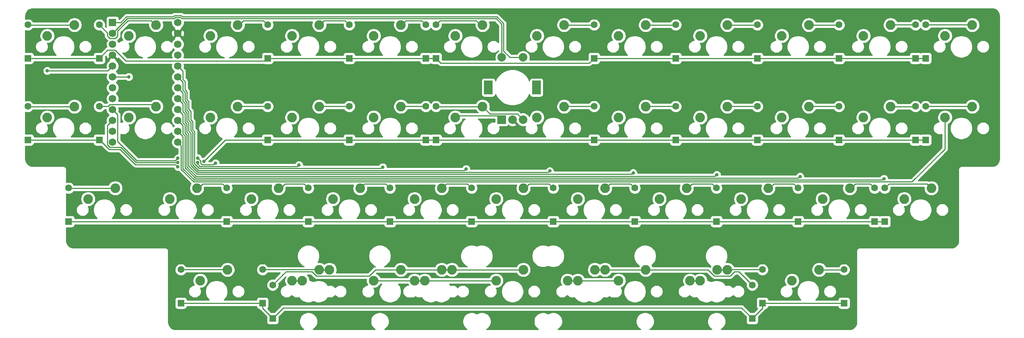
<source format=gbr>
%TF.GenerationSoftware,KiCad,Pcbnew,(5.1.9)-1*%
%TF.CreationDate,2021-08-20T11:44:51-07:00*%
%TF.ProjectId,Ingot,496e676f-742e-46b6-9963-61645f706362,rev?*%
%TF.SameCoordinates,Original*%
%TF.FileFunction,Copper,L1,Top*%
%TF.FilePolarity,Positive*%
%FSLAX46Y46*%
G04 Gerber Fmt 4.6, Leading zero omitted, Abs format (unit mm)*
G04 Created by KiCad (PCBNEW (5.1.9)-1) date 2021-08-20 11:44:51*
%MOMM*%
%LPD*%
G01*
G04 APERTURE LIST*
%TA.AperFunction,ComponentPad*%
%ADD10C,2.250000*%
%TD*%
%TA.AperFunction,ComponentPad*%
%ADD11C,1.752600*%
%TD*%
%TA.AperFunction,ComponentPad*%
%ADD12R,1.752600X1.752600*%
%TD*%
%TA.AperFunction,ComponentPad*%
%ADD13C,2.000000*%
%TD*%
%TA.AperFunction,ComponentPad*%
%ADD14R,2.000000X3.200000*%
%TD*%
%TA.AperFunction,ComponentPad*%
%ADD15R,2.000000X2.000000*%
%TD*%
%TA.AperFunction,ComponentPad*%
%ADD16R,1.600000X1.600000*%
%TD*%
%TA.AperFunction,ComponentPad*%
%ADD17C,1.600000*%
%TD*%
%TA.AperFunction,ViaPad*%
%ADD18C,0.800000*%
%TD*%
%TA.AperFunction,Conductor*%
%ADD19C,0.250000*%
%TD*%
%TA.AperFunction,Conductor*%
%ADD20C,0.254000*%
%TD*%
%TA.AperFunction,Conductor*%
%ADD21C,0.100000*%
%TD*%
G04 APERTURE END LIST*
D10*
%TO.P,MX40-1u1,2*%
%TO.N,Net-(D40-Pad2)*%
X200184580Y-85407880D03*
%TO.P,MX40-1u1,1*%
%TO.N,c8*%
X193834580Y-87947880D03*
%TD*%
%TO.P,MX39-2u1,2*%
%TO.N,Net-(D39-Pad2)*%
X171609460Y-85407880D03*
%TO.P,MX39-2u1,1*%
%TO.N,c7*%
X165259460Y-87947880D03*
%TD*%
%TO.P,MX38-2u1,2*%
%TO.N,Net-(D38-Pad2)*%
X133509300Y-85407880D03*
%TO.P,MX38-2u1,1*%
%TO.N,Z1*%
X127159300Y-87947880D03*
%TD*%
%TO.P,MX37-1u1,2*%
%TO.N,Net-(D37-Pad2)*%
X104934180Y-85407880D03*
%TO.P,MX37-1u1,1*%
%TO.N,c5*%
X98584180Y-87947880D03*
%TD*%
%TO.P,MX38-6u1,1*%
%TO.N,Z1*%
X146209380Y-87947880D03*
%TO.P,MX38-6u1,2*%
%TO.N,Net-(D38-Pad2)*%
X152559380Y-85407880D03*
%TD*%
%TO.P,MX39-3u1,2*%
%TO.N,Net-(D39-Pad2)*%
X181134500Y-85407880D03*
%TO.P,MX39-3u1,1*%
%TO.N,c7*%
X174784500Y-87947880D03*
%TD*%
%TO.P,MX38-3u1,2*%
%TO.N,Net-(D38-Pad2)*%
X123984260Y-85407880D03*
%TO.P,MX38-3u1,1*%
%TO.N,Z1*%
X117634260Y-87947880D03*
%TD*%
D11*
%TO.P,PM1,24*%
%TO.N,RAW*%
X71914020Y-27702050D03*
%TO.P,PM1,12*%
%TO.N,r3*%
X56674020Y-55642050D03*
%TO.P,PM1,23*%
%TO.N,GND*%
X71914020Y-30242050D03*
%TO.P,PM1,22*%
%TO.N,RST*%
X71914020Y-32782050D03*
%TO.P,PM1,21*%
%TO.N,VCC*%
X71914020Y-35322050D03*
%TO.P,PM1,20*%
%TO.N,c5*%
X71914020Y-37862050D03*
%TO.P,PM1,19*%
%TO.N,Z1*%
X71914020Y-40402050D03*
%TO.P,PM1,18*%
%TO.N,c7*%
X71914020Y-42942050D03*
%TO.P,PM1,17*%
%TO.N,c8*%
X71914020Y-45482050D03*
%TO.P,PM1,16*%
%TO.N,c9*%
X71914020Y-48022050D03*
%TO.P,PM1,15*%
%TO.N,c10*%
X71914020Y-50562050D03*
%TO.P,PM1,14*%
%TO.N,c11*%
X71914020Y-53102050D03*
%TO.P,PM1,13*%
%TO.N,c12*%
X71914020Y-55642050D03*
%TO.P,PM1,11*%
%TO.N,r4*%
X56674020Y-53102050D03*
%TO.P,PM1,10*%
%TO.N,c4*%
X56674020Y-50562050D03*
%TO.P,PM1,9*%
%TO.N,c3*%
X56674020Y-48022050D03*
%TO.P,PM1,8*%
%TO.N,r2*%
X56674020Y-45482050D03*
%TO.P,PM1,7*%
%TO.N,r1*%
X56674020Y-42942050D03*
%TO.P,PM1,6*%
%TO.N,c2*%
X56674020Y-40402050D03*
%TO.P,PM1,5*%
%TO.N,c1*%
X56674020Y-37862050D03*
%TO.P,PM1,4*%
%TO.N,GND*%
X56674020Y-35322050D03*
%TO.P,PM1,3*%
X56674020Y-32782050D03*
%TO.P,PM1,2*%
%TO.N,X2*%
X56674020Y-30242050D03*
D12*
%TO.P,PM1,1*%
%TO.N,X1*%
X56674020Y-27702050D03*
%TD*%
D10*
%TO.P,MX41,2*%
%TO.N,Net-(D41-Pad2)*%
X221615920Y-85407880D03*
%TO.P,MX41,1*%
%TO.N,c9*%
X215265920Y-87947880D03*
%TD*%
%TO.P,MX40,2*%
%TO.N,Net-(D40-Pad2)*%
X197803320Y-85407880D03*
%TO.P,MX40,1*%
%TO.N,c8*%
X191453320Y-87947880D03*
%TD*%
%TO.P,MX39,2*%
%TO.N,Net-(D39-Pad2)*%
X169228200Y-85407880D03*
%TO.P,MX39,1*%
%TO.N,c7*%
X162878200Y-87947880D03*
%TD*%
%TO.P,MX38,2*%
%TO.N,Net-(D38-Pad2)*%
X135890560Y-85407880D03*
%TO.P,MX38,1*%
%TO.N,Z1*%
X129540560Y-87947880D03*
%TD*%
%TO.P,MX37,2*%
%TO.N,Net-(D37-Pad2)*%
X107315440Y-85407880D03*
%TO.P,MX37,1*%
%TO.N,c5*%
X100965440Y-87947880D03*
%TD*%
%TO.P,MX36,2*%
%TO.N,Net-(D36-Pad2)*%
X83502840Y-85407880D03*
%TO.P,MX36,1*%
%TO.N,c4*%
X77152840Y-87947880D03*
%TD*%
%TO.P,MX35,2*%
%TO.N,Net-(D35-Pad2)*%
X247809780Y-66357800D03*
%TO.P,MX35,1*%
%TO.N,c11*%
X241459780Y-68897800D03*
%TD*%
%TO.P,MX34,2*%
%TO.N,Net-(D34-Pad2)*%
X228759700Y-66357800D03*
%TO.P,MX34,1*%
%TO.N,c10*%
X222409700Y-68897800D03*
%TD*%
%TO.P,MX33,2*%
%TO.N,Net-(D33-Pad2)*%
X209709620Y-66357800D03*
%TO.P,MX33,1*%
%TO.N,c9*%
X203359620Y-68897800D03*
%TD*%
%TO.P,MX32,2*%
%TO.N,Net-(D32-Pad2)*%
X190659540Y-66357800D03*
%TO.P,MX32,1*%
%TO.N,c8*%
X184309540Y-68897800D03*
%TD*%
%TO.P,MX31,2*%
%TO.N,Net-(D31-Pad2)*%
X171609460Y-66357800D03*
%TO.P,MX31,1*%
%TO.N,c7*%
X165259460Y-68897800D03*
%TD*%
%TO.P,MX30,2*%
%TO.N,Net-(D30-Pad2)*%
X152559380Y-66357800D03*
%TO.P,MX30,1*%
%TO.N,Z1*%
X146209380Y-68897800D03*
%TD*%
%TO.P,MX29,2*%
%TO.N,Net-(D29-Pad2)*%
X133509300Y-66357800D03*
%TO.P,MX29,1*%
%TO.N,c5*%
X127159300Y-68897800D03*
%TD*%
%TO.P,MX28,2*%
%TO.N,Net-(D28-Pad2)*%
X114459220Y-66357800D03*
%TO.P,MX28,1*%
%TO.N,c4*%
X108109220Y-68897800D03*
%TD*%
%TO.P,MX27,2*%
%TO.N,Net-(D27-Pad2)*%
X95409140Y-66357800D03*
%TO.P,MX27,1*%
%TO.N,c3*%
X89059140Y-68897800D03*
%TD*%
%TO.P,MX26,2*%
%TO.N,Net-(D26-Pad2)*%
X76359060Y-66357800D03*
%TO.P,MX26,1*%
%TO.N,c2*%
X70009060Y-68897800D03*
%TD*%
%TO.P,MX25,2*%
%TO.N,Net-(D25-Pad2)*%
X57308980Y-66357800D03*
%TO.P,MX25,1*%
%TO.N,c1*%
X50958980Y-68897800D03*
%TD*%
%TO.P,MX24,2*%
%TO.N,Net-(D24-Pad2)*%
X257334820Y-47307720D03*
%TO.P,MX24,1*%
%TO.N,c12*%
X250984820Y-49847720D03*
%TD*%
%TO.P,MX23,2*%
%TO.N,Net-(D23-Pad2)*%
X238284740Y-47307720D03*
%TO.P,MX23,1*%
%TO.N,c11*%
X231934740Y-49847720D03*
%TD*%
%TO.P,MX22,2*%
%TO.N,Net-(D22-Pad2)*%
X219234660Y-47307720D03*
%TO.P,MX22,1*%
%TO.N,c10*%
X212884660Y-49847720D03*
%TD*%
%TO.P,MX21,2*%
%TO.N,Net-(D21-Pad2)*%
X200184580Y-47307720D03*
%TO.P,MX21,1*%
%TO.N,c9*%
X193834580Y-49847720D03*
%TD*%
%TO.P,MX20,2*%
%TO.N,Net-(D20-Pad2)*%
X181134500Y-47307720D03*
%TO.P,MX20,1*%
%TO.N,c8*%
X174784500Y-49847720D03*
%TD*%
%TO.P,MX19,2*%
%TO.N,Net-(D19-Pad2)*%
X162084420Y-47307720D03*
%TO.P,MX19,1*%
%TO.N,c7*%
X155734420Y-49847720D03*
%TD*%
%TO.P,MX18,2*%
%TO.N,Z2*%
X143034340Y-47307720D03*
%TO.P,MX18,1*%
%TO.N,Z1*%
X136684340Y-49847720D03*
%TD*%
%TO.P,MX17,2*%
%TO.N,Net-(D17-Pad2)*%
X123984260Y-47307720D03*
%TO.P,MX17,1*%
%TO.N,c5*%
X117634260Y-49847720D03*
%TD*%
%TO.P,MX16,2*%
%TO.N,Net-(D16-Pad2)*%
X104934180Y-47307720D03*
%TO.P,MX16,1*%
%TO.N,c4*%
X98584180Y-49847720D03*
%TD*%
%TO.P,MX15,2*%
%TO.N,Net-(D15-Pad2)*%
X85884100Y-47307720D03*
%TO.P,MX15,1*%
%TO.N,c3*%
X79534100Y-49847720D03*
%TD*%
%TO.P,MX14,2*%
%TO.N,Net-(D14-Pad2)*%
X66834020Y-47307720D03*
%TO.P,MX14,1*%
%TO.N,c2*%
X60484020Y-49847720D03*
%TD*%
%TO.P,MX13,2*%
%TO.N,Net-(D13-Pad2)*%
X47783940Y-47307720D03*
%TO.P,MX13,1*%
%TO.N,c1*%
X41433940Y-49847720D03*
%TD*%
%TO.P,MX12,2*%
%TO.N,Net-(D12-Pad2)*%
X257334820Y-28257640D03*
%TO.P,MX12,1*%
%TO.N,c12*%
X250984820Y-30797640D03*
%TD*%
%TO.P,MX11,2*%
%TO.N,Net-(D11-Pad2)*%
X238284740Y-28257640D03*
%TO.P,MX11,1*%
%TO.N,c11*%
X231934740Y-30797640D03*
%TD*%
%TO.P,MX10,2*%
%TO.N,Net-(D10-Pad2)*%
X219234660Y-28257640D03*
%TO.P,MX10,1*%
%TO.N,c10*%
X212884660Y-30797640D03*
%TD*%
%TO.P,MX9,2*%
%TO.N,Net-(D9-Pad2)*%
X200184580Y-28257640D03*
%TO.P,MX9,1*%
%TO.N,c9*%
X193834580Y-30797640D03*
%TD*%
%TO.P,MX8,2*%
%TO.N,Net-(D8-Pad2)*%
X181134500Y-28257640D03*
%TO.P,MX8,1*%
%TO.N,c8*%
X174784500Y-30797640D03*
%TD*%
%TO.P,MX7,2*%
%TO.N,Net-(D7-Pad2)*%
X162084420Y-28257640D03*
%TO.P,MX7,1*%
%TO.N,c7*%
X155734420Y-30797640D03*
%TD*%
%TO.P,MX6,2*%
%TO.N,Net-(D6-Pad2)*%
X143034340Y-28257640D03*
%TO.P,MX6,1*%
%TO.N,Z1*%
X136684340Y-30797640D03*
%TD*%
%TO.P,MX5,2*%
%TO.N,Net-(D5-Pad2)*%
X123984260Y-28257640D03*
%TO.P,MX5,1*%
%TO.N,c5*%
X117634260Y-30797640D03*
%TD*%
%TO.P,MX4,2*%
%TO.N,Net-(D4-Pad2)*%
X104934180Y-28257640D03*
%TO.P,MX4,1*%
%TO.N,c4*%
X98584180Y-30797640D03*
%TD*%
%TO.P,MX3,2*%
%TO.N,Net-(D3-Pad2)*%
X85884100Y-28257640D03*
%TO.P,MX3,1*%
%TO.N,c3*%
X79534100Y-30797640D03*
%TD*%
%TO.P,MX2,2*%
%TO.N,Net-(D2-Pad2)*%
X66834020Y-28257640D03*
%TO.P,MX2,1*%
%TO.N,c2*%
X60484020Y-30797640D03*
%TD*%
%TO.P,MX1,2*%
%TO.N,Net-(D1-Pad2)*%
X47783940Y-28257640D03*
%TO.P,MX1,1*%
%TO.N,c1*%
X41433940Y-30797640D03*
%TD*%
D13*
%TO.P,KNOB1,S1*%
%TO.N,X1*%
X152519380Y-35862680D03*
%TO.P,KNOB1,S2*%
%TO.N,X2*%
X147519380Y-35862680D03*
D14*
%TO.P,KNOB1,MP*%
%TO.N,N/C*%
X155619380Y-42862680D03*
X144419380Y-42862680D03*
D13*
%TO.P,KNOB1,B*%
%TO.N,Z2*%
X152519380Y-50362680D03*
%TO.P,KNOB1,C*%
%TO.N,GND*%
X150019380Y-50362680D03*
D15*
%TO.P,KNOB1,A*%
%TO.N,Z1*%
X147519380Y-50362680D03*
%TD*%
D16*
%TO.P,D41,1*%
%TO.N,r4*%
X227410330Y-93197250D03*
D17*
%TO.P,D41,2*%
%TO.N,Net-(D41-Pad2)*%
X227410330Y-85397250D03*
%TD*%
D16*
%TO.P,D40,1*%
%TO.N,r4*%
X208360250Y-93197250D03*
D17*
%TO.P,D40,2*%
%TO.N,Net-(D40-Pad2)*%
X208360250Y-85397250D03*
%TD*%
D16*
%TO.P,D39,1*%
%TO.N,r4*%
X205978990Y-96769140D03*
D17*
%TO.P,D39,2*%
%TO.N,Net-(D39-Pad2)*%
X205978990Y-88969140D03*
%TD*%
D16*
%TO.P,D38,1*%
%TO.N,r4*%
X94059770Y-96769140D03*
D17*
%TO.P,D38,2*%
%TO.N,Net-(D38-Pad2)*%
X94059770Y-88969140D03*
%TD*%
D16*
%TO.P,D37,1*%
%TO.N,r4*%
X91678510Y-93197250D03*
D17*
%TO.P,D37,2*%
%TO.N,Net-(D37-Pad2)*%
X91678510Y-85397250D03*
%TD*%
D16*
%TO.P,D36,1*%
%TO.N,r4*%
X72628430Y-93197250D03*
D17*
%TO.P,D36,2*%
%TO.N,Net-(D36-Pad2)*%
X72628430Y-85397250D03*
%TD*%
D16*
%TO.P,D35,1*%
%TO.N,r3*%
X236935370Y-74147170D03*
D17*
%TO.P,D35,2*%
%TO.N,Net-(D35-Pad2)*%
X236935370Y-66347170D03*
%TD*%
D16*
%TO.P,D34,1*%
%TO.N,r3*%
X234554110Y-74147170D03*
D17*
%TO.P,D34,2*%
%TO.N,Net-(D34-Pad2)*%
X234554110Y-66347170D03*
%TD*%
D16*
%TO.P,D33,1*%
%TO.N,r3*%
X216694660Y-74147170D03*
D17*
%TO.P,D33,2*%
%TO.N,Net-(D33-Pad2)*%
X216694660Y-66347170D03*
%TD*%
D16*
%TO.P,D32,1*%
%TO.N,r3*%
X197644580Y-74147170D03*
D17*
%TO.P,D32,2*%
%TO.N,Net-(D32-Pad2)*%
X197644580Y-66347170D03*
%TD*%
D16*
%TO.P,D31,1*%
%TO.N,r3*%
X178594500Y-74147170D03*
D17*
%TO.P,D31,2*%
%TO.N,Net-(D31-Pad2)*%
X178594500Y-66347170D03*
%TD*%
D16*
%TO.P,D30,1*%
%TO.N,r3*%
X159544420Y-74147170D03*
D17*
%TO.P,D30,2*%
%TO.N,Net-(D30-Pad2)*%
X159544420Y-66347170D03*
%TD*%
D16*
%TO.P,D29,1*%
%TO.N,r3*%
X140494340Y-74147170D03*
D17*
%TO.P,D29,2*%
%TO.N,Net-(D29-Pad2)*%
X140494340Y-66347170D03*
%TD*%
D16*
%TO.P,D28,1*%
%TO.N,r3*%
X121444260Y-74147170D03*
D17*
%TO.P,D28,2*%
%TO.N,Net-(D28-Pad2)*%
X121444260Y-66347170D03*
%TD*%
D16*
%TO.P,D27,1*%
%TO.N,r3*%
X102394180Y-74147170D03*
D17*
%TO.P,D27,2*%
%TO.N,Net-(D27-Pad2)*%
X102394180Y-66347170D03*
%TD*%
D16*
%TO.P,D26,1*%
%TO.N,r3*%
X83344100Y-74147170D03*
D17*
%TO.P,D26,2*%
%TO.N,Net-(D26-Pad2)*%
X83344100Y-66347170D03*
%TD*%
D16*
%TO.P,D25,1*%
%TO.N,r3*%
X46434570Y-74147170D03*
D17*
%TO.P,D25,2*%
%TO.N,Net-(D25-Pad2)*%
X46434570Y-66347170D03*
%TD*%
D16*
%TO.P,D24,1*%
%TO.N,r2*%
X246460410Y-55097090D03*
D17*
%TO.P,D24,2*%
%TO.N,Net-(D24-Pad2)*%
X246460410Y-47297090D03*
%TD*%
D16*
%TO.P,D23,1*%
%TO.N,r2*%
X244079150Y-55097090D03*
D17*
%TO.P,D23,2*%
%TO.N,Net-(D23-Pad2)*%
X244079150Y-47297090D03*
%TD*%
D16*
%TO.P,D22,1*%
%TO.N,r2*%
X226219700Y-55097090D03*
D17*
%TO.P,D22,2*%
%TO.N,Net-(D22-Pad2)*%
X226219700Y-47297090D03*
%TD*%
D16*
%TO.P,D21,1*%
%TO.N,r2*%
X207169620Y-55097090D03*
D17*
%TO.P,D21,2*%
%TO.N,Net-(D21-Pad2)*%
X207169620Y-47297090D03*
%TD*%
D16*
%TO.P,D20,1*%
%TO.N,r2*%
X188119540Y-55097090D03*
D17*
%TO.P,D20,2*%
%TO.N,Net-(D20-Pad2)*%
X188119540Y-47297090D03*
%TD*%
D16*
%TO.P,D19,1*%
%TO.N,r2*%
X169069460Y-55097090D03*
D17*
%TO.P,D19,2*%
%TO.N,Net-(D19-Pad2)*%
X169069460Y-47297090D03*
%TD*%
D16*
%TO.P,D18,1*%
%TO.N,r2*%
X132159930Y-55097090D03*
D17*
%TO.P,D18,2*%
%TO.N,Z2*%
X132159930Y-47297090D03*
%TD*%
D16*
%TO.P,D17,1*%
%TO.N,r2*%
X129778670Y-55097090D03*
D17*
%TO.P,D17,2*%
%TO.N,Net-(D17-Pad2)*%
X129778670Y-47297090D03*
%TD*%
D16*
%TO.P,D16,1*%
%TO.N,r2*%
X111919220Y-55097090D03*
D17*
%TO.P,D16,2*%
%TO.N,Net-(D16-Pad2)*%
X111919220Y-47297090D03*
%TD*%
D16*
%TO.P,D15,1*%
%TO.N,r2*%
X92869140Y-55097090D03*
D17*
%TO.P,D15,2*%
%TO.N,Net-(D15-Pad2)*%
X92869140Y-47297090D03*
%TD*%
D16*
%TO.P,D14,1*%
%TO.N,r2*%
X53578350Y-55097090D03*
D17*
%TO.P,D14,2*%
%TO.N,Net-(D14-Pad2)*%
X53578350Y-47297090D03*
%TD*%
D16*
%TO.P,D13,1*%
%TO.N,r2*%
X36909530Y-55097090D03*
D17*
%TO.P,D13,2*%
%TO.N,Net-(D13-Pad2)*%
X36909530Y-47297090D03*
%TD*%
D16*
%TO.P,D12,1*%
%TO.N,r1*%
X246460410Y-36047010D03*
D17*
%TO.P,D12,2*%
%TO.N,Net-(D12-Pad2)*%
X246460410Y-28247010D03*
%TD*%
D16*
%TO.P,D11,1*%
%TO.N,r1*%
X244079150Y-36047010D03*
D17*
%TO.P,D11,2*%
%TO.N,Net-(D11-Pad2)*%
X244079150Y-28247010D03*
%TD*%
D16*
%TO.P,D10,1*%
%TO.N,r1*%
X226219700Y-36047010D03*
D17*
%TO.P,D10,2*%
%TO.N,Net-(D10-Pad2)*%
X226219700Y-28247010D03*
%TD*%
D16*
%TO.P,D9,1*%
%TO.N,r1*%
X207169620Y-36047010D03*
D17*
%TO.P,D9,2*%
%TO.N,Net-(D9-Pad2)*%
X207169620Y-28247010D03*
%TD*%
D16*
%TO.P,D8,1*%
%TO.N,r1*%
X188119540Y-36047010D03*
D17*
%TO.P,D8,2*%
%TO.N,Net-(D8-Pad2)*%
X188119540Y-28247010D03*
%TD*%
D16*
%TO.P,D7,1*%
%TO.N,r1*%
X169069460Y-36047010D03*
D17*
%TO.P,D7,2*%
%TO.N,Net-(D7-Pad2)*%
X169069460Y-28247010D03*
%TD*%
D16*
%TO.P,D6,1*%
%TO.N,r1*%
X132159930Y-36047010D03*
D17*
%TO.P,D6,2*%
%TO.N,Net-(D6-Pad2)*%
X132159930Y-28247010D03*
%TD*%
D16*
%TO.P,D5,1*%
%TO.N,r1*%
X129778670Y-36047010D03*
D17*
%TO.P,D5,2*%
%TO.N,Net-(D5-Pad2)*%
X129778670Y-28247010D03*
%TD*%
D16*
%TO.P,D4,1*%
%TO.N,r1*%
X111919220Y-36047010D03*
D17*
%TO.P,D4,2*%
%TO.N,Net-(D4-Pad2)*%
X111919220Y-28247010D03*
%TD*%
D16*
%TO.P,D3,1*%
%TO.N,r1*%
X92869140Y-36047010D03*
D17*
%TO.P,D3,2*%
%TO.N,Net-(D3-Pad2)*%
X92869140Y-28247010D03*
%TD*%
D16*
%TO.P,D2,1*%
%TO.N,r1*%
X53578350Y-36047010D03*
D17*
%TO.P,D2,2*%
%TO.N,Net-(D2-Pad2)*%
X53578350Y-28247010D03*
%TD*%
D16*
%TO.P,D1,1*%
%TO.N,r1*%
X36909530Y-36047010D03*
D17*
%TO.P,D1,2*%
%TO.N,Net-(D1-Pad2)*%
X36909530Y-28247010D03*
%TD*%
D18*
%TO.N,r2*%
X71940311Y-61400003D03*
X77990377Y-60132709D03*
%TO.N,c1*%
X41433940Y-38966060D03*
%TO.N,c2*%
X60484020Y-40384020D03*
%TO.N,c3*%
X80730670Y-60569330D03*
X76540376Y-59359909D03*
X71940311Y-59399997D03*
%TO.N,c4*%
X100205710Y-60994290D03*
X76540376Y-60359912D03*
X71940311Y-60400000D03*
%TO.N,c5*%
X119730750Y-61469250D03*
%TO.N,c7*%
X158730830Y-62369170D03*
%TO.N,c8*%
X178205870Y-62794130D03*
%TO.N,c9*%
X197730910Y-63269090D03*
%TO.N,c10*%
X217155950Y-63644050D03*
%TO.N,c11*%
X236730990Y-64169010D03*
%TO.N,Z1*%
X139205790Y-61894210D03*
%TD*%
D19*
%TO.N,Net-(D1-Pad2)*%
X36920160Y-28257640D02*
X36909530Y-28247010D01*
X47783940Y-28257640D02*
X36920160Y-28257640D01*
%TO.N,Net-(D2-Pad2)*%
X57875321Y-29677159D02*
X60294831Y-27257649D01*
X66757640Y-28257640D02*
X66834020Y-28257640D01*
X57250645Y-31443351D02*
X57875321Y-30818675D01*
X65757649Y-27257649D02*
X66757640Y-28257640D01*
X56097395Y-31443351D02*
X57250645Y-31443351D01*
X57875321Y-30818675D02*
X57875321Y-29677159D01*
X55472719Y-30818675D02*
X56097395Y-31443351D01*
X55472719Y-30141379D02*
X55472719Y-30818675D01*
X60294831Y-27257649D02*
X65757649Y-27257649D01*
X53578350Y-28247010D02*
X55472719Y-30141379D01*
%TO.N,Net-(D3-Pad2)*%
X86242360Y-28257640D02*
X87242351Y-27257649D01*
X85884100Y-28257640D02*
X86242360Y-28257640D01*
X91879779Y-27257649D02*
X92869140Y-28247010D01*
X87242351Y-27257649D02*
X91879779Y-27257649D01*
%TO.N,Net-(D4-Pad2)*%
X105042360Y-28257640D02*
X106042351Y-27257649D01*
X104934180Y-28257640D02*
X105042360Y-28257640D01*
X110929859Y-27257649D02*
X111919220Y-28247010D01*
X106042351Y-27257649D02*
X110929859Y-27257649D01*
%TO.N,Net-(D5-Pad2)*%
X124142360Y-28257640D02*
X125142351Y-27257649D01*
X123984260Y-28257640D02*
X124142360Y-28257640D01*
X128789309Y-27257649D02*
X129778670Y-28247010D01*
X125142351Y-27257649D02*
X128789309Y-27257649D01*
%TO.N,Net-(D6-Pad2)*%
X142557640Y-28257640D02*
X141557649Y-27257649D01*
X143034340Y-28257640D02*
X142557640Y-28257640D01*
X133149291Y-27257649D02*
X132159930Y-28247010D01*
X141557649Y-27257649D02*
X133149291Y-27257649D01*
%TO.N,Net-(D7-Pad2)*%
X169058830Y-28257640D02*
X169069460Y-28247010D01*
X162084420Y-28257640D02*
X169058830Y-28257640D01*
%TO.N,Net-(D8-Pad2)*%
X188108910Y-28257640D02*
X188119540Y-28247010D01*
X181134500Y-28257640D02*
X188108910Y-28257640D01*
%TO.N,Net-(D9-Pad2)*%
X207158990Y-28257640D02*
X207169620Y-28247010D01*
X200184580Y-28257640D02*
X207158990Y-28257640D01*
%TO.N,Net-(D10-Pad2)*%
X226209070Y-28257640D02*
X226219700Y-28247010D01*
X219234660Y-28257640D02*
X226209070Y-28257640D01*
%TO.N,Net-(D11-Pad2)*%
X238295370Y-28247010D02*
X238284740Y-28257640D01*
X244079150Y-28247010D02*
X238295370Y-28247010D01*
%TO.N,Net-(D12-Pad2)*%
X257324190Y-28247010D02*
X257334820Y-28257640D01*
X246460410Y-28247010D02*
X257324190Y-28247010D01*
%TO.N,Net-(D13-Pad2)*%
X36920160Y-47307720D02*
X36909530Y-47297090D01*
X47783940Y-47307720D02*
X36920160Y-47307720D01*
%TO.N,Net-(D14-Pad2)*%
X66347049Y-46820749D02*
X66834020Y-47307720D01*
X56097395Y-46820749D02*
X66347049Y-46820749D01*
X55621054Y-47297090D02*
X56097395Y-46820749D01*
X53578350Y-47297090D02*
X55621054Y-47297090D01*
%TO.N,Net-(D15-Pad2)*%
X85894730Y-47297090D02*
X85884100Y-47307720D01*
X92869140Y-47297090D02*
X85894730Y-47297090D01*
%TO.N,Net-(D16-Pad2)*%
X104944810Y-47297090D02*
X104934180Y-47307720D01*
X111919220Y-47297090D02*
X104944810Y-47297090D01*
%TO.N,Net-(D17-Pad2)*%
X123994890Y-47297090D02*
X123984260Y-47307720D01*
X129778670Y-47297090D02*
X123994890Y-47297090D01*
%TO.N,Net-(D19-Pad2)*%
X162095050Y-47297090D02*
X162084420Y-47307720D01*
X169069460Y-47297090D02*
X162095050Y-47297090D01*
%TO.N,Net-(D20-Pad2)*%
X181145130Y-47297090D02*
X181134500Y-47307720D01*
X188119540Y-47297090D02*
X181145130Y-47297090D01*
%TO.N,Net-(D21-Pad2)*%
X200195210Y-47297090D02*
X200184580Y-47307720D01*
X207169620Y-47297090D02*
X200195210Y-47297090D01*
%TO.N,Net-(D22-Pad2)*%
X219245290Y-47297090D02*
X219234660Y-47307720D01*
X226219700Y-47297090D02*
X219245290Y-47297090D01*
%TO.N,Net-(D23-Pad2)*%
X244068520Y-47307720D02*
X244079150Y-47297090D01*
X238284740Y-47307720D02*
X244068520Y-47307720D01*
%TO.N,Net-(D24-Pad2)*%
X257324190Y-47297090D02*
X257334820Y-47307720D01*
X246460410Y-47297090D02*
X257324190Y-47297090D01*
%TO.N,Net-(D25-Pad2)*%
X46445200Y-66357800D02*
X46434570Y-66347170D01*
X57308980Y-66357800D02*
X46445200Y-66357800D01*
%TO.N,Net-(D26-Pad2)*%
X76742200Y-66357800D02*
X77742191Y-65357809D01*
X76359060Y-66357800D02*
X76742200Y-66357800D01*
X82354739Y-65357809D02*
X83344100Y-66347170D01*
X77742191Y-65357809D02*
X82354739Y-65357809D01*
%TO.N,Net-(D27-Pad2)*%
X95942200Y-66357800D02*
X96942191Y-65357809D01*
X95409140Y-66357800D02*
X95942200Y-66357800D01*
X101404819Y-65357809D02*
X102394180Y-66347170D01*
X96942191Y-65357809D02*
X101404819Y-65357809D01*
%TO.N,Net-(D28-Pad2)*%
X114459220Y-66340780D02*
X115442191Y-65357809D01*
X114459220Y-66357800D02*
X114459220Y-66340780D01*
X120454899Y-65357809D02*
X121444260Y-66347170D01*
X115442191Y-65357809D02*
X120454899Y-65357809D01*
%TO.N,Net-(D29-Pad2)*%
X133542200Y-66357800D02*
X134542191Y-65357809D01*
X133509300Y-66357800D02*
X133542200Y-66357800D01*
X139504979Y-65357809D02*
X140494340Y-66347170D01*
X134542191Y-65357809D02*
X139504979Y-65357809D01*
%TO.N,Net-(D30-Pad2)*%
X152942200Y-66357800D02*
X153942191Y-65357809D01*
X152559380Y-66357800D02*
X152942200Y-66357800D01*
X158555059Y-65357809D02*
X159544420Y-66347170D01*
X153942191Y-65357809D02*
X158555059Y-65357809D01*
%TO.N,Net-(D31-Pad2)*%
X171842200Y-66357800D02*
X172842191Y-65357809D01*
X171609460Y-66357800D02*
X171842200Y-66357800D01*
X177605139Y-65357809D02*
X178594500Y-66347170D01*
X172842191Y-65357809D02*
X177605139Y-65357809D01*
%TO.N,Net-(D32-Pad2)*%
X190942200Y-66357800D02*
X191942191Y-65357809D01*
X190659540Y-66357800D02*
X190942200Y-66357800D01*
X196655219Y-65357809D02*
X197644580Y-66347170D01*
X191942191Y-65357809D02*
X196655219Y-65357809D01*
%TO.N,Net-(D33-Pad2)*%
X210042200Y-66357800D02*
X211042191Y-65357809D01*
X209709620Y-66357800D02*
X210042200Y-66357800D01*
X215705299Y-65357809D02*
X216694660Y-66347170D01*
X211042191Y-65357809D02*
X215705299Y-65357809D01*
%TO.N,Net-(D34-Pad2)*%
X229042200Y-66357800D02*
X230042191Y-65357809D01*
X228759700Y-66357800D02*
X229042200Y-66357800D01*
X233564749Y-65357809D02*
X234554110Y-66347170D01*
X230042191Y-65357809D02*
X233564749Y-65357809D01*
%TO.N,Net-(D35-Pad2)*%
X236935370Y-66347170D02*
X237924731Y-65357809D01*
X246809789Y-65357809D02*
X247809780Y-66357800D01*
X237924731Y-65357809D02*
X246809789Y-65357809D01*
%TO.N,Net-(D36-Pad2)*%
X83492210Y-85397250D02*
X83502840Y-85407880D01*
X72628430Y-85397250D02*
X83492210Y-85397250D01*
%TO.N,Net-(D37-Pad2)*%
X104934180Y-85407880D02*
X107315440Y-85407880D01*
X104923550Y-85397250D02*
X104934180Y-85407880D01*
X91678510Y-85397250D02*
X104923550Y-85397250D01*
%TO.N,Net-(D38-Pad2)*%
X123984260Y-85407880D02*
X133509300Y-85407880D01*
X135890560Y-85407880D02*
X133509300Y-85407880D01*
X152559380Y-85407880D02*
X135890560Y-85407880D01*
X118028258Y-85407880D02*
X123984260Y-85407880D01*
X104238179Y-86857881D02*
X116578257Y-86857881D01*
X116578257Y-86857881D02*
X118028258Y-85407880D01*
X94059770Y-88969140D02*
X96531031Y-86497879D01*
X104238179Y-86857881D02*
X103227558Y-85847260D01*
X108011441Y-86857881D02*
X104238179Y-86857881D01*
X97181650Y-85847260D02*
X96531031Y-86497879D01*
X103227558Y-85847260D02*
X97181650Y-85847260D01*
%TO.N,Net-(D39-Pad2)*%
X169228200Y-85407880D02*
X171609460Y-85407880D01*
X181134500Y-85407880D02*
X171609460Y-85407880D01*
X202857110Y-85847260D02*
X205978990Y-88969140D01*
X201891202Y-85847260D02*
X202857110Y-85847260D01*
X200880581Y-86857881D02*
X201891202Y-85847260D01*
X197107319Y-86857881D02*
X200880581Y-86857881D01*
X195657318Y-85407880D02*
X197107319Y-86857881D01*
X181134500Y-85407880D02*
X195657318Y-85407880D01*
%TO.N,Net-(D40-Pad2)*%
X197803320Y-85407880D02*
X200184580Y-85407880D01*
X200195210Y-85397250D02*
X200184580Y-85407880D01*
X208360250Y-85397250D02*
X200195210Y-85397250D01*
%TO.N,Net-(D41-Pad2)*%
X227399700Y-85407880D02*
X227410330Y-85397250D01*
X221615920Y-85407880D02*
X227399700Y-85407880D01*
%TO.N,X1*%
X149480382Y-35862680D02*
X152519380Y-35862680D01*
X147969390Y-34351688D02*
X149480382Y-35862680D01*
X147969390Y-27932000D02*
X147969390Y-34351688D01*
X72992541Y-26357629D02*
X146395019Y-26357629D01*
X72685651Y-26050739D02*
X72992541Y-26357629D01*
X71150995Y-26050739D02*
X72685651Y-26050739D01*
X146395019Y-26357629D02*
X147969390Y-27932000D01*
X70844105Y-26357629D02*
X71150995Y-26050739D01*
X59922030Y-26357630D02*
X70844105Y-26357629D01*
X58577610Y-27702050D02*
X59922030Y-26357630D01*
X56674020Y-27702050D02*
X58577610Y-27702050D01*
%TO.N,X2*%
X71337395Y-26500749D02*
X71030505Y-26807639D01*
X72499251Y-26500749D02*
X71337395Y-26500749D01*
X72499251Y-26509355D02*
X72499251Y-26500749D01*
X71030505Y-26807639D02*
X64280459Y-26807639D01*
X146208619Y-26807639D02*
X72797535Y-26807639D01*
X72797535Y-26807639D02*
X72499251Y-26509355D01*
X147519380Y-28118400D02*
X146208619Y-26807639D01*
X147519380Y-35862680D02*
X147519380Y-28118400D01*
X60108431Y-26807639D02*
X56674020Y-30242050D01*
X64280459Y-26807639D02*
X60108431Y-26807639D01*
%TO.N,r1*%
X244079150Y-36047010D02*
X246460410Y-36047010D01*
X244079150Y-36047010D02*
X226219700Y-36047010D01*
X207169620Y-36047010D02*
X226219700Y-36047010D01*
X188119540Y-36047010D02*
X207169620Y-36047010D01*
X129778670Y-36047010D02*
X132159930Y-36047010D01*
X111919220Y-36047010D02*
X129778670Y-36047010D01*
X111919220Y-36047010D02*
X92869140Y-36047010D01*
X53578350Y-36047010D02*
X36909530Y-36047010D01*
X168428789Y-36687681D02*
X169069460Y-36047010D01*
X132159930Y-36047010D02*
X132800601Y-36687681D01*
X92255401Y-36660749D02*
X92869140Y-36047010D01*
X59790645Y-36660749D02*
X92255401Y-36660749D01*
X57250645Y-34120749D02*
X59790645Y-36660749D01*
X55504611Y-34120749D02*
X57250645Y-34120749D01*
X53578350Y-36047010D02*
X55504611Y-34120749D01*
X188119540Y-36047010D02*
X169069460Y-36047010D01*
X133300601Y-37187681D02*
X132159930Y-36047010D01*
X167928789Y-37187681D02*
X133300601Y-37187681D01*
X169069460Y-36047010D02*
X167928789Y-37187681D01*
%TO.N,r2*%
X246460410Y-55097090D02*
X244079150Y-55097090D01*
X226219700Y-55097090D02*
X244079150Y-55097090D01*
X207169620Y-55097090D02*
X226219700Y-55097090D01*
X207169620Y-55097090D02*
X188119540Y-55097090D01*
X188119540Y-55097090D02*
X169069460Y-55097090D01*
X132159930Y-55097090D02*
X129778670Y-55097090D01*
X132159930Y-55097090D02*
X169069460Y-55097090D01*
X111919220Y-55097090D02*
X129778670Y-55097090D01*
X92869140Y-55097090D02*
X111919220Y-55097090D01*
X36909530Y-55097090D02*
X53578350Y-55097090D01*
X53714724Y-55097090D02*
X53578350Y-55097090D01*
X58438912Y-57300000D02*
X55917634Y-57300000D01*
X61988921Y-60850010D02*
X58438912Y-57300000D01*
X55917634Y-57300000D02*
X53714724Y-55097090D01*
X71317319Y-60850010D02*
X61988921Y-60850010D01*
X71867312Y-61400003D02*
X71317319Y-60850010D01*
X71940311Y-61400003D02*
X71867312Y-61400003D01*
X83025996Y-55097090D02*
X77990377Y-60132709D01*
X92869140Y-55097090D02*
X83025996Y-55097090D01*
%TO.N,r3*%
X46434570Y-74147170D02*
X83344100Y-74147170D01*
X83344100Y-74147170D02*
X102394180Y-74147170D01*
X121444260Y-74147170D02*
X102394180Y-74147170D01*
X121444260Y-74147170D02*
X140494340Y-74147170D01*
X159544420Y-74147170D02*
X140494340Y-74147170D01*
X178594500Y-74147170D02*
X159544420Y-74147170D01*
X197644580Y-74147170D02*
X178594500Y-74147170D01*
X216694660Y-74147170D02*
X197644580Y-74147170D01*
X236935370Y-74147170D02*
X234554110Y-74147170D01*
X216694660Y-74147170D02*
X234554110Y-74147170D01*
%TO.N,r4*%
X72628430Y-93197250D02*
X91678510Y-93197250D01*
X91678510Y-94387880D02*
X94059770Y-96769140D01*
X91678510Y-93197250D02*
X91678510Y-94387880D01*
X227410330Y-93197250D02*
X208360250Y-93197250D01*
X208360250Y-94387880D02*
X205978990Y-96769140D01*
X208360250Y-93197250D02*
X208360250Y-94387880D01*
X96528910Y-94300000D02*
X94059770Y-96769140D01*
X203509850Y-94300000D02*
X96528910Y-94300000D01*
X205978990Y-96769140D02*
X203509850Y-94300000D01*
%TO.N,c1*%
X55536070Y-39000000D02*
X41467880Y-39000000D01*
X56674020Y-37862050D02*
X55536070Y-39000000D01*
X41467880Y-39000000D02*
X41433940Y-38966060D01*
%TO.N,c2*%
X60465990Y-40402050D02*
X60484020Y-40384020D01*
X56674020Y-40402050D02*
X60465990Y-40402050D01*
%TO.N,c3*%
X80530670Y-60569330D02*
X80242291Y-60857709D01*
X80730670Y-60569330D02*
X80530670Y-60569330D01*
X76540376Y-59359909D02*
X76613375Y-59359909D01*
X76613375Y-59359909D02*
X77265377Y-60011911D01*
X77265377Y-60565377D02*
X77557709Y-60857709D01*
X77265377Y-60011911D02*
X77265377Y-60565377D01*
X77557709Y-60857709D02*
X80242291Y-60857709D01*
X71867312Y-59399997D02*
X71940311Y-59399997D01*
X71317319Y-59949990D02*
X71867312Y-59399997D01*
X62361721Y-59949990D02*
X71317319Y-59949990D01*
X57875321Y-55463591D02*
X62361721Y-59949990D01*
X57875321Y-49223351D02*
X57875321Y-55463591D01*
X56674020Y-48022050D02*
X57875321Y-49223351D01*
%TO.N,c4*%
X100105710Y-60994290D02*
X99792281Y-61307719D01*
X100205710Y-60994290D02*
X100105710Y-60994290D01*
X99792281Y-61307719D02*
X77098999Y-61307719D01*
X76300000Y-60500000D02*
X76291280Y-60500000D01*
X77098999Y-61298999D02*
X76300000Y-60500000D01*
X77098999Y-61307719D02*
X77098999Y-61298999D01*
X76431368Y-60359912D02*
X76540376Y-60359912D01*
X76291280Y-60500000D02*
X76431368Y-60359912D01*
X62175321Y-60400000D02*
X71940311Y-60400000D01*
X58618673Y-56843351D02*
X62175321Y-60400000D01*
X56097395Y-56843351D02*
X58618673Y-56843351D01*
X55472719Y-56218675D02*
X56097395Y-56843351D01*
X55472719Y-51763351D02*
X55472719Y-56218675D01*
X56674020Y-50562050D02*
X55472719Y-51763351D01*
%TO.N,c5*%
X98584180Y-87947880D02*
X100965440Y-87947880D01*
X119630750Y-61469250D02*
X119342271Y-61757729D01*
X119730750Y-61469250D02*
X119630750Y-61469250D01*
X119342271Y-61757729D02*
X76912599Y-61757729D01*
X76912599Y-61757729D02*
X75815376Y-60660506D01*
X75815376Y-60660506D02*
X75815375Y-53142555D01*
X75365367Y-52692547D02*
X75365366Y-50831346D01*
X75815375Y-53142555D02*
X75365367Y-52692547D01*
X74915357Y-50381337D02*
X74915357Y-48406127D01*
X75365366Y-50831346D02*
X74915357Y-50381337D01*
X74465349Y-47956119D02*
X74465348Y-46124148D01*
X74915357Y-48406127D02*
X74465349Y-47956119D01*
X74015339Y-45674139D02*
X74015339Y-43770549D01*
X74465348Y-46124148D02*
X74015339Y-45674139D01*
X73565330Y-41416950D02*
X73115321Y-40966941D01*
X73565331Y-43320541D02*
X73565330Y-41416950D01*
X74015339Y-43770549D02*
X73565331Y-43320541D01*
X73115321Y-39063351D02*
X71914020Y-37862050D01*
X73115321Y-40966941D02*
X73115321Y-39063351D01*
%TO.N,c7*%
X162878200Y-87947880D02*
X165259460Y-87947880D01*
X174784500Y-87947880D02*
X165259460Y-87947880D01*
X158630830Y-62369170D02*
X158342251Y-62657749D01*
X158730830Y-62369170D02*
X158630830Y-62369170D01*
X158342251Y-62657749D02*
X76539799Y-62657749D01*
X76539799Y-62657749D02*
X74915357Y-61033307D01*
X74915357Y-53515357D02*
X74465349Y-53065349D01*
X74915357Y-61033307D02*
X74915357Y-53515357D01*
X74465349Y-53065349D02*
X74465348Y-51204148D01*
X74015339Y-50754139D02*
X74015339Y-48778929D01*
X74465348Y-51204148D02*
X74015339Y-50754139D01*
X73565331Y-48328921D02*
X73565330Y-46496950D01*
X74015339Y-48778929D02*
X73565331Y-48328921D01*
X73115321Y-44143351D02*
X71914020Y-42942050D01*
X73115321Y-46046941D02*
X73115321Y-44143351D01*
X73565330Y-46496950D02*
X73115321Y-46046941D01*
%TO.N,c8*%
X191453320Y-87947880D02*
X193834580Y-87947880D01*
X73115321Y-48515321D02*
X73115321Y-46683351D01*
X73565330Y-48965330D02*
X73115321Y-48515321D01*
X74015339Y-53294139D02*
X74015339Y-51390549D01*
X73565331Y-50940541D02*
X73565330Y-48965330D01*
X74465348Y-53744148D02*
X74015339Y-53294139D01*
X74465349Y-61219709D02*
X74465348Y-53744148D01*
X74015339Y-51390549D02*
X73565331Y-50940541D01*
X76353399Y-63107759D02*
X74465349Y-61219709D01*
X177792241Y-63107759D02*
X76353399Y-63107759D01*
X73115321Y-46683351D02*
X71914020Y-45482050D01*
X178105870Y-62794130D02*
X177792241Y-63107759D01*
X178205870Y-62794130D02*
X178105870Y-62794130D01*
%TO.N,c9*%
X197530910Y-63269090D02*
X197242231Y-63557769D01*
X197730910Y-63269090D02*
X197530910Y-63269090D01*
X197242231Y-63557769D02*
X76166999Y-63557769D01*
X76166999Y-63557769D02*
X74015339Y-61406109D01*
X74015339Y-61406109D02*
X74015339Y-53930549D01*
X73565330Y-51576950D02*
X73115321Y-51126941D01*
X73565331Y-53480541D02*
X73565330Y-51576950D01*
X74015339Y-53930549D02*
X73565331Y-53480541D01*
X73115321Y-49223351D02*
X71914020Y-48022050D01*
X73115321Y-51126941D02*
X73115321Y-49223351D01*
%TO.N,c10*%
X217055950Y-63644050D02*
X216692221Y-64007779D01*
X217155950Y-63644050D02*
X217055950Y-63644050D01*
X216692221Y-64007779D02*
X75980599Y-64007779D01*
X75980599Y-64007779D02*
X73565331Y-61592511D01*
X73565330Y-54116950D02*
X73115321Y-53666941D01*
X73565331Y-61592511D02*
X73565330Y-54116950D01*
X73115321Y-51763351D02*
X71914020Y-50562050D01*
X73115321Y-53666941D02*
X73115321Y-51763351D01*
%TO.N,c11*%
X236630990Y-64169010D02*
X236730990Y-64169010D01*
X236342211Y-64457789D02*
X236630990Y-64169010D01*
X73115321Y-61778911D02*
X75794199Y-64457789D01*
X75794199Y-64457789D02*
X236342211Y-64457789D01*
X73115321Y-54303351D02*
X73115321Y-61778911D01*
X71914020Y-53102050D02*
X73115321Y-54303351D01*
%TO.N,c12*%
X72665311Y-56393341D02*
X71914020Y-55642050D01*
X72665311Y-61965311D02*
X72665311Y-56393341D01*
X75607799Y-64907799D02*
X72665311Y-61965311D01*
X243292201Y-64907799D02*
X75607799Y-64907799D01*
X250984820Y-57215180D02*
X243292201Y-64907799D01*
X250984820Y-49847720D02*
X250984820Y-57215180D01*
%TO.N,Z2*%
X132170560Y-47307720D02*
X132159930Y-47297090D01*
X143034340Y-47307720D02*
X132170560Y-47307720D01*
X152519380Y-50362680D02*
X151194379Y-49037679D01*
X144764299Y-49037679D02*
X143034340Y-47307720D01*
X151194379Y-49037679D02*
X144764299Y-49037679D01*
%TO.N,Z1*%
X146209380Y-87947880D02*
X129540560Y-87947880D01*
X129540560Y-87947880D02*
X127159300Y-87947880D01*
X127159300Y-87947880D02*
X117634260Y-87947880D01*
X73115321Y-41603351D02*
X71914020Y-40402050D01*
X73115321Y-43506941D02*
X73115321Y-41603351D01*
X73565330Y-43956950D02*
X73115321Y-43506941D01*
X139205790Y-61894210D02*
X139105790Y-61894210D01*
X139105790Y-61894210D02*
X138792261Y-62207739D01*
X74915357Y-51017747D02*
X74465349Y-50567739D01*
X138792261Y-62207739D02*
X76726199Y-62207739D01*
X76726199Y-62207739D02*
X75365367Y-60846907D01*
X73565331Y-45860541D02*
X73565330Y-43956950D01*
X75365367Y-60846907D02*
X75365366Y-53328956D01*
X74465349Y-50567739D02*
X74465348Y-48592528D01*
X75365366Y-53328956D02*
X74915357Y-52878947D01*
X74915357Y-52878947D02*
X74915357Y-51017747D01*
X74015339Y-48142519D02*
X74015339Y-46310549D01*
X74465348Y-48592528D02*
X74015339Y-48142519D01*
X74015339Y-46310549D02*
X73565331Y-45860541D01*
X147462680Y-50362680D02*
X146587689Y-49487689D01*
X147519380Y-50362680D02*
X147462680Y-50362680D01*
X137044371Y-49487689D02*
X136684340Y-49847720D01*
X146587689Y-49487689D02*
X137044371Y-49487689D01*
%TD*%
D20*
%TO.N,GND*%
X262272311Y-24508486D02*
X262593314Y-24605402D01*
X262889380Y-24762823D01*
X263149227Y-24974749D01*
X263362965Y-25233112D01*
X263522448Y-25528070D01*
X263621604Y-25848392D01*
X263659861Y-26212383D01*
X263659860Y-59499221D01*
X263623974Y-59865211D01*
X263527057Y-60186218D01*
X263369637Y-60482279D01*
X263157709Y-60742128D01*
X262899346Y-60955866D01*
X262604390Y-61115348D01*
X262284068Y-61214504D01*
X261920087Y-61252760D01*
X254827239Y-61252760D01*
X254794820Y-61249567D01*
X254762401Y-61252760D01*
X254665437Y-61262310D01*
X254541027Y-61300050D01*
X254426370Y-61361335D01*
X254325872Y-61443812D01*
X254243395Y-61544310D01*
X254182110Y-61658967D01*
X254144370Y-61783377D01*
X254131627Y-61912760D01*
X254134821Y-61945189D01*
X254134820Y-78549301D01*
X254098934Y-78915291D01*
X254002017Y-79236298D01*
X253844597Y-79532359D01*
X253632669Y-79792208D01*
X253374306Y-80005946D01*
X253079350Y-80165428D01*
X252759028Y-80264584D01*
X252395047Y-80302840D01*
X231014639Y-80302840D01*
X230982220Y-80299647D01*
X230949801Y-80302840D01*
X230852837Y-80312390D01*
X230728427Y-80350130D01*
X230613770Y-80411415D01*
X230513272Y-80493892D01*
X230430795Y-80594390D01*
X230369510Y-80709047D01*
X230331770Y-80833457D01*
X230319027Y-80962840D01*
X230322221Y-80995269D01*
X230322220Y-97599381D01*
X230286334Y-97965371D01*
X230189417Y-98286378D01*
X230031997Y-98582439D01*
X229820069Y-98842288D01*
X229561706Y-99056026D01*
X229266750Y-99215508D01*
X228946428Y-99314664D01*
X228582447Y-99352920D01*
X198716918Y-99352920D01*
X199020782Y-99149884D01*
X199321504Y-98849162D01*
X199557781Y-98495550D01*
X199720530Y-98102637D01*
X199803500Y-97685523D01*
X199803500Y-97260237D01*
X199720530Y-96843123D01*
X199557781Y-96450210D01*
X199321504Y-96096598D01*
X199020782Y-95795876D01*
X198667170Y-95559599D01*
X198274257Y-95396850D01*
X197857143Y-95313880D01*
X197431737Y-95313880D01*
X197014623Y-95396850D01*
X196621710Y-95559599D01*
X196268098Y-95795876D01*
X195967376Y-96096598D01*
X195731099Y-96450210D01*
X195568350Y-96843123D01*
X195485380Y-97260237D01*
X195485380Y-97685523D01*
X195568350Y-98102637D01*
X195731099Y-98495550D01*
X195967376Y-98849162D01*
X196268098Y-99149884D01*
X196571962Y-99352920D01*
X182048128Y-99352920D01*
X182351992Y-99149884D01*
X182652714Y-98849162D01*
X182888991Y-98495550D01*
X183051740Y-98102637D01*
X183134710Y-97685523D01*
X183134710Y-97260237D01*
X183051740Y-96843123D01*
X182888991Y-96450210D01*
X182652714Y-96096598D01*
X182351992Y-95795876D01*
X181998380Y-95559599D01*
X181605467Y-95396850D01*
X181188353Y-95313880D01*
X180763067Y-95313880D01*
X180345953Y-95396850D01*
X179953040Y-95559599D01*
X179599428Y-95795876D01*
X179298706Y-96096598D01*
X179062429Y-96450210D01*
X178899680Y-96843123D01*
X178816710Y-97260237D01*
X178816710Y-97685523D01*
X178899680Y-98102637D01*
X179062429Y-98495550D01*
X179298706Y-98849162D01*
X179599428Y-99149884D01*
X179903292Y-99352920D01*
X160616918Y-99352920D01*
X160920782Y-99149884D01*
X161221504Y-98849162D01*
X161457781Y-98495550D01*
X161620530Y-98102637D01*
X161703500Y-97685523D01*
X161703500Y-97260237D01*
X161620530Y-96843123D01*
X161457781Y-96450210D01*
X161221504Y-96096598D01*
X160920782Y-95795876D01*
X160567170Y-95559599D01*
X160174257Y-95396850D01*
X159757143Y-95313880D01*
X159331857Y-95313880D01*
X158914743Y-95396850D01*
X158521830Y-95559599D01*
X158353855Y-95671837D01*
X158185880Y-95559599D01*
X157792967Y-95396850D01*
X157375853Y-95313880D01*
X156950567Y-95313880D01*
X156533453Y-95396850D01*
X156140540Y-95559599D01*
X155786928Y-95795876D01*
X155486206Y-96096598D01*
X155249929Y-96450210D01*
X155087180Y-96843123D01*
X155004210Y-97260237D01*
X155004210Y-97685523D01*
X155087180Y-98102637D01*
X155249929Y-98495550D01*
X155486206Y-98849162D01*
X155786928Y-99149884D01*
X156090792Y-99352920D01*
X143947968Y-99352920D01*
X144251832Y-99149884D01*
X144552554Y-98849162D01*
X144788831Y-98495550D01*
X144951580Y-98102637D01*
X145034550Y-97685523D01*
X145034550Y-97260237D01*
X144951580Y-96843123D01*
X144788831Y-96450210D01*
X144552554Y-96096598D01*
X144251832Y-95795876D01*
X143898220Y-95559599D01*
X143505307Y-95396850D01*
X143088193Y-95313880D01*
X142662907Y-95313880D01*
X142245793Y-95396850D01*
X141852880Y-95559599D01*
X141684905Y-95671837D01*
X141516930Y-95559599D01*
X141124017Y-95396850D01*
X140706903Y-95313880D01*
X140281617Y-95313880D01*
X139864503Y-95396850D01*
X139471590Y-95559599D01*
X139117978Y-95795876D01*
X138817256Y-96096598D01*
X138580979Y-96450210D01*
X138418230Y-96843123D01*
X138335260Y-97260237D01*
X138335260Y-97685523D01*
X138418230Y-98102637D01*
X138580979Y-98495550D01*
X138817256Y-98849162D01*
X139117978Y-99149884D01*
X139421842Y-99352920D01*
X120135468Y-99352920D01*
X120439332Y-99149884D01*
X120740054Y-98849162D01*
X120976331Y-98495550D01*
X121139080Y-98102637D01*
X121222050Y-97685523D01*
X121222050Y-97260237D01*
X121139080Y-96843123D01*
X120976331Y-96450210D01*
X120740054Y-96096598D01*
X120439332Y-95795876D01*
X120085720Y-95559599D01*
X119692807Y-95396850D01*
X119275693Y-95313880D01*
X118850407Y-95313880D01*
X118433293Y-95396850D01*
X118040380Y-95559599D01*
X117686768Y-95795876D01*
X117386046Y-96096598D01*
X117149769Y-96450210D01*
X116987020Y-96843123D01*
X116904050Y-97260237D01*
X116904050Y-97685523D01*
X116987020Y-98102637D01*
X117149769Y-98495550D01*
X117386046Y-98849162D01*
X117686768Y-99149884D01*
X117990632Y-99352920D01*
X103466798Y-99352920D01*
X103770662Y-99149884D01*
X104071384Y-98849162D01*
X104307661Y-98495550D01*
X104470410Y-98102637D01*
X104553380Y-97685523D01*
X104553380Y-97260237D01*
X104470410Y-96843123D01*
X104307661Y-96450210D01*
X104071384Y-96096598D01*
X103770662Y-95795876D01*
X103417050Y-95559599D01*
X103024137Y-95396850D01*
X102607023Y-95313880D01*
X102181617Y-95313880D01*
X101764503Y-95396850D01*
X101371590Y-95559599D01*
X101017978Y-95795876D01*
X100717256Y-96096598D01*
X100480979Y-96450210D01*
X100318230Y-96843123D01*
X100235260Y-97260237D01*
X100235260Y-97685523D01*
X100318230Y-98102637D01*
X100480979Y-98495550D01*
X100717256Y-98849162D01*
X101017978Y-99149884D01*
X101321842Y-99352920D01*
X71470079Y-99352920D01*
X71104089Y-99317034D01*
X70783082Y-99220117D01*
X70487021Y-99062697D01*
X70227172Y-98850769D01*
X70013434Y-98592406D01*
X69853952Y-98297450D01*
X69754796Y-97977128D01*
X69716540Y-97613147D01*
X69716540Y-92397250D01*
X71190358Y-92397250D01*
X71190358Y-93997250D01*
X71202618Y-94121732D01*
X71238928Y-94241430D01*
X71297893Y-94351744D01*
X71377245Y-94448435D01*
X71473936Y-94527787D01*
X71584250Y-94586752D01*
X71703948Y-94623062D01*
X71828430Y-94635322D01*
X73428430Y-94635322D01*
X73552912Y-94623062D01*
X73672610Y-94586752D01*
X73782924Y-94527787D01*
X73879615Y-94448435D01*
X73958967Y-94351744D01*
X74017932Y-94241430D01*
X74054242Y-94121732D01*
X74066502Y-93997250D01*
X74066502Y-93957250D01*
X90240438Y-93957250D01*
X90240438Y-93997250D01*
X90252698Y-94121732D01*
X90289008Y-94241430D01*
X90347973Y-94351744D01*
X90427325Y-94448435D01*
X90524016Y-94527787D01*
X90634330Y-94586752D01*
X90754028Y-94623062D01*
X90878510Y-94635322D01*
X90959373Y-94635322D01*
X90972964Y-94680126D01*
X91043536Y-94812156D01*
X91114711Y-94898882D01*
X91138510Y-94927881D01*
X91167508Y-94951679D01*
X92621698Y-96405870D01*
X92621698Y-97569140D01*
X92633958Y-97693622D01*
X92670268Y-97813320D01*
X92729233Y-97923634D01*
X92808585Y-98020325D01*
X92905276Y-98099677D01*
X93015590Y-98158642D01*
X93135288Y-98194952D01*
X93259770Y-98207212D01*
X94859770Y-98207212D01*
X94984252Y-98194952D01*
X95103950Y-98158642D01*
X95214264Y-98099677D01*
X95310955Y-98020325D01*
X95390307Y-97923634D01*
X95449272Y-97813320D01*
X95485582Y-97693622D01*
X95497842Y-97569140D01*
X95497842Y-96405869D01*
X96843712Y-95060000D01*
X203195049Y-95060000D01*
X204540918Y-96405870D01*
X204540918Y-97569140D01*
X204553178Y-97693622D01*
X204589488Y-97813320D01*
X204648453Y-97923634D01*
X204727805Y-98020325D01*
X204824496Y-98099677D01*
X204934810Y-98158642D01*
X205054508Y-98194952D01*
X205178990Y-98207212D01*
X206778990Y-98207212D01*
X206903472Y-98194952D01*
X207023170Y-98158642D01*
X207133484Y-98099677D01*
X207230175Y-98020325D01*
X207309527Y-97923634D01*
X207368492Y-97813320D01*
X207404802Y-97693622D01*
X207417062Y-97569140D01*
X207417062Y-96405869D01*
X208871253Y-94951679D01*
X208900251Y-94927881D01*
X208995224Y-94812156D01*
X209065796Y-94680127D01*
X209079387Y-94635322D01*
X209160250Y-94635322D01*
X209284732Y-94623062D01*
X209404430Y-94586752D01*
X209514744Y-94527787D01*
X209611435Y-94448435D01*
X209690787Y-94351744D01*
X209749752Y-94241430D01*
X209786062Y-94121732D01*
X209798322Y-93997250D01*
X209798322Y-93957250D01*
X225972258Y-93957250D01*
X225972258Y-93997250D01*
X225984518Y-94121732D01*
X226020828Y-94241430D01*
X226079793Y-94351744D01*
X226159145Y-94448435D01*
X226255836Y-94527787D01*
X226366150Y-94586752D01*
X226485848Y-94623062D01*
X226610330Y-94635322D01*
X228210330Y-94635322D01*
X228334812Y-94623062D01*
X228454510Y-94586752D01*
X228564824Y-94527787D01*
X228661515Y-94448435D01*
X228740867Y-94351744D01*
X228799832Y-94241430D01*
X228836142Y-94121732D01*
X228848402Y-93997250D01*
X228848402Y-92397250D01*
X228836142Y-92272768D01*
X228799832Y-92153070D01*
X228740867Y-92042756D01*
X228661515Y-91946065D01*
X228564824Y-91866713D01*
X228454510Y-91807748D01*
X228334812Y-91771438D01*
X228210330Y-91759178D01*
X226610330Y-91759178D01*
X226485848Y-91771438D01*
X226366150Y-91807748D01*
X226255836Y-91866713D01*
X226159145Y-91946065D01*
X226079793Y-92042756D01*
X226020828Y-92153070D01*
X225984518Y-92272768D01*
X225972258Y-92397250D01*
X225972258Y-92437250D01*
X220844376Y-92437250D01*
X221117920Y-92163706D01*
X221405621Y-91733131D01*
X221603793Y-91254702D01*
X221704820Y-90746804D01*
X221704820Y-90339158D01*
X222645920Y-90339158D01*
X222645920Y-90636602D01*
X222703949Y-90928331D01*
X222817776Y-91203133D01*
X222983027Y-91450449D01*
X223193351Y-91660773D01*
X223440667Y-91826024D01*
X223715469Y-91939851D01*
X224007198Y-91997880D01*
X224304642Y-91997880D01*
X224596371Y-91939851D01*
X224871173Y-91826024D01*
X225118489Y-91660773D01*
X225328813Y-91450449D01*
X225494064Y-91203133D01*
X225607891Y-90928331D01*
X225665920Y-90636602D01*
X225665920Y-90339158D01*
X225607891Y-90047429D01*
X225494064Y-89772627D01*
X225328813Y-89525311D01*
X225118489Y-89314987D01*
X224871173Y-89149736D01*
X224596371Y-89035909D01*
X224304642Y-88977880D01*
X224007198Y-88977880D01*
X223715469Y-89035909D01*
X223440667Y-89149736D01*
X223193351Y-89314987D01*
X222983027Y-89525311D01*
X222817776Y-89772627D01*
X222703949Y-90047429D01*
X222645920Y-90339158D01*
X221704820Y-90339158D01*
X221704820Y-90228956D01*
X221603793Y-89721058D01*
X221405621Y-89242629D01*
X221117920Y-88812054D01*
X220751746Y-88445880D01*
X220321171Y-88158179D01*
X219842742Y-87960007D01*
X219334844Y-87858980D01*
X218816996Y-87858980D01*
X218309098Y-87960007D01*
X217830669Y-88158179D01*
X217400094Y-88445880D01*
X217033920Y-88812054D01*
X216746219Y-89242629D01*
X216548047Y-89721058D01*
X216447020Y-90228956D01*
X216447020Y-90746804D01*
X216548047Y-91254702D01*
X216746219Y-91733131D01*
X217033920Y-92163706D01*
X217307464Y-92437250D01*
X209798322Y-92437250D01*
X209798322Y-92397250D01*
X209786062Y-92272768D01*
X209749752Y-92153070D01*
X209690787Y-92042756D01*
X209611435Y-91946065D01*
X209514744Y-91866713D01*
X209404430Y-91807748D01*
X209284732Y-91771438D01*
X209160250Y-91759178D01*
X207560250Y-91759178D01*
X207435768Y-91771438D01*
X207316070Y-91807748D01*
X207205756Y-91866713D01*
X207109065Y-91946065D01*
X207029713Y-92042756D01*
X206970748Y-92153070D01*
X206934438Y-92272768D01*
X206922178Y-92397250D01*
X206922178Y-93997250D01*
X206934438Y-94121732D01*
X206970748Y-94241430D01*
X207029713Y-94351744D01*
X207109065Y-94448435D01*
X207172683Y-94500645D01*
X206342261Y-95331068D01*
X205615720Y-95331068D01*
X204073654Y-93789003D01*
X204049851Y-93759999D01*
X203934126Y-93665026D01*
X203802097Y-93594454D01*
X203658836Y-93550997D01*
X203547183Y-93540000D01*
X203547172Y-93540000D01*
X203509850Y-93536324D01*
X203472528Y-93540000D01*
X96566232Y-93540000D01*
X96528909Y-93536324D01*
X96491586Y-93540000D01*
X96491577Y-93540000D01*
X96379924Y-93550997D01*
X96236663Y-93594454D01*
X96104634Y-93665026D01*
X95988909Y-93759999D01*
X95965111Y-93788997D01*
X94423041Y-95331068D01*
X93696500Y-95331068D01*
X92866076Y-94500645D01*
X92929695Y-94448435D01*
X93009047Y-94351744D01*
X93068012Y-94241430D01*
X93104322Y-94121732D01*
X93116582Y-93997250D01*
X93116582Y-92397250D01*
X93104322Y-92272768D01*
X93068012Y-92153070D01*
X93009047Y-92042756D01*
X92929695Y-91946065D01*
X92833004Y-91866713D01*
X92722690Y-91807748D01*
X92602992Y-91771438D01*
X92478510Y-91759178D01*
X90878510Y-91759178D01*
X90754028Y-91771438D01*
X90634330Y-91807748D01*
X90524016Y-91866713D01*
X90427325Y-91946065D01*
X90347973Y-92042756D01*
X90289008Y-92153070D01*
X90252698Y-92272768D01*
X90240438Y-92397250D01*
X90240438Y-92437250D01*
X82731296Y-92437250D01*
X83004840Y-92163706D01*
X83292541Y-91733131D01*
X83490713Y-91254702D01*
X83591740Y-90746804D01*
X83591740Y-90339158D01*
X84532840Y-90339158D01*
X84532840Y-90636602D01*
X84590869Y-90928331D01*
X84704696Y-91203133D01*
X84869947Y-91450449D01*
X85080271Y-91660773D01*
X85327587Y-91826024D01*
X85602389Y-91939851D01*
X85894118Y-91997880D01*
X86191562Y-91997880D01*
X86483291Y-91939851D01*
X86758093Y-91826024D01*
X87005409Y-91660773D01*
X87215733Y-91450449D01*
X87380984Y-91203133D01*
X87494811Y-90928331D01*
X87552840Y-90636602D01*
X87552840Y-90339158D01*
X87494811Y-90047429D01*
X87380984Y-89772627D01*
X87215733Y-89525311D01*
X87005409Y-89314987D01*
X86758093Y-89149736D01*
X86483291Y-89035909D01*
X86191562Y-88977880D01*
X85894118Y-88977880D01*
X85602389Y-89035909D01*
X85327587Y-89149736D01*
X85080271Y-89314987D01*
X84869947Y-89525311D01*
X84704696Y-89772627D01*
X84590869Y-90047429D01*
X84532840Y-90339158D01*
X83591740Y-90339158D01*
X83591740Y-90228956D01*
X83490713Y-89721058D01*
X83292541Y-89242629D01*
X83004840Y-88812054D01*
X82638666Y-88445880D01*
X82208091Y-88158179D01*
X81729662Y-87960007D01*
X81221764Y-87858980D01*
X80703916Y-87858980D01*
X80196018Y-87960007D01*
X79717589Y-88158179D01*
X79287014Y-88445880D01*
X78920840Y-88812054D01*
X78633139Y-89242629D01*
X78434967Y-89721058D01*
X78333940Y-90228956D01*
X78333940Y-90746804D01*
X78434967Y-91254702D01*
X78633139Y-91733131D01*
X78920840Y-92163706D01*
X79194384Y-92437250D01*
X74066502Y-92437250D01*
X74066502Y-92397250D01*
X74054242Y-92272768D01*
X74017932Y-92153070D01*
X73958967Y-92042756D01*
X73879615Y-91946065D01*
X73782924Y-91866713D01*
X73672610Y-91807748D01*
X73552912Y-91771438D01*
X73428430Y-91759178D01*
X71828430Y-91759178D01*
X71703948Y-91771438D01*
X71584250Y-91807748D01*
X71473936Y-91866713D01*
X71377245Y-91946065D01*
X71297893Y-92042756D01*
X71238928Y-92153070D01*
X71202618Y-92272768D01*
X71190358Y-92397250D01*
X69716540Y-92397250D01*
X69716540Y-90339158D01*
X74372840Y-90339158D01*
X74372840Y-90636602D01*
X74430869Y-90928331D01*
X74544696Y-91203133D01*
X74709947Y-91450449D01*
X74920271Y-91660773D01*
X75167587Y-91826024D01*
X75442389Y-91939851D01*
X75734118Y-91997880D01*
X76031562Y-91997880D01*
X76323291Y-91939851D01*
X76598093Y-91826024D01*
X76845409Y-91660773D01*
X77055733Y-91450449D01*
X77220984Y-91203133D01*
X77334811Y-90928331D01*
X77392840Y-90636602D01*
X77392840Y-90339158D01*
X77334811Y-90047429D01*
X77220984Y-89772627D01*
X77177722Y-89707880D01*
X77326185Y-89707880D01*
X77666213Y-89640244D01*
X77986513Y-89507572D01*
X78274775Y-89314961D01*
X78519921Y-89069815D01*
X78712532Y-88781553D01*
X78845204Y-88461253D01*
X78912840Y-88121225D01*
X78912840Y-87774535D01*
X78845204Y-87434507D01*
X78712532Y-87114207D01*
X78519921Y-86825945D01*
X78274775Y-86580799D01*
X77986513Y-86388188D01*
X77666213Y-86255516D01*
X77326185Y-86187880D01*
X76979495Y-86187880D01*
X76639467Y-86255516D01*
X76319167Y-86388188D01*
X76030905Y-86580799D01*
X75785759Y-86825945D01*
X75593148Y-87114207D01*
X75460476Y-87434507D01*
X75392840Y-87774535D01*
X75392840Y-88121225D01*
X75460476Y-88461253D01*
X75593148Y-88781553D01*
X75725478Y-88979599D01*
X75442389Y-89035909D01*
X75167587Y-89149736D01*
X74920271Y-89314987D01*
X74709947Y-89525311D01*
X74544696Y-89772627D01*
X74430869Y-90047429D01*
X74372840Y-90339158D01*
X69716540Y-90339158D01*
X69716540Y-85255915D01*
X71193430Y-85255915D01*
X71193430Y-85538585D01*
X71248577Y-85815824D01*
X71356750Y-86076977D01*
X71513793Y-86312009D01*
X71713671Y-86511887D01*
X71948703Y-86668930D01*
X72209856Y-86777103D01*
X72487095Y-86832250D01*
X72769765Y-86832250D01*
X73047004Y-86777103D01*
X73308157Y-86668930D01*
X73543189Y-86511887D01*
X73743067Y-86312009D01*
X73846473Y-86157250D01*
X81908229Y-86157250D01*
X81943148Y-86241553D01*
X82135759Y-86529815D01*
X82380905Y-86774961D01*
X82669167Y-86967572D01*
X82989467Y-87100244D01*
X83329495Y-87167880D01*
X83676185Y-87167880D01*
X84016213Y-87100244D01*
X84336513Y-86967572D01*
X84624775Y-86774961D01*
X84869921Y-86529815D01*
X85062532Y-86241553D01*
X85195204Y-85921253D01*
X85262840Y-85581225D01*
X85262840Y-85255915D01*
X90243510Y-85255915D01*
X90243510Y-85538585D01*
X90298657Y-85815824D01*
X90406830Y-86076977D01*
X90563873Y-86312009D01*
X90763751Y-86511887D01*
X90998783Y-86668930D01*
X91259936Y-86777103D01*
X91537175Y-86832250D01*
X91819845Y-86832250D01*
X92097084Y-86777103D01*
X92358237Y-86668930D01*
X92593269Y-86511887D01*
X92793147Y-86312009D01*
X92896553Y-86157250D01*
X95796858Y-86157250D01*
X94383656Y-87570452D01*
X94201105Y-87534140D01*
X93918435Y-87534140D01*
X93641196Y-87589287D01*
X93380043Y-87697460D01*
X93145011Y-87854503D01*
X92945133Y-88054381D01*
X92788090Y-88289413D01*
X92679917Y-88550566D01*
X92624770Y-88827805D01*
X92624770Y-89110475D01*
X92679917Y-89387714D01*
X92788090Y-89648867D01*
X92945133Y-89883899D01*
X93145011Y-90083777D01*
X93380043Y-90240820D01*
X93641196Y-90348993D01*
X93918435Y-90404140D01*
X94201105Y-90404140D01*
X94478344Y-90348993D01*
X94739497Y-90240820D01*
X94974529Y-90083777D01*
X95174407Y-89883899D01*
X95331450Y-89648867D01*
X95439623Y-89387714D01*
X95494770Y-89110475D01*
X95494770Y-88827805D01*
X95458458Y-88645254D01*
X97094830Y-87008882D01*
X97094834Y-87008877D01*
X97094935Y-87008776D01*
X97024488Y-87114207D01*
X96891816Y-87434507D01*
X96824180Y-87774535D01*
X96824180Y-88121225D01*
X96891816Y-88461253D01*
X97024488Y-88781553D01*
X97156818Y-88979599D01*
X96873729Y-89035909D01*
X96598927Y-89149736D01*
X96351611Y-89314987D01*
X96141287Y-89525311D01*
X95976036Y-89772627D01*
X95862209Y-90047429D01*
X95804180Y-90339158D01*
X95804180Y-90636602D01*
X95862209Y-90928331D01*
X95976036Y-91203133D01*
X96141287Y-91450449D01*
X96351611Y-91660773D01*
X96598927Y-91826024D01*
X96873729Y-91939851D01*
X97165458Y-91997880D01*
X97462902Y-91997880D01*
X97754631Y-91939851D01*
X98029433Y-91826024D01*
X98276749Y-91660773D01*
X98487073Y-91450449D01*
X98504810Y-91423904D01*
X98522547Y-91450449D01*
X98732871Y-91660773D01*
X98980187Y-91826024D01*
X99254989Y-91939851D01*
X99546718Y-91997880D01*
X99844162Y-91997880D01*
X100135891Y-91939851D01*
X100188143Y-91918207D01*
X100352180Y-92163706D01*
X100718354Y-92529880D01*
X101148929Y-92817581D01*
X101627358Y-93015753D01*
X102135256Y-93116780D01*
X102653104Y-93116780D01*
X103161002Y-93015753D01*
X103584810Y-92840206D01*
X104008618Y-93015753D01*
X104516516Y-93116780D01*
X105034364Y-93116780D01*
X105542262Y-93015753D01*
X106020691Y-92817581D01*
X106451266Y-92529880D01*
X106817440Y-92163706D01*
X106981477Y-91918207D01*
X107033729Y-91939851D01*
X107325458Y-91997880D01*
X107622902Y-91997880D01*
X107914631Y-91939851D01*
X108189433Y-91826024D01*
X108436749Y-91660773D01*
X108647073Y-91450449D01*
X108664810Y-91423904D01*
X108682547Y-91450449D01*
X108892871Y-91660773D01*
X109140187Y-91826024D01*
X109414989Y-91939851D01*
X109706718Y-91997880D01*
X110004162Y-91997880D01*
X110295891Y-91939851D01*
X110570693Y-91826024D01*
X110818009Y-91660773D01*
X111028333Y-91450449D01*
X111193584Y-91203133D01*
X111307411Y-90928331D01*
X111365440Y-90636602D01*
X111365440Y-90339158D01*
X111307411Y-90047429D01*
X111193584Y-89772627D01*
X111028333Y-89525311D01*
X110818009Y-89314987D01*
X110570693Y-89149736D01*
X110295891Y-89035909D01*
X110004162Y-88977880D01*
X109706718Y-88977880D01*
X109414989Y-89035909D01*
X109140187Y-89149736D01*
X108892871Y-89314987D01*
X108682547Y-89525311D01*
X108664810Y-89551856D01*
X108647073Y-89525311D01*
X108436749Y-89314987D01*
X108189433Y-89149736D01*
X107914631Y-89035909D01*
X107622902Y-88977880D01*
X107325458Y-88977880D01*
X107033729Y-89035909D01*
X106981477Y-89057553D01*
X106817440Y-88812054D01*
X106451266Y-88445880D01*
X106020691Y-88158179D01*
X105542262Y-87960007D01*
X105034364Y-87858980D01*
X104516516Y-87858980D01*
X104008618Y-87960007D01*
X103584810Y-88135554D01*
X103161002Y-87960007D01*
X102725440Y-87873368D01*
X102725440Y-87774535D01*
X102657804Y-87434507D01*
X102525132Y-87114207D01*
X102332521Y-86825945D01*
X102113836Y-86607260D01*
X102912757Y-86607260D01*
X103674380Y-87368884D01*
X103698178Y-87397882D01*
X103727176Y-87421680D01*
X103813902Y-87492855D01*
X103945932Y-87563427D01*
X104089193Y-87606884D01*
X104200846Y-87617881D01*
X104200856Y-87617881D01*
X104238179Y-87621557D01*
X104275502Y-87617881D01*
X115905421Y-87617881D01*
X115874260Y-87774535D01*
X115874260Y-88121225D01*
X115941896Y-88461253D01*
X116074568Y-88781553D01*
X116206898Y-88979599D01*
X115923809Y-89035909D01*
X115649007Y-89149736D01*
X115401691Y-89314987D01*
X115191367Y-89525311D01*
X115026116Y-89772627D01*
X114912289Y-90047429D01*
X114854260Y-90339158D01*
X114854260Y-90636602D01*
X114912289Y-90928331D01*
X115026116Y-91203133D01*
X115191367Y-91450449D01*
X115401691Y-91660773D01*
X115649007Y-91826024D01*
X115923809Y-91939851D01*
X116215538Y-91997880D01*
X116512982Y-91997880D01*
X116804711Y-91939851D01*
X117079513Y-91826024D01*
X117326829Y-91660773D01*
X117537153Y-91450449D01*
X117702404Y-91203133D01*
X117816231Y-90928331D01*
X117874260Y-90636602D01*
X117874260Y-90339158D01*
X117816231Y-90047429D01*
X117702404Y-89772627D01*
X117659142Y-89707880D01*
X117807605Y-89707880D01*
X118147633Y-89640244D01*
X118467933Y-89507572D01*
X118756195Y-89314961D01*
X119001341Y-89069815D01*
X119193952Y-88781553D01*
X119224468Y-88707880D01*
X119506434Y-88707880D01*
X119402260Y-88812054D01*
X119114559Y-89242629D01*
X118916387Y-89721058D01*
X118815360Y-90228956D01*
X118815360Y-90746804D01*
X118916387Y-91254702D01*
X119114559Y-91733131D01*
X119402260Y-92163706D01*
X119768434Y-92529880D01*
X120199009Y-92817581D01*
X120677438Y-93015753D01*
X121185336Y-93116780D01*
X121703184Y-93116780D01*
X122211082Y-93015753D01*
X122689511Y-92817581D01*
X123120086Y-92529880D01*
X123486260Y-92163706D01*
X123773961Y-91733131D01*
X123972133Y-91254702D01*
X124073160Y-90746804D01*
X124073160Y-90228956D01*
X123972133Y-89721058D01*
X123773961Y-89242629D01*
X123486260Y-88812054D01*
X123382086Y-88707880D01*
X125569092Y-88707880D01*
X125599608Y-88781553D01*
X125731938Y-88979599D01*
X125448849Y-89035909D01*
X125174047Y-89149736D01*
X124926731Y-89314987D01*
X124716407Y-89525311D01*
X124551156Y-89772627D01*
X124437329Y-90047429D01*
X124379300Y-90339158D01*
X124379300Y-90636602D01*
X124437329Y-90928331D01*
X124551156Y-91203133D01*
X124716407Y-91450449D01*
X124926731Y-91660773D01*
X125174047Y-91826024D01*
X125448849Y-91939851D01*
X125740578Y-91997880D01*
X126038022Y-91997880D01*
X126206780Y-91964312D01*
X126375538Y-91997880D01*
X126672982Y-91997880D01*
X126964711Y-91939851D01*
X127239513Y-91826024D01*
X127397410Y-91720521D01*
X127555307Y-91826024D01*
X127830109Y-91939851D01*
X128121838Y-91997880D01*
X128419282Y-91997880D01*
X128711011Y-91939851D01*
X128763263Y-91918207D01*
X128927300Y-92163706D01*
X129293474Y-92529880D01*
X129724049Y-92817581D01*
X130202478Y-93015753D01*
X130710376Y-93116780D01*
X131228224Y-93116780D01*
X131736122Y-93015753D01*
X132159930Y-92840206D01*
X132583738Y-93015753D01*
X133091636Y-93116780D01*
X133609484Y-93116780D01*
X134117382Y-93015753D01*
X134595811Y-92817581D01*
X135026386Y-92529880D01*
X135392560Y-92163706D01*
X135556597Y-91918207D01*
X135608849Y-91939851D01*
X135900578Y-91997880D01*
X136198022Y-91997880D01*
X136489751Y-91939851D01*
X136764553Y-91826024D01*
X137011869Y-91660773D01*
X137222193Y-91450449D01*
X137239930Y-91423904D01*
X137257667Y-91450449D01*
X137467991Y-91660773D01*
X137715307Y-91826024D01*
X137990109Y-91939851D01*
X138281838Y-91997880D01*
X138579282Y-91997880D01*
X138871011Y-91939851D01*
X139145813Y-91826024D01*
X139393129Y-91660773D01*
X139603453Y-91450449D01*
X139768704Y-91203133D01*
X139882531Y-90928331D01*
X139940560Y-90636602D01*
X139940560Y-90339158D01*
X139882531Y-90047429D01*
X139768704Y-89772627D01*
X139603453Y-89525311D01*
X139393129Y-89314987D01*
X139145813Y-89149736D01*
X138871011Y-89035909D01*
X138579282Y-88977880D01*
X138281838Y-88977880D01*
X137990109Y-89035909D01*
X137715307Y-89149736D01*
X137467991Y-89314987D01*
X137257667Y-89525311D01*
X137239930Y-89551856D01*
X137222193Y-89525311D01*
X137011869Y-89314987D01*
X136764553Y-89149736D01*
X136489751Y-89035909D01*
X136198022Y-88977880D01*
X135900578Y-88977880D01*
X135608849Y-89035909D01*
X135556597Y-89057553D01*
X135392560Y-88812054D01*
X135288386Y-88707880D01*
X144619172Y-88707880D01*
X144649688Y-88781553D01*
X144782018Y-88979599D01*
X144498929Y-89035909D01*
X144224127Y-89149736D01*
X143976811Y-89314987D01*
X143766487Y-89525311D01*
X143601236Y-89772627D01*
X143487409Y-90047429D01*
X143429380Y-90339158D01*
X143429380Y-90636602D01*
X143487409Y-90928331D01*
X143601236Y-91203133D01*
X143766487Y-91450449D01*
X143976811Y-91660773D01*
X144224127Y-91826024D01*
X144498929Y-91939851D01*
X144790658Y-91997880D01*
X145088102Y-91997880D01*
X145379831Y-91939851D01*
X145654633Y-91826024D01*
X145901949Y-91660773D01*
X146112273Y-91450449D01*
X146277524Y-91203133D01*
X146391351Y-90928331D01*
X146449380Y-90636602D01*
X146449380Y-90339158D01*
X146427460Y-90228956D01*
X147390480Y-90228956D01*
X147390480Y-90746804D01*
X147491507Y-91254702D01*
X147689679Y-91733131D01*
X147977380Y-92163706D01*
X148343554Y-92529880D01*
X148774129Y-92817581D01*
X149252558Y-93015753D01*
X149760456Y-93116780D01*
X150278304Y-93116780D01*
X150786202Y-93015753D01*
X151264631Y-92817581D01*
X151695206Y-92529880D01*
X152061380Y-92163706D01*
X152349081Y-91733131D01*
X152547253Y-91254702D01*
X152648280Y-90746804D01*
X152648280Y-90339158D01*
X153589380Y-90339158D01*
X153589380Y-90636602D01*
X153647409Y-90928331D01*
X153761236Y-91203133D01*
X153926487Y-91450449D01*
X154136811Y-91660773D01*
X154384127Y-91826024D01*
X154658929Y-91939851D01*
X154950658Y-91997880D01*
X155248102Y-91997880D01*
X155539831Y-91939851D01*
X155814633Y-91826024D01*
X156061949Y-91660773D01*
X156272273Y-91450449D01*
X156437524Y-91203133D01*
X156551351Y-90928331D01*
X156609380Y-90636602D01*
X156609380Y-90339158D01*
X160098200Y-90339158D01*
X160098200Y-90636602D01*
X160156229Y-90928331D01*
X160270056Y-91203133D01*
X160435307Y-91450449D01*
X160645631Y-91660773D01*
X160892947Y-91826024D01*
X161167749Y-91939851D01*
X161459478Y-91997880D01*
X161756922Y-91997880D01*
X162048651Y-91939851D01*
X162323453Y-91826024D01*
X162570769Y-91660773D01*
X162781093Y-91450449D01*
X162798830Y-91423904D01*
X162816567Y-91450449D01*
X163026891Y-91660773D01*
X163274207Y-91826024D01*
X163549009Y-91939851D01*
X163840738Y-91997880D01*
X164138182Y-91997880D01*
X164429911Y-91939851D01*
X164482163Y-91918207D01*
X164646200Y-92163706D01*
X165012374Y-92529880D01*
X165442949Y-92817581D01*
X165921378Y-93015753D01*
X166429276Y-93116780D01*
X166947124Y-93116780D01*
X167455022Y-93015753D01*
X167878830Y-92840206D01*
X168302638Y-93015753D01*
X168810536Y-93116780D01*
X169328384Y-93116780D01*
X169836282Y-93015753D01*
X170314711Y-92817581D01*
X170745286Y-92529880D01*
X171111460Y-92163706D01*
X171275497Y-91918207D01*
X171327749Y-91939851D01*
X171619478Y-91997880D01*
X171916922Y-91997880D01*
X172208651Y-91939851D01*
X172483453Y-91826024D01*
X172641350Y-91720521D01*
X172799247Y-91826024D01*
X173074049Y-91939851D01*
X173365778Y-91997880D01*
X173663222Y-91997880D01*
X173831980Y-91964312D01*
X174000738Y-91997880D01*
X174298182Y-91997880D01*
X174589911Y-91939851D01*
X174864713Y-91826024D01*
X175112029Y-91660773D01*
X175322353Y-91450449D01*
X175487604Y-91203133D01*
X175601431Y-90928331D01*
X175659460Y-90636602D01*
X175659460Y-90339158D01*
X175637540Y-90228956D01*
X175965600Y-90228956D01*
X175965600Y-90746804D01*
X176066627Y-91254702D01*
X176264799Y-91733131D01*
X176552500Y-92163706D01*
X176918674Y-92529880D01*
X177349249Y-92817581D01*
X177827678Y-93015753D01*
X178335576Y-93116780D01*
X178853424Y-93116780D01*
X179361322Y-93015753D01*
X179839751Y-92817581D01*
X180270326Y-92529880D01*
X180636500Y-92163706D01*
X180924201Y-91733131D01*
X181122373Y-91254702D01*
X181223400Y-90746804D01*
X181223400Y-90339158D01*
X182164500Y-90339158D01*
X182164500Y-90636602D01*
X182222529Y-90928331D01*
X182336356Y-91203133D01*
X182501607Y-91450449D01*
X182711931Y-91660773D01*
X182959247Y-91826024D01*
X183234049Y-91939851D01*
X183525778Y-91997880D01*
X183823222Y-91997880D01*
X184114951Y-91939851D01*
X184389753Y-91826024D01*
X184637069Y-91660773D01*
X184847393Y-91450449D01*
X185012644Y-91203133D01*
X185126471Y-90928331D01*
X185184500Y-90636602D01*
X185184500Y-90339158D01*
X188673320Y-90339158D01*
X188673320Y-90636602D01*
X188731349Y-90928331D01*
X188845176Y-91203133D01*
X189010427Y-91450449D01*
X189220751Y-91660773D01*
X189468067Y-91826024D01*
X189742869Y-91939851D01*
X190034598Y-91997880D01*
X190332042Y-91997880D01*
X190623771Y-91939851D01*
X190898573Y-91826024D01*
X191145889Y-91660773D01*
X191356213Y-91450449D01*
X191373950Y-91423904D01*
X191391687Y-91450449D01*
X191602011Y-91660773D01*
X191849327Y-91826024D01*
X192124129Y-91939851D01*
X192415858Y-91997880D01*
X192713302Y-91997880D01*
X193005031Y-91939851D01*
X193057283Y-91918207D01*
X193221320Y-92163706D01*
X193587494Y-92529880D01*
X194018069Y-92817581D01*
X194496498Y-93015753D01*
X195004396Y-93116780D01*
X195522244Y-93116780D01*
X196030142Y-93015753D01*
X196453950Y-92840206D01*
X196877758Y-93015753D01*
X197385656Y-93116780D01*
X197903504Y-93116780D01*
X198411402Y-93015753D01*
X198889831Y-92817581D01*
X199320406Y-92529880D01*
X199686580Y-92163706D01*
X199850617Y-91918207D01*
X199902869Y-91939851D01*
X200194598Y-91997880D01*
X200492042Y-91997880D01*
X200783771Y-91939851D01*
X201058573Y-91826024D01*
X201305889Y-91660773D01*
X201516213Y-91450449D01*
X201533950Y-91423904D01*
X201551687Y-91450449D01*
X201762011Y-91660773D01*
X202009327Y-91826024D01*
X202284129Y-91939851D01*
X202575858Y-91997880D01*
X202873302Y-91997880D01*
X203165031Y-91939851D01*
X203439833Y-91826024D01*
X203687149Y-91660773D01*
X203897473Y-91450449D01*
X204062724Y-91203133D01*
X204176551Y-90928331D01*
X204234580Y-90636602D01*
X204234580Y-90339158D01*
X204176551Y-90047429D01*
X204062724Y-89772627D01*
X203897473Y-89525311D01*
X203687149Y-89314987D01*
X203439833Y-89149736D01*
X203165031Y-89035909D01*
X202873302Y-88977880D01*
X202575858Y-88977880D01*
X202284129Y-89035909D01*
X202009327Y-89149736D01*
X201762011Y-89314987D01*
X201551687Y-89525311D01*
X201533950Y-89551856D01*
X201516213Y-89525311D01*
X201305889Y-89314987D01*
X201058573Y-89149736D01*
X200783771Y-89035909D01*
X200492042Y-88977880D01*
X200194598Y-88977880D01*
X199902869Y-89035909D01*
X199850617Y-89057553D01*
X199686580Y-88812054D01*
X199320406Y-88445880D01*
X198889831Y-88158179D01*
X198411402Y-87960007D01*
X197903504Y-87858980D01*
X197385656Y-87858980D01*
X196877758Y-87960007D01*
X196453950Y-88135554D01*
X196030142Y-87960007D01*
X195594580Y-87873368D01*
X195594580Y-87774535D01*
X195526944Y-87434507D01*
X195394272Y-87114207D01*
X195201661Y-86825945D01*
X194956515Y-86580799D01*
X194668253Y-86388188D01*
X194347953Y-86255516D01*
X194007925Y-86187880D01*
X193661235Y-86187880D01*
X193321207Y-86255516D01*
X193000907Y-86388188D01*
X192712645Y-86580799D01*
X192643950Y-86649494D01*
X192575255Y-86580799D01*
X192286993Y-86388188D01*
X191966693Y-86255516D01*
X191626665Y-86187880D01*
X191279975Y-86187880D01*
X190939947Y-86255516D01*
X190619647Y-86388188D01*
X190331385Y-86580799D01*
X190086239Y-86825945D01*
X189893628Y-87114207D01*
X189760956Y-87434507D01*
X189693320Y-87774535D01*
X189693320Y-88121225D01*
X189760956Y-88461253D01*
X189893628Y-88781553D01*
X190025958Y-88979599D01*
X189742869Y-89035909D01*
X189468067Y-89149736D01*
X189220751Y-89314987D01*
X189010427Y-89525311D01*
X188845176Y-89772627D01*
X188731349Y-90047429D01*
X188673320Y-90339158D01*
X185184500Y-90339158D01*
X185126471Y-90047429D01*
X185012644Y-89772627D01*
X184847393Y-89525311D01*
X184637069Y-89314987D01*
X184389753Y-89149736D01*
X184114951Y-89035909D01*
X183823222Y-88977880D01*
X183525778Y-88977880D01*
X183234049Y-89035909D01*
X182959247Y-89149736D01*
X182711931Y-89314987D01*
X182501607Y-89525311D01*
X182336356Y-89772627D01*
X182222529Y-90047429D01*
X182164500Y-90339158D01*
X181223400Y-90339158D01*
X181223400Y-90228956D01*
X181122373Y-89721058D01*
X180924201Y-89242629D01*
X180636500Y-88812054D01*
X180270326Y-88445880D01*
X179839751Y-88158179D01*
X179361322Y-87960007D01*
X178853424Y-87858980D01*
X178335576Y-87858980D01*
X177827678Y-87960007D01*
X177349249Y-88158179D01*
X176918674Y-88445880D01*
X176552500Y-88812054D01*
X176264799Y-89242629D01*
X176066627Y-89721058D01*
X175965600Y-90228956D01*
X175637540Y-90228956D01*
X175601431Y-90047429D01*
X175487604Y-89772627D01*
X175377195Y-89607388D01*
X175618173Y-89507572D01*
X175906435Y-89314961D01*
X176151581Y-89069815D01*
X176344192Y-88781553D01*
X176476864Y-88461253D01*
X176544500Y-88121225D01*
X176544500Y-87774535D01*
X176476864Y-87434507D01*
X176344192Y-87114207D01*
X176151581Y-86825945D01*
X175906435Y-86580799D01*
X175618173Y-86388188D01*
X175297873Y-86255516D01*
X174957845Y-86187880D01*
X174611155Y-86187880D01*
X174271127Y-86255516D01*
X173950827Y-86388188D01*
X173662565Y-86580799D01*
X173417419Y-86825945D01*
X173224808Y-87114207D01*
X173194292Y-87187880D01*
X166849668Y-87187880D01*
X166819152Y-87114207D01*
X166626541Y-86825945D01*
X166381395Y-86580799D01*
X166093133Y-86388188D01*
X165772833Y-86255516D01*
X165432805Y-86187880D01*
X165086115Y-86187880D01*
X164746087Y-86255516D01*
X164425787Y-86388188D01*
X164137525Y-86580799D01*
X164068830Y-86649494D01*
X164000135Y-86580799D01*
X163711873Y-86388188D01*
X163391573Y-86255516D01*
X163051545Y-86187880D01*
X162704855Y-86187880D01*
X162364827Y-86255516D01*
X162044527Y-86388188D01*
X161756265Y-86580799D01*
X161511119Y-86825945D01*
X161318508Y-87114207D01*
X161185836Y-87434507D01*
X161118200Y-87774535D01*
X161118200Y-88121225D01*
X161185836Y-88461253D01*
X161318508Y-88781553D01*
X161450838Y-88979599D01*
X161167749Y-89035909D01*
X160892947Y-89149736D01*
X160645631Y-89314987D01*
X160435307Y-89525311D01*
X160270056Y-89772627D01*
X160156229Y-90047429D01*
X160098200Y-90339158D01*
X156609380Y-90339158D01*
X156551351Y-90047429D01*
X156437524Y-89772627D01*
X156272273Y-89525311D01*
X156061949Y-89314987D01*
X155814633Y-89149736D01*
X155539831Y-89035909D01*
X155248102Y-88977880D01*
X154950658Y-88977880D01*
X154658929Y-89035909D01*
X154384127Y-89149736D01*
X154136811Y-89314987D01*
X153926487Y-89525311D01*
X153761236Y-89772627D01*
X153647409Y-90047429D01*
X153589380Y-90339158D01*
X152648280Y-90339158D01*
X152648280Y-90228956D01*
X152547253Y-89721058D01*
X152349081Y-89242629D01*
X152061380Y-88812054D01*
X151695206Y-88445880D01*
X151264631Y-88158179D01*
X150786202Y-87960007D01*
X150278304Y-87858980D01*
X149760456Y-87858980D01*
X149252558Y-87960007D01*
X148774129Y-88158179D01*
X148343554Y-88445880D01*
X147977380Y-88812054D01*
X147689679Y-89242629D01*
X147491507Y-89721058D01*
X147390480Y-90228956D01*
X146427460Y-90228956D01*
X146391351Y-90047429D01*
X146277524Y-89772627D01*
X146234262Y-89707880D01*
X146382725Y-89707880D01*
X146722753Y-89640244D01*
X147043053Y-89507572D01*
X147331315Y-89314961D01*
X147576461Y-89069815D01*
X147769072Y-88781553D01*
X147901744Y-88461253D01*
X147969380Y-88121225D01*
X147969380Y-87774535D01*
X147901744Y-87434507D01*
X147769072Y-87114207D01*
X147576461Y-86825945D01*
X147331315Y-86580799D01*
X147043053Y-86388188D01*
X146722753Y-86255516D01*
X146382725Y-86187880D01*
X146036035Y-86187880D01*
X145696007Y-86255516D01*
X145375707Y-86388188D01*
X145087445Y-86580799D01*
X144842299Y-86825945D01*
X144649688Y-87114207D01*
X144619172Y-87187880D01*
X131130768Y-87187880D01*
X131100252Y-87114207D01*
X130907641Y-86825945D01*
X130662495Y-86580799D01*
X130374233Y-86388188D01*
X130053933Y-86255516D01*
X129713905Y-86187880D01*
X129367215Y-86187880D01*
X129027187Y-86255516D01*
X128706887Y-86388188D01*
X128418625Y-86580799D01*
X128349930Y-86649494D01*
X128281235Y-86580799D01*
X127992973Y-86388188D01*
X127672673Y-86255516D01*
X127332645Y-86187880D01*
X126985955Y-86187880D01*
X126645927Y-86255516D01*
X126325627Y-86388188D01*
X126037365Y-86580799D01*
X125792219Y-86825945D01*
X125599608Y-87114207D01*
X125569092Y-87187880D01*
X119224468Y-87187880D01*
X119193952Y-87114207D01*
X119001341Y-86825945D01*
X118756195Y-86580799D01*
X118467933Y-86388188D01*
X118223853Y-86287087D01*
X118343060Y-86167880D01*
X122394052Y-86167880D01*
X122424568Y-86241553D01*
X122617179Y-86529815D01*
X122862325Y-86774961D01*
X123150587Y-86967572D01*
X123470887Y-87100244D01*
X123810915Y-87167880D01*
X124157605Y-87167880D01*
X124497633Y-87100244D01*
X124817933Y-86967572D01*
X125106195Y-86774961D01*
X125351341Y-86529815D01*
X125543952Y-86241553D01*
X125574468Y-86167880D01*
X131919092Y-86167880D01*
X131949608Y-86241553D01*
X132142219Y-86529815D01*
X132387365Y-86774961D01*
X132675627Y-86967572D01*
X132995927Y-87100244D01*
X133335955Y-87167880D01*
X133682645Y-87167880D01*
X134022673Y-87100244D01*
X134342973Y-86967572D01*
X134631235Y-86774961D01*
X134699930Y-86706266D01*
X134768625Y-86774961D01*
X135056887Y-86967572D01*
X135377187Y-87100244D01*
X135717215Y-87167880D01*
X136063905Y-87167880D01*
X136403933Y-87100244D01*
X136724233Y-86967572D01*
X137012495Y-86774961D01*
X137257641Y-86529815D01*
X137450252Y-86241553D01*
X137480768Y-86167880D01*
X150969172Y-86167880D01*
X150999688Y-86241553D01*
X151192299Y-86529815D01*
X151437445Y-86774961D01*
X151725707Y-86967572D01*
X152046007Y-87100244D01*
X152386035Y-87167880D01*
X152732725Y-87167880D01*
X153072753Y-87100244D01*
X153393053Y-86967572D01*
X153681315Y-86774961D01*
X153926461Y-86529815D01*
X154119072Y-86241553D01*
X154251744Y-85921253D01*
X154319380Y-85581225D01*
X154319380Y-85234535D01*
X167468200Y-85234535D01*
X167468200Y-85581225D01*
X167535836Y-85921253D01*
X167668508Y-86241553D01*
X167861119Y-86529815D01*
X168106265Y-86774961D01*
X168394527Y-86967572D01*
X168714827Y-87100244D01*
X169054855Y-87167880D01*
X169401545Y-87167880D01*
X169741573Y-87100244D01*
X170061873Y-86967572D01*
X170350135Y-86774961D01*
X170418830Y-86706266D01*
X170487525Y-86774961D01*
X170775787Y-86967572D01*
X171096087Y-87100244D01*
X171436115Y-87167880D01*
X171782805Y-87167880D01*
X172122833Y-87100244D01*
X172443133Y-86967572D01*
X172731395Y-86774961D01*
X172976541Y-86529815D01*
X173169152Y-86241553D01*
X173199668Y-86167880D01*
X179544292Y-86167880D01*
X179574808Y-86241553D01*
X179767419Y-86529815D01*
X180012565Y-86774961D01*
X180300827Y-86967572D01*
X180621127Y-87100244D01*
X180961155Y-87167880D01*
X181307845Y-87167880D01*
X181647873Y-87100244D01*
X181968173Y-86967572D01*
X182256435Y-86774961D01*
X182501581Y-86529815D01*
X182694192Y-86241553D01*
X182724708Y-86167880D01*
X195342517Y-86167880D01*
X196543520Y-87368884D01*
X196567318Y-87397882D01*
X196596316Y-87421680D01*
X196683042Y-87492855D01*
X196815072Y-87563427D01*
X196958333Y-87606884D01*
X197069986Y-87617881D01*
X197069995Y-87617881D01*
X197107318Y-87621557D01*
X197144641Y-87617881D01*
X200843259Y-87617881D01*
X200880581Y-87621557D01*
X200917903Y-87617881D01*
X200917914Y-87617881D01*
X201029567Y-87606884D01*
X201172828Y-87563427D01*
X201304857Y-87492855D01*
X201420582Y-87397882D01*
X201444385Y-87368879D01*
X202206004Y-86607260D01*
X202542309Y-86607260D01*
X204580302Y-88645254D01*
X204543990Y-88827805D01*
X204543990Y-89110475D01*
X204599137Y-89387714D01*
X204707310Y-89648867D01*
X204864353Y-89883899D01*
X205064231Y-90083777D01*
X205299263Y-90240820D01*
X205560416Y-90348993D01*
X205837655Y-90404140D01*
X206120325Y-90404140D01*
X206397564Y-90348993D01*
X206421307Y-90339158D01*
X212485920Y-90339158D01*
X212485920Y-90636602D01*
X212543949Y-90928331D01*
X212657776Y-91203133D01*
X212823027Y-91450449D01*
X213033351Y-91660773D01*
X213280667Y-91826024D01*
X213555469Y-91939851D01*
X213847198Y-91997880D01*
X214144642Y-91997880D01*
X214436371Y-91939851D01*
X214711173Y-91826024D01*
X214958489Y-91660773D01*
X215168813Y-91450449D01*
X215334064Y-91203133D01*
X215447891Y-90928331D01*
X215505920Y-90636602D01*
X215505920Y-90339158D01*
X215447891Y-90047429D01*
X215334064Y-89772627D01*
X215290802Y-89707880D01*
X215439265Y-89707880D01*
X215779293Y-89640244D01*
X216099593Y-89507572D01*
X216387855Y-89314961D01*
X216633001Y-89069815D01*
X216825612Y-88781553D01*
X216958284Y-88461253D01*
X217025920Y-88121225D01*
X217025920Y-87774535D01*
X216958284Y-87434507D01*
X216825612Y-87114207D01*
X216633001Y-86825945D01*
X216387855Y-86580799D01*
X216099593Y-86388188D01*
X215779293Y-86255516D01*
X215439265Y-86187880D01*
X215092575Y-86187880D01*
X214752547Y-86255516D01*
X214432247Y-86388188D01*
X214143985Y-86580799D01*
X213898839Y-86825945D01*
X213706228Y-87114207D01*
X213573556Y-87434507D01*
X213505920Y-87774535D01*
X213505920Y-88121225D01*
X213573556Y-88461253D01*
X213706228Y-88781553D01*
X213838558Y-88979599D01*
X213555469Y-89035909D01*
X213280667Y-89149736D01*
X213033351Y-89314987D01*
X212823027Y-89525311D01*
X212657776Y-89772627D01*
X212543949Y-90047429D01*
X212485920Y-90339158D01*
X206421307Y-90339158D01*
X206658717Y-90240820D01*
X206893749Y-90083777D01*
X207093627Y-89883899D01*
X207250670Y-89648867D01*
X207358843Y-89387714D01*
X207413990Y-89110475D01*
X207413990Y-88827805D01*
X207358843Y-88550566D01*
X207250670Y-88289413D01*
X207093627Y-88054381D01*
X206893749Y-87854503D01*
X206658717Y-87697460D01*
X206397564Y-87589287D01*
X206120325Y-87534140D01*
X205837655Y-87534140D01*
X205655104Y-87570452D01*
X204241901Y-86157250D01*
X207142207Y-86157250D01*
X207245613Y-86312009D01*
X207445491Y-86511887D01*
X207680523Y-86668930D01*
X207941676Y-86777103D01*
X208218915Y-86832250D01*
X208501585Y-86832250D01*
X208778824Y-86777103D01*
X209039977Y-86668930D01*
X209275009Y-86511887D01*
X209474887Y-86312009D01*
X209631930Y-86076977D01*
X209740103Y-85815824D01*
X209795250Y-85538585D01*
X209795250Y-85255915D01*
X209790998Y-85234535D01*
X219855920Y-85234535D01*
X219855920Y-85581225D01*
X219923556Y-85921253D01*
X220056228Y-86241553D01*
X220248839Y-86529815D01*
X220493985Y-86774961D01*
X220782247Y-86967572D01*
X221102547Y-87100244D01*
X221442575Y-87167880D01*
X221789265Y-87167880D01*
X222129293Y-87100244D01*
X222449593Y-86967572D01*
X222737855Y-86774961D01*
X222983001Y-86529815D01*
X223175612Y-86241553D01*
X223206128Y-86167880D01*
X226199389Y-86167880D01*
X226295693Y-86312009D01*
X226495571Y-86511887D01*
X226730603Y-86668930D01*
X226991756Y-86777103D01*
X227268995Y-86832250D01*
X227551665Y-86832250D01*
X227828904Y-86777103D01*
X228090057Y-86668930D01*
X228325089Y-86511887D01*
X228524967Y-86312009D01*
X228682010Y-86076977D01*
X228790183Y-85815824D01*
X228845330Y-85538585D01*
X228845330Y-85255915D01*
X228790183Y-84978676D01*
X228682010Y-84717523D01*
X228524967Y-84482491D01*
X228325089Y-84282613D01*
X228090057Y-84125570D01*
X227828904Y-84017397D01*
X227551665Y-83962250D01*
X227268995Y-83962250D01*
X226991756Y-84017397D01*
X226730603Y-84125570D01*
X226495571Y-84282613D01*
X226295693Y-84482491D01*
X226185184Y-84647880D01*
X223206128Y-84647880D01*
X223175612Y-84574207D01*
X222983001Y-84285945D01*
X222737855Y-84040799D01*
X222449593Y-83848188D01*
X222129293Y-83715516D01*
X221789265Y-83647880D01*
X221442575Y-83647880D01*
X221102547Y-83715516D01*
X220782247Y-83848188D01*
X220493985Y-84040799D01*
X220248839Y-84285945D01*
X220056228Y-84574207D01*
X219923556Y-84894507D01*
X219855920Y-85234535D01*
X209790998Y-85234535D01*
X209740103Y-84978676D01*
X209631930Y-84717523D01*
X209474887Y-84482491D01*
X209275009Y-84282613D01*
X209039977Y-84125570D01*
X208778824Y-84017397D01*
X208501585Y-83962250D01*
X208218915Y-83962250D01*
X207941676Y-84017397D01*
X207680523Y-84125570D01*
X207445491Y-84282613D01*
X207245613Y-84482491D01*
X207142207Y-84637250D01*
X201770385Y-84637250D01*
X201744272Y-84574207D01*
X201551661Y-84285945D01*
X201306515Y-84040799D01*
X201018253Y-83848188D01*
X200697953Y-83715516D01*
X200357925Y-83647880D01*
X200011235Y-83647880D01*
X199837716Y-83682395D01*
X199974201Y-83478131D01*
X200172373Y-82999702D01*
X200273400Y-82491804D01*
X200273400Y-81973956D01*
X200172373Y-81466058D01*
X199974201Y-80987629D01*
X199686500Y-80557054D01*
X199320326Y-80190880D01*
X198889751Y-79903179D01*
X198411322Y-79705007D01*
X197903424Y-79603980D01*
X197385456Y-79603980D01*
X196877558Y-79705007D01*
X196399129Y-79903179D01*
X195968554Y-80190880D01*
X195602380Y-80557054D01*
X195314679Y-80987629D01*
X195116507Y-81466058D01*
X195015480Y-81973956D01*
X195015480Y-82491804D01*
X195116507Y-82999702D01*
X195314679Y-83478131D01*
X195602380Y-83908706D01*
X195968554Y-84274880D01*
X196296995Y-84494337D01*
X196243628Y-84574207D01*
X196141097Y-84821739D01*
X196081594Y-84772906D01*
X195949565Y-84702334D01*
X195806304Y-84658877D01*
X195694651Y-84647880D01*
X195694640Y-84647880D01*
X195657318Y-84644204D01*
X195619996Y-84647880D01*
X182724708Y-84647880D01*
X182694192Y-84574207D01*
X182542755Y-84347565D01*
X182651536Y-84274880D01*
X183017710Y-83908706D01*
X183305411Y-83478131D01*
X183503583Y-82999702D01*
X183604610Y-82491804D01*
X183604610Y-81973956D01*
X183503583Y-81466058D01*
X183305411Y-80987629D01*
X183017710Y-80557054D01*
X182651536Y-80190880D01*
X182220961Y-79903179D01*
X181742532Y-79705007D01*
X181234634Y-79603980D01*
X180716786Y-79603980D01*
X180208888Y-79705007D01*
X179730459Y-79903179D01*
X179299884Y-80190880D01*
X178933710Y-80557054D01*
X178646009Y-80987629D01*
X178447837Y-81466058D01*
X178346810Y-81973956D01*
X178346810Y-82491804D01*
X178447837Y-82999702D01*
X178646009Y-83478131D01*
X178933710Y-83908706D01*
X179299884Y-84274880D01*
X179628222Y-84494268D01*
X179574808Y-84574207D01*
X179544292Y-84647880D01*
X173199668Y-84647880D01*
X173169152Y-84574207D01*
X172976541Y-84285945D01*
X172731395Y-84040799D01*
X172443133Y-83848188D01*
X172122833Y-83715516D01*
X171782805Y-83647880D01*
X171436115Y-83647880D01*
X171096087Y-83715516D01*
X170775787Y-83848188D01*
X170487525Y-84040799D01*
X170418830Y-84109494D01*
X170350135Y-84040799D01*
X170061873Y-83848188D01*
X169741573Y-83715516D01*
X169401545Y-83647880D01*
X169054855Y-83647880D01*
X168714827Y-83715516D01*
X168394527Y-83848188D01*
X168106265Y-84040799D01*
X167861119Y-84285945D01*
X167668508Y-84574207D01*
X167535836Y-84894507D01*
X167468200Y-85234535D01*
X154319380Y-85234535D01*
X154251744Y-84894507D01*
X154119072Y-84574207D01*
X153926461Y-84285945D01*
X153681315Y-84040799D01*
X153393053Y-83848188D01*
X153072753Y-83715516D01*
X152732725Y-83647880D01*
X152386035Y-83647880D01*
X152046007Y-83715516D01*
X151725707Y-83848188D01*
X151437445Y-84040799D01*
X151192299Y-84285945D01*
X150999688Y-84574207D01*
X150969172Y-84647880D01*
X143914871Y-84647880D01*
X144120801Y-84562581D01*
X144551376Y-84274880D01*
X144917550Y-83908706D01*
X145205251Y-83478131D01*
X145403423Y-82999702D01*
X145504450Y-82491804D01*
X145504450Y-81973956D01*
X154534310Y-81973956D01*
X154534310Y-82491804D01*
X154635337Y-82999702D01*
X154833509Y-83478131D01*
X155121210Y-83908706D01*
X155487384Y-84274880D01*
X155917959Y-84562581D01*
X156396388Y-84760753D01*
X156904286Y-84861780D01*
X157422134Y-84861780D01*
X157930032Y-84760753D01*
X158353855Y-84585200D01*
X158777678Y-84760753D01*
X159285576Y-84861780D01*
X159803424Y-84861780D01*
X160311322Y-84760753D01*
X160789751Y-84562581D01*
X161220326Y-84274880D01*
X161586500Y-83908706D01*
X161874201Y-83478131D01*
X162072373Y-82999702D01*
X162173400Y-82491804D01*
X162173400Y-81973956D01*
X162072373Y-81466058D01*
X161874201Y-80987629D01*
X161586500Y-80557054D01*
X161220326Y-80190880D01*
X160789751Y-79903179D01*
X160311322Y-79705007D01*
X159803424Y-79603980D01*
X159285576Y-79603980D01*
X158777678Y-79705007D01*
X158353855Y-79880560D01*
X157930032Y-79705007D01*
X157422134Y-79603980D01*
X156904286Y-79603980D01*
X156396388Y-79705007D01*
X155917959Y-79903179D01*
X155487384Y-80190880D01*
X155121210Y-80557054D01*
X154833509Y-80987629D01*
X154635337Y-81466058D01*
X154534310Y-81973956D01*
X145504450Y-81973956D01*
X145403423Y-81466058D01*
X145205251Y-80987629D01*
X144917550Y-80557054D01*
X144551376Y-80190880D01*
X144120801Y-79903179D01*
X143642372Y-79705007D01*
X143134474Y-79603980D01*
X142616626Y-79603980D01*
X142108728Y-79705007D01*
X141684905Y-79880560D01*
X141261082Y-79705007D01*
X140753184Y-79603980D01*
X140235336Y-79603980D01*
X139727438Y-79705007D01*
X139249009Y-79903179D01*
X138818434Y-80190880D01*
X138452260Y-80557054D01*
X138164559Y-80987629D01*
X137966387Y-81466058D01*
X137865360Y-81973956D01*
X137865360Y-82491804D01*
X137966387Y-82999702D01*
X138164559Y-83478131D01*
X138452260Y-83908706D01*
X138818434Y-84274880D01*
X139249009Y-84562581D01*
X139454939Y-84647880D01*
X137480768Y-84647880D01*
X137450252Y-84574207D01*
X137257641Y-84285945D01*
X137012495Y-84040799D01*
X136724233Y-83848188D01*
X136403933Y-83715516D01*
X136063905Y-83647880D01*
X135717215Y-83647880D01*
X135377187Y-83715516D01*
X135056887Y-83848188D01*
X134768625Y-84040799D01*
X134699930Y-84109494D01*
X134631235Y-84040799D01*
X134342973Y-83848188D01*
X134022673Y-83715516D01*
X133682645Y-83647880D01*
X133335955Y-83647880D01*
X132995927Y-83715516D01*
X132675627Y-83848188D01*
X132387365Y-84040799D01*
X132142219Y-84285945D01*
X131949608Y-84574207D01*
X131919092Y-84647880D01*
X125574468Y-84647880D01*
X125543952Y-84574207D01*
X125351341Y-84285945D01*
X125106195Y-84040799D01*
X124817933Y-83848188D01*
X124497633Y-83715516D01*
X124157605Y-83647880D01*
X123810915Y-83647880D01*
X123470887Y-83715516D01*
X123150587Y-83848188D01*
X122862325Y-84040799D01*
X122617179Y-84285945D01*
X122424568Y-84574207D01*
X122394052Y-84647880D01*
X120102371Y-84647880D01*
X120308301Y-84562581D01*
X120738876Y-84274880D01*
X121105050Y-83908706D01*
X121392751Y-83478131D01*
X121590923Y-82999702D01*
X121691950Y-82491804D01*
X121691950Y-81973956D01*
X121590923Y-81466058D01*
X121392751Y-80987629D01*
X121105050Y-80557054D01*
X120738876Y-80190880D01*
X120308301Y-79903179D01*
X119829872Y-79705007D01*
X119321974Y-79603980D01*
X118804126Y-79603980D01*
X118296228Y-79705007D01*
X117817799Y-79903179D01*
X117387224Y-80190880D01*
X117021050Y-80557054D01*
X116733349Y-80987629D01*
X116535177Y-81466058D01*
X116434150Y-81973956D01*
X116434150Y-82491804D01*
X116535177Y-82999702D01*
X116733349Y-83478131D01*
X117021050Y-83908706D01*
X117387224Y-84274880D01*
X117817799Y-84562581D01*
X118017429Y-84645270D01*
X117990934Y-84647880D01*
X117990925Y-84647880D01*
X117879272Y-84658877D01*
X117736011Y-84702334D01*
X117603981Y-84772906D01*
X117530208Y-84833451D01*
X117488257Y-84867879D01*
X117464459Y-84896877D01*
X116263456Y-86097881D01*
X108934643Y-86097881D01*
X109007804Y-85921253D01*
X109075440Y-85581225D01*
X109075440Y-85234535D01*
X109007804Y-84894507D01*
X108875132Y-84574207D01*
X108682521Y-84285945D01*
X108437375Y-84040799D01*
X108149113Y-83848188D01*
X107828813Y-83715516D01*
X107488785Y-83647880D01*
X107142095Y-83647880D01*
X106802067Y-83715516D01*
X106481767Y-83848188D01*
X106193505Y-84040799D01*
X106124810Y-84109494D01*
X106056115Y-84040799D01*
X105767853Y-83848188D01*
X105447553Y-83715516D01*
X105107525Y-83647880D01*
X104760835Y-83647880D01*
X104587639Y-83682331D01*
X104724081Y-83478131D01*
X104922253Y-82999702D01*
X105023280Y-82491804D01*
X105023280Y-81973956D01*
X104922253Y-81466058D01*
X104724081Y-80987629D01*
X104436380Y-80557054D01*
X104070206Y-80190880D01*
X103639631Y-79903179D01*
X103161202Y-79705007D01*
X102653304Y-79603980D01*
X102135336Y-79603980D01*
X101627438Y-79705007D01*
X101149009Y-79903179D01*
X100718434Y-80190880D01*
X100352260Y-80557054D01*
X100064559Y-80987629D01*
X99866387Y-81466058D01*
X99765360Y-81973956D01*
X99765360Y-82491804D01*
X99866387Y-82999702D01*
X100064559Y-83478131D01*
X100352260Y-83908706D01*
X100718434Y-84274880D01*
X101149009Y-84562581D01*
X101329276Y-84637250D01*
X92896553Y-84637250D01*
X92793147Y-84482491D01*
X92593269Y-84282613D01*
X92358237Y-84125570D01*
X92097084Y-84017397D01*
X91819845Y-83962250D01*
X91537175Y-83962250D01*
X91259936Y-84017397D01*
X90998783Y-84125570D01*
X90763751Y-84282613D01*
X90563873Y-84482491D01*
X90406830Y-84717523D01*
X90298657Y-84978676D01*
X90243510Y-85255915D01*
X85262840Y-85255915D01*
X85262840Y-85234535D01*
X85195204Y-84894507D01*
X85062532Y-84574207D01*
X84869921Y-84285945D01*
X84624775Y-84040799D01*
X84336513Y-83848188D01*
X84016213Y-83715516D01*
X83676185Y-83647880D01*
X83329495Y-83647880D01*
X82989467Y-83715516D01*
X82669167Y-83848188D01*
X82380905Y-84040799D01*
X82135759Y-84285945D01*
X81943148Y-84574207D01*
X81917035Y-84637250D01*
X73846473Y-84637250D01*
X73743067Y-84482491D01*
X73543189Y-84282613D01*
X73308157Y-84125570D01*
X73047004Y-84017397D01*
X72769765Y-83962250D01*
X72487095Y-83962250D01*
X72209856Y-84017397D01*
X71948703Y-84125570D01*
X71713671Y-84282613D01*
X71513793Y-84482491D01*
X71356750Y-84717523D01*
X71248577Y-84978676D01*
X71193430Y-85255915D01*
X69716540Y-85255915D01*
X69716540Y-80995259D01*
X69719733Y-80962840D01*
X69706990Y-80833457D01*
X69669250Y-80709047D01*
X69607965Y-80594390D01*
X69525488Y-80493892D01*
X69424990Y-80411415D01*
X69310333Y-80350130D01*
X69185923Y-80312390D01*
X69088959Y-80302840D01*
X69056540Y-80299647D01*
X69024121Y-80302840D01*
X47657479Y-80302840D01*
X47291489Y-80266954D01*
X46970482Y-80170037D01*
X46674421Y-80012617D01*
X46414572Y-79800689D01*
X46200834Y-79542326D01*
X46041352Y-79247370D01*
X45942196Y-78927048D01*
X45903940Y-78563067D01*
X45903940Y-75585242D01*
X47234570Y-75585242D01*
X47359052Y-75572982D01*
X47478750Y-75536672D01*
X47589064Y-75477707D01*
X47685755Y-75398355D01*
X47765107Y-75301664D01*
X47824072Y-75191350D01*
X47860382Y-75071652D01*
X47872642Y-74947170D01*
X47872642Y-74907170D01*
X81906028Y-74907170D01*
X81906028Y-74947170D01*
X81918288Y-75071652D01*
X81954598Y-75191350D01*
X82013563Y-75301664D01*
X82092915Y-75398355D01*
X82189606Y-75477707D01*
X82299920Y-75536672D01*
X82419618Y-75572982D01*
X82544100Y-75585242D01*
X84144100Y-75585242D01*
X84268582Y-75572982D01*
X84388280Y-75536672D01*
X84498594Y-75477707D01*
X84595285Y-75398355D01*
X84674637Y-75301664D01*
X84733602Y-75191350D01*
X84769912Y-75071652D01*
X84782172Y-74947170D01*
X84782172Y-74907170D01*
X100956108Y-74907170D01*
X100956108Y-74947170D01*
X100968368Y-75071652D01*
X101004678Y-75191350D01*
X101063643Y-75301664D01*
X101142995Y-75398355D01*
X101239686Y-75477707D01*
X101350000Y-75536672D01*
X101469698Y-75572982D01*
X101594180Y-75585242D01*
X103194180Y-75585242D01*
X103318662Y-75572982D01*
X103438360Y-75536672D01*
X103548674Y-75477707D01*
X103645365Y-75398355D01*
X103724717Y-75301664D01*
X103783682Y-75191350D01*
X103819992Y-75071652D01*
X103832252Y-74947170D01*
X103832252Y-74907170D01*
X120006188Y-74907170D01*
X120006188Y-74947170D01*
X120018448Y-75071652D01*
X120054758Y-75191350D01*
X120113723Y-75301664D01*
X120193075Y-75398355D01*
X120289766Y-75477707D01*
X120400080Y-75536672D01*
X120519778Y-75572982D01*
X120644260Y-75585242D01*
X122244260Y-75585242D01*
X122368742Y-75572982D01*
X122488440Y-75536672D01*
X122598754Y-75477707D01*
X122695445Y-75398355D01*
X122774797Y-75301664D01*
X122833762Y-75191350D01*
X122870072Y-75071652D01*
X122882332Y-74947170D01*
X122882332Y-74907170D01*
X139056268Y-74907170D01*
X139056268Y-74947170D01*
X139068528Y-75071652D01*
X139104838Y-75191350D01*
X139163803Y-75301664D01*
X139243155Y-75398355D01*
X139339846Y-75477707D01*
X139450160Y-75536672D01*
X139569858Y-75572982D01*
X139694340Y-75585242D01*
X141294340Y-75585242D01*
X141418822Y-75572982D01*
X141538520Y-75536672D01*
X141648834Y-75477707D01*
X141745525Y-75398355D01*
X141824877Y-75301664D01*
X141883842Y-75191350D01*
X141920152Y-75071652D01*
X141932412Y-74947170D01*
X141932412Y-74907170D01*
X158106348Y-74907170D01*
X158106348Y-74947170D01*
X158118608Y-75071652D01*
X158154918Y-75191350D01*
X158213883Y-75301664D01*
X158293235Y-75398355D01*
X158389926Y-75477707D01*
X158500240Y-75536672D01*
X158619938Y-75572982D01*
X158744420Y-75585242D01*
X160344420Y-75585242D01*
X160468902Y-75572982D01*
X160588600Y-75536672D01*
X160698914Y-75477707D01*
X160795605Y-75398355D01*
X160874957Y-75301664D01*
X160933922Y-75191350D01*
X160970232Y-75071652D01*
X160982492Y-74947170D01*
X160982492Y-74907170D01*
X177156428Y-74907170D01*
X177156428Y-74947170D01*
X177168688Y-75071652D01*
X177204998Y-75191350D01*
X177263963Y-75301664D01*
X177343315Y-75398355D01*
X177440006Y-75477707D01*
X177550320Y-75536672D01*
X177670018Y-75572982D01*
X177794500Y-75585242D01*
X179394500Y-75585242D01*
X179518982Y-75572982D01*
X179638680Y-75536672D01*
X179748994Y-75477707D01*
X179845685Y-75398355D01*
X179925037Y-75301664D01*
X179984002Y-75191350D01*
X180020312Y-75071652D01*
X180032572Y-74947170D01*
X180032572Y-74907170D01*
X196206508Y-74907170D01*
X196206508Y-74947170D01*
X196218768Y-75071652D01*
X196255078Y-75191350D01*
X196314043Y-75301664D01*
X196393395Y-75398355D01*
X196490086Y-75477707D01*
X196600400Y-75536672D01*
X196720098Y-75572982D01*
X196844580Y-75585242D01*
X198444580Y-75585242D01*
X198569062Y-75572982D01*
X198688760Y-75536672D01*
X198799074Y-75477707D01*
X198895765Y-75398355D01*
X198975117Y-75301664D01*
X199034082Y-75191350D01*
X199070392Y-75071652D01*
X199082652Y-74947170D01*
X199082652Y-74907170D01*
X215256588Y-74907170D01*
X215256588Y-74947170D01*
X215268848Y-75071652D01*
X215305158Y-75191350D01*
X215364123Y-75301664D01*
X215443475Y-75398355D01*
X215540166Y-75477707D01*
X215650480Y-75536672D01*
X215770178Y-75572982D01*
X215894660Y-75585242D01*
X217494660Y-75585242D01*
X217619142Y-75572982D01*
X217738840Y-75536672D01*
X217849154Y-75477707D01*
X217945845Y-75398355D01*
X218025197Y-75301664D01*
X218084162Y-75191350D01*
X218120472Y-75071652D01*
X218132732Y-74947170D01*
X218132732Y-74907170D01*
X233116038Y-74907170D01*
X233116038Y-74947170D01*
X233128298Y-75071652D01*
X233164608Y-75191350D01*
X233223573Y-75301664D01*
X233302925Y-75398355D01*
X233399616Y-75477707D01*
X233509930Y-75536672D01*
X233629628Y-75572982D01*
X233754110Y-75585242D01*
X235354110Y-75585242D01*
X235478592Y-75572982D01*
X235598290Y-75536672D01*
X235708604Y-75477707D01*
X235744740Y-75448051D01*
X235780876Y-75477707D01*
X235891190Y-75536672D01*
X236010888Y-75572982D01*
X236135370Y-75585242D01*
X237735370Y-75585242D01*
X237859852Y-75572982D01*
X237979550Y-75536672D01*
X238089864Y-75477707D01*
X238186555Y-75398355D01*
X238265907Y-75301664D01*
X238324872Y-75191350D01*
X238361182Y-75071652D01*
X238373442Y-74947170D01*
X238373442Y-73347170D01*
X238361182Y-73222688D01*
X238324872Y-73102990D01*
X238265907Y-72992676D01*
X238186555Y-72895985D01*
X238089864Y-72816633D01*
X237979550Y-72757668D01*
X237859852Y-72721358D01*
X237735370Y-72709098D01*
X236135370Y-72709098D01*
X236010888Y-72721358D01*
X235891190Y-72757668D01*
X235780876Y-72816633D01*
X235744740Y-72846289D01*
X235708604Y-72816633D01*
X235598290Y-72757668D01*
X235478592Y-72721358D01*
X235354110Y-72709098D01*
X233754110Y-72709098D01*
X233629628Y-72721358D01*
X233509930Y-72757668D01*
X233399616Y-72816633D01*
X233302925Y-72895985D01*
X233223573Y-72992676D01*
X233164608Y-73102990D01*
X233128298Y-73222688D01*
X233116038Y-73347170D01*
X233116038Y-73387170D01*
X227988156Y-73387170D01*
X228261700Y-73113626D01*
X228549401Y-72683051D01*
X228747573Y-72204622D01*
X228848600Y-71696724D01*
X228848600Y-71289078D01*
X229789700Y-71289078D01*
X229789700Y-71586522D01*
X229847729Y-71878251D01*
X229961556Y-72153053D01*
X230126807Y-72400369D01*
X230337131Y-72610693D01*
X230584447Y-72775944D01*
X230859249Y-72889771D01*
X231150978Y-72947800D01*
X231448422Y-72947800D01*
X231740151Y-72889771D01*
X232014953Y-72775944D01*
X232262269Y-72610693D01*
X232472593Y-72400369D01*
X232637844Y-72153053D01*
X232751671Y-71878251D01*
X232809700Y-71586522D01*
X232809700Y-71289078D01*
X238679780Y-71289078D01*
X238679780Y-71586522D01*
X238737809Y-71878251D01*
X238851636Y-72153053D01*
X239016887Y-72400369D01*
X239227211Y-72610693D01*
X239474527Y-72775944D01*
X239749329Y-72889771D01*
X240041058Y-72947800D01*
X240338502Y-72947800D01*
X240630231Y-72889771D01*
X240905033Y-72775944D01*
X241152349Y-72610693D01*
X241362673Y-72400369D01*
X241527924Y-72153053D01*
X241641751Y-71878251D01*
X241699780Y-71586522D01*
X241699780Y-71289078D01*
X241677860Y-71178876D01*
X242640880Y-71178876D01*
X242640880Y-71696724D01*
X242741907Y-72204622D01*
X242940079Y-72683051D01*
X243227780Y-73113626D01*
X243593954Y-73479800D01*
X244024529Y-73767501D01*
X244502958Y-73965673D01*
X245010856Y-74066700D01*
X245528704Y-74066700D01*
X246036602Y-73965673D01*
X246515031Y-73767501D01*
X246945606Y-73479800D01*
X247311780Y-73113626D01*
X247599481Y-72683051D01*
X247797653Y-72204622D01*
X247898680Y-71696724D01*
X247898680Y-71289078D01*
X248839780Y-71289078D01*
X248839780Y-71586522D01*
X248897809Y-71878251D01*
X249011636Y-72153053D01*
X249176887Y-72400369D01*
X249387211Y-72610693D01*
X249634527Y-72775944D01*
X249909329Y-72889771D01*
X250201058Y-72947800D01*
X250498502Y-72947800D01*
X250790231Y-72889771D01*
X251065033Y-72775944D01*
X251312349Y-72610693D01*
X251522673Y-72400369D01*
X251687924Y-72153053D01*
X251801751Y-71878251D01*
X251859780Y-71586522D01*
X251859780Y-71289078D01*
X251801751Y-70997349D01*
X251687924Y-70722547D01*
X251522673Y-70475231D01*
X251312349Y-70264907D01*
X251065033Y-70099656D01*
X250790231Y-69985829D01*
X250498502Y-69927800D01*
X250201058Y-69927800D01*
X249909329Y-69985829D01*
X249634527Y-70099656D01*
X249387211Y-70264907D01*
X249176887Y-70475231D01*
X249011636Y-70722547D01*
X248897809Y-70997349D01*
X248839780Y-71289078D01*
X247898680Y-71289078D01*
X247898680Y-71178876D01*
X247797653Y-70670978D01*
X247599481Y-70192549D01*
X247311780Y-69761974D01*
X246945606Y-69395800D01*
X246515031Y-69108099D01*
X246036602Y-68909927D01*
X245528704Y-68808900D01*
X245010856Y-68808900D01*
X244502958Y-68909927D01*
X244024529Y-69108099D01*
X243593954Y-69395800D01*
X243227780Y-69761974D01*
X242940079Y-70192549D01*
X242741907Y-70670978D01*
X242640880Y-71178876D01*
X241677860Y-71178876D01*
X241641751Y-70997349D01*
X241527924Y-70722547D01*
X241484662Y-70657800D01*
X241633125Y-70657800D01*
X241973153Y-70590164D01*
X242293453Y-70457492D01*
X242581715Y-70264881D01*
X242826861Y-70019735D01*
X243019472Y-69731473D01*
X243152144Y-69411173D01*
X243219780Y-69071145D01*
X243219780Y-68724455D01*
X243152144Y-68384427D01*
X243019472Y-68064127D01*
X242826861Y-67775865D01*
X242581715Y-67530719D01*
X242293453Y-67338108D01*
X241973153Y-67205436D01*
X241633125Y-67137800D01*
X241286435Y-67137800D01*
X240946407Y-67205436D01*
X240626107Y-67338108D01*
X240337845Y-67530719D01*
X240092699Y-67775865D01*
X239900088Y-68064127D01*
X239767416Y-68384427D01*
X239699780Y-68724455D01*
X239699780Y-69071145D01*
X239767416Y-69411173D01*
X239900088Y-69731473D01*
X240032418Y-69929519D01*
X239749329Y-69985829D01*
X239474527Y-70099656D01*
X239227211Y-70264907D01*
X239016887Y-70475231D01*
X238851636Y-70722547D01*
X238737809Y-70997349D01*
X238679780Y-71289078D01*
X232809700Y-71289078D01*
X232751671Y-70997349D01*
X232637844Y-70722547D01*
X232472593Y-70475231D01*
X232262269Y-70264907D01*
X232014953Y-70099656D01*
X231740151Y-69985829D01*
X231448422Y-69927800D01*
X231150978Y-69927800D01*
X230859249Y-69985829D01*
X230584447Y-70099656D01*
X230337131Y-70264907D01*
X230126807Y-70475231D01*
X229961556Y-70722547D01*
X229847729Y-70997349D01*
X229789700Y-71289078D01*
X228848600Y-71289078D01*
X228848600Y-71178876D01*
X228747573Y-70670978D01*
X228549401Y-70192549D01*
X228261700Y-69761974D01*
X227895526Y-69395800D01*
X227464951Y-69108099D01*
X226986522Y-68909927D01*
X226478624Y-68808900D01*
X225960776Y-68808900D01*
X225452878Y-68909927D01*
X224974449Y-69108099D01*
X224543874Y-69395800D01*
X224177700Y-69761974D01*
X223889999Y-70192549D01*
X223691827Y-70670978D01*
X223590800Y-71178876D01*
X223590800Y-71696724D01*
X223691827Y-72204622D01*
X223889999Y-72683051D01*
X224177700Y-73113626D01*
X224451244Y-73387170D01*
X218132732Y-73387170D01*
X218132732Y-73347170D01*
X218120472Y-73222688D01*
X218084162Y-73102990D01*
X218025197Y-72992676D01*
X217945845Y-72895985D01*
X217849154Y-72816633D01*
X217738840Y-72757668D01*
X217619142Y-72721358D01*
X217494660Y-72709098D01*
X215894660Y-72709098D01*
X215770178Y-72721358D01*
X215650480Y-72757668D01*
X215540166Y-72816633D01*
X215443475Y-72895985D01*
X215364123Y-72992676D01*
X215305158Y-73102990D01*
X215268848Y-73222688D01*
X215256588Y-73347170D01*
X215256588Y-73387170D01*
X208938076Y-73387170D01*
X209211620Y-73113626D01*
X209499321Y-72683051D01*
X209697493Y-72204622D01*
X209798520Y-71696724D01*
X209798520Y-71289078D01*
X210739620Y-71289078D01*
X210739620Y-71586522D01*
X210797649Y-71878251D01*
X210911476Y-72153053D01*
X211076727Y-72400369D01*
X211287051Y-72610693D01*
X211534367Y-72775944D01*
X211809169Y-72889771D01*
X212100898Y-72947800D01*
X212398342Y-72947800D01*
X212690071Y-72889771D01*
X212964873Y-72775944D01*
X213212189Y-72610693D01*
X213422513Y-72400369D01*
X213587764Y-72153053D01*
X213701591Y-71878251D01*
X213759620Y-71586522D01*
X213759620Y-71289078D01*
X219629700Y-71289078D01*
X219629700Y-71586522D01*
X219687729Y-71878251D01*
X219801556Y-72153053D01*
X219966807Y-72400369D01*
X220177131Y-72610693D01*
X220424447Y-72775944D01*
X220699249Y-72889771D01*
X220990978Y-72947800D01*
X221288422Y-72947800D01*
X221580151Y-72889771D01*
X221854953Y-72775944D01*
X222102269Y-72610693D01*
X222312593Y-72400369D01*
X222477844Y-72153053D01*
X222591671Y-71878251D01*
X222649700Y-71586522D01*
X222649700Y-71289078D01*
X222591671Y-70997349D01*
X222477844Y-70722547D01*
X222434582Y-70657800D01*
X222583045Y-70657800D01*
X222923073Y-70590164D01*
X223243373Y-70457492D01*
X223531635Y-70264881D01*
X223776781Y-70019735D01*
X223969392Y-69731473D01*
X224102064Y-69411173D01*
X224169700Y-69071145D01*
X224169700Y-68724455D01*
X224102064Y-68384427D01*
X223969392Y-68064127D01*
X223776781Y-67775865D01*
X223531635Y-67530719D01*
X223243373Y-67338108D01*
X222923073Y-67205436D01*
X222583045Y-67137800D01*
X222236355Y-67137800D01*
X221896327Y-67205436D01*
X221576027Y-67338108D01*
X221287765Y-67530719D01*
X221042619Y-67775865D01*
X220850008Y-68064127D01*
X220717336Y-68384427D01*
X220649700Y-68724455D01*
X220649700Y-69071145D01*
X220717336Y-69411173D01*
X220850008Y-69731473D01*
X220982338Y-69929519D01*
X220699249Y-69985829D01*
X220424447Y-70099656D01*
X220177131Y-70264907D01*
X219966807Y-70475231D01*
X219801556Y-70722547D01*
X219687729Y-70997349D01*
X219629700Y-71289078D01*
X213759620Y-71289078D01*
X213701591Y-70997349D01*
X213587764Y-70722547D01*
X213422513Y-70475231D01*
X213212189Y-70264907D01*
X212964873Y-70099656D01*
X212690071Y-69985829D01*
X212398342Y-69927800D01*
X212100898Y-69927800D01*
X211809169Y-69985829D01*
X211534367Y-70099656D01*
X211287051Y-70264907D01*
X211076727Y-70475231D01*
X210911476Y-70722547D01*
X210797649Y-70997349D01*
X210739620Y-71289078D01*
X209798520Y-71289078D01*
X209798520Y-71178876D01*
X209697493Y-70670978D01*
X209499321Y-70192549D01*
X209211620Y-69761974D01*
X208845446Y-69395800D01*
X208414871Y-69108099D01*
X207936442Y-68909927D01*
X207428544Y-68808900D01*
X206910696Y-68808900D01*
X206402798Y-68909927D01*
X205924369Y-69108099D01*
X205493794Y-69395800D01*
X205127620Y-69761974D01*
X204839919Y-70192549D01*
X204641747Y-70670978D01*
X204540720Y-71178876D01*
X204540720Y-71696724D01*
X204641747Y-72204622D01*
X204839919Y-72683051D01*
X205127620Y-73113626D01*
X205401164Y-73387170D01*
X199082652Y-73387170D01*
X199082652Y-73347170D01*
X199070392Y-73222688D01*
X199034082Y-73102990D01*
X198975117Y-72992676D01*
X198895765Y-72895985D01*
X198799074Y-72816633D01*
X198688760Y-72757668D01*
X198569062Y-72721358D01*
X198444580Y-72709098D01*
X196844580Y-72709098D01*
X196720098Y-72721358D01*
X196600400Y-72757668D01*
X196490086Y-72816633D01*
X196393395Y-72895985D01*
X196314043Y-72992676D01*
X196255078Y-73102990D01*
X196218768Y-73222688D01*
X196206508Y-73347170D01*
X196206508Y-73387170D01*
X189887996Y-73387170D01*
X190161540Y-73113626D01*
X190449241Y-72683051D01*
X190647413Y-72204622D01*
X190748440Y-71696724D01*
X190748440Y-71289078D01*
X191689540Y-71289078D01*
X191689540Y-71586522D01*
X191747569Y-71878251D01*
X191861396Y-72153053D01*
X192026647Y-72400369D01*
X192236971Y-72610693D01*
X192484287Y-72775944D01*
X192759089Y-72889771D01*
X193050818Y-72947800D01*
X193348262Y-72947800D01*
X193639991Y-72889771D01*
X193914793Y-72775944D01*
X194162109Y-72610693D01*
X194372433Y-72400369D01*
X194537684Y-72153053D01*
X194651511Y-71878251D01*
X194709540Y-71586522D01*
X194709540Y-71289078D01*
X200579620Y-71289078D01*
X200579620Y-71586522D01*
X200637649Y-71878251D01*
X200751476Y-72153053D01*
X200916727Y-72400369D01*
X201127051Y-72610693D01*
X201374367Y-72775944D01*
X201649169Y-72889771D01*
X201940898Y-72947800D01*
X202238342Y-72947800D01*
X202530071Y-72889771D01*
X202804873Y-72775944D01*
X203052189Y-72610693D01*
X203262513Y-72400369D01*
X203427764Y-72153053D01*
X203541591Y-71878251D01*
X203599620Y-71586522D01*
X203599620Y-71289078D01*
X203541591Y-70997349D01*
X203427764Y-70722547D01*
X203384502Y-70657800D01*
X203532965Y-70657800D01*
X203872993Y-70590164D01*
X204193293Y-70457492D01*
X204481555Y-70264881D01*
X204726701Y-70019735D01*
X204919312Y-69731473D01*
X205051984Y-69411173D01*
X205119620Y-69071145D01*
X205119620Y-68724455D01*
X205051984Y-68384427D01*
X204919312Y-68064127D01*
X204726701Y-67775865D01*
X204481555Y-67530719D01*
X204193293Y-67338108D01*
X203872993Y-67205436D01*
X203532965Y-67137800D01*
X203186275Y-67137800D01*
X202846247Y-67205436D01*
X202525947Y-67338108D01*
X202237685Y-67530719D01*
X201992539Y-67775865D01*
X201799928Y-68064127D01*
X201667256Y-68384427D01*
X201599620Y-68724455D01*
X201599620Y-69071145D01*
X201667256Y-69411173D01*
X201799928Y-69731473D01*
X201932258Y-69929519D01*
X201649169Y-69985829D01*
X201374367Y-70099656D01*
X201127051Y-70264907D01*
X200916727Y-70475231D01*
X200751476Y-70722547D01*
X200637649Y-70997349D01*
X200579620Y-71289078D01*
X194709540Y-71289078D01*
X194651511Y-70997349D01*
X194537684Y-70722547D01*
X194372433Y-70475231D01*
X194162109Y-70264907D01*
X193914793Y-70099656D01*
X193639991Y-69985829D01*
X193348262Y-69927800D01*
X193050818Y-69927800D01*
X192759089Y-69985829D01*
X192484287Y-70099656D01*
X192236971Y-70264907D01*
X192026647Y-70475231D01*
X191861396Y-70722547D01*
X191747569Y-70997349D01*
X191689540Y-71289078D01*
X190748440Y-71289078D01*
X190748440Y-71178876D01*
X190647413Y-70670978D01*
X190449241Y-70192549D01*
X190161540Y-69761974D01*
X189795366Y-69395800D01*
X189364791Y-69108099D01*
X188886362Y-68909927D01*
X188378464Y-68808900D01*
X187860616Y-68808900D01*
X187352718Y-68909927D01*
X186874289Y-69108099D01*
X186443714Y-69395800D01*
X186077540Y-69761974D01*
X185789839Y-70192549D01*
X185591667Y-70670978D01*
X185490640Y-71178876D01*
X185490640Y-71696724D01*
X185591667Y-72204622D01*
X185789839Y-72683051D01*
X186077540Y-73113626D01*
X186351084Y-73387170D01*
X180032572Y-73387170D01*
X180032572Y-73347170D01*
X180020312Y-73222688D01*
X179984002Y-73102990D01*
X179925037Y-72992676D01*
X179845685Y-72895985D01*
X179748994Y-72816633D01*
X179638680Y-72757668D01*
X179518982Y-72721358D01*
X179394500Y-72709098D01*
X177794500Y-72709098D01*
X177670018Y-72721358D01*
X177550320Y-72757668D01*
X177440006Y-72816633D01*
X177343315Y-72895985D01*
X177263963Y-72992676D01*
X177204998Y-73102990D01*
X177168688Y-73222688D01*
X177156428Y-73347170D01*
X177156428Y-73387170D01*
X170837916Y-73387170D01*
X171111460Y-73113626D01*
X171399161Y-72683051D01*
X171597333Y-72204622D01*
X171698360Y-71696724D01*
X171698360Y-71289078D01*
X172639460Y-71289078D01*
X172639460Y-71586522D01*
X172697489Y-71878251D01*
X172811316Y-72153053D01*
X172976567Y-72400369D01*
X173186891Y-72610693D01*
X173434207Y-72775944D01*
X173709009Y-72889771D01*
X174000738Y-72947800D01*
X174298182Y-72947800D01*
X174589911Y-72889771D01*
X174864713Y-72775944D01*
X175112029Y-72610693D01*
X175322353Y-72400369D01*
X175487604Y-72153053D01*
X175601431Y-71878251D01*
X175659460Y-71586522D01*
X175659460Y-71289078D01*
X181529540Y-71289078D01*
X181529540Y-71586522D01*
X181587569Y-71878251D01*
X181701396Y-72153053D01*
X181866647Y-72400369D01*
X182076971Y-72610693D01*
X182324287Y-72775944D01*
X182599089Y-72889771D01*
X182890818Y-72947800D01*
X183188262Y-72947800D01*
X183479991Y-72889771D01*
X183754793Y-72775944D01*
X184002109Y-72610693D01*
X184212433Y-72400369D01*
X184377684Y-72153053D01*
X184491511Y-71878251D01*
X184549540Y-71586522D01*
X184549540Y-71289078D01*
X184491511Y-70997349D01*
X184377684Y-70722547D01*
X184334422Y-70657800D01*
X184482885Y-70657800D01*
X184822913Y-70590164D01*
X185143213Y-70457492D01*
X185431475Y-70264881D01*
X185676621Y-70019735D01*
X185869232Y-69731473D01*
X186001904Y-69411173D01*
X186069540Y-69071145D01*
X186069540Y-68724455D01*
X186001904Y-68384427D01*
X185869232Y-68064127D01*
X185676621Y-67775865D01*
X185431475Y-67530719D01*
X185143213Y-67338108D01*
X184822913Y-67205436D01*
X184482885Y-67137800D01*
X184136195Y-67137800D01*
X183796167Y-67205436D01*
X183475867Y-67338108D01*
X183187605Y-67530719D01*
X182942459Y-67775865D01*
X182749848Y-68064127D01*
X182617176Y-68384427D01*
X182549540Y-68724455D01*
X182549540Y-69071145D01*
X182617176Y-69411173D01*
X182749848Y-69731473D01*
X182882178Y-69929519D01*
X182599089Y-69985829D01*
X182324287Y-70099656D01*
X182076971Y-70264907D01*
X181866647Y-70475231D01*
X181701396Y-70722547D01*
X181587569Y-70997349D01*
X181529540Y-71289078D01*
X175659460Y-71289078D01*
X175601431Y-70997349D01*
X175487604Y-70722547D01*
X175322353Y-70475231D01*
X175112029Y-70264907D01*
X174864713Y-70099656D01*
X174589911Y-69985829D01*
X174298182Y-69927800D01*
X174000738Y-69927800D01*
X173709009Y-69985829D01*
X173434207Y-70099656D01*
X173186891Y-70264907D01*
X172976567Y-70475231D01*
X172811316Y-70722547D01*
X172697489Y-70997349D01*
X172639460Y-71289078D01*
X171698360Y-71289078D01*
X171698360Y-71178876D01*
X171597333Y-70670978D01*
X171399161Y-70192549D01*
X171111460Y-69761974D01*
X170745286Y-69395800D01*
X170314711Y-69108099D01*
X169836282Y-68909927D01*
X169328384Y-68808900D01*
X168810536Y-68808900D01*
X168302638Y-68909927D01*
X167824209Y-69108099D01*
X167393634Y-69395800D01*
X167027460Y-69761974D01*
X166739759Y-70192549D01*
X166541587Y-70670978D01*
X166440560Y-71178876D01*
X166440560Y-71696724D01*
X166541587Y-72204622D01*
X166739759Y-72683051D01*
X167027460Y-73113626D01*
X167301004Y-73387170D01*
X160982492Y-73387170D01*
X160982492Y-73347170D01*
X160970232Y-73222688D01*
X160933922Y-73102990D01*
X160874957Y-72992676D01*
X160795605Y-72895985D01*
X160698914Y-72816633D01*
X160588600Y-72757668D01*
X160468902Y-72721358D01*
X160344420Y-72709098D01*
X158744420Y-72709098D01*
X158619938Y-72721358D01*
X158500240Y-72757668D01*
X158389926Y-72816633D01*
X158293235Y-72895985D01*
X158213883Y-72992676D01*
X158154918Y-73102990D01*
X158118608Y-73222688D01*
X158106348Y-73347170D01*
X158106348Y-73387170D01*
X151787836Y-73387170D01*
X152061380Y-73113626D01*
X152349081Y-72683051D01*
X152547253Y-72204622D01*
X152648280Y-71696724D01*
X152648280Y-71289078D01*
X153589380Y-71289078D01*
X153589380Y-71586522D01*
X153647409Y-71878251D01*
X153761236Y-72153053D01*
X153926487Y-72400369D01*
X154136811Y-72610693D01*
X154384127Y-72775944D01*
X154658929Y-72889771D01*
X154950658Y-72947800D01*
X155248102Y-72947800D01*
X155539831Y-72889771D01*
X155814633Y-72775944D01*
X156061949Y-72610693D01*
X156272273Y-72400369D01*
X156437524Y-72153053D01*
X156551351Y-71878251D01*
X156609380Y-71586522D01*
X156609380Y-71289078D01*
X162479460Y-71289078D01*
X162479460Y-71586522D01*
X162537489Y-71878251D01*
X162651316Y-72153053D01*
X162816567Y-72400369D01*
X163026891Y-72610693D01*
X163274207Y-72775944D01*
X163549009Y-72889771D01*
X163840738Y-72947800D01*
X164138182Y-72947800D01*
X164429911Y-72889771D01*
X164704713Y-72775944D01*
X164952029Y-72610693D01*
X165162353Y-72400369D01*
X165327604Y-72153053D01*
X165441431Y-71878251D01*
X165499460Y-71586522D01*
X165499460Y-71289078D01*
X165441431Y-70997349D01*
X165327604Y-70722547D01*
X165284342Y-70657800D01*
X165432805Y-70657800D01*
X165772833Y-70590164D01*
X166093133Y-70457492D01*
X166381395Y-70264881D01*
X166626541Y-70019735D01*
X166819152Y-69731473D01*
X166951824Y-69411173D01*
X167019460Y-69071145D01*
X167019460Y-68724455D01*
X166951824Y-68384427D01*
X166819152Y-68064127D01*
X166626541Y-67775865D01*
X166381395Y-67530719D01*
X166093133Y-67338108D01*
X165772833Y-67205436D01*
X165432805Y-67137800D01*
X165086115Y-67137800D01*
X164746087Y-67205436D01*
X164425787Y-67338108D01*
X164137525Y-67530719D01*
X163892379Y-67775865D01*
X163699768Y-68064127D01*
X163567096Y-68384427D01*
X163499460Y-68724455D01*
X163499460Y-69071145D01*
X163567096Y-69411173D01*
X163699768Y-69731473D01*
X163832098Y-69929519D01*
X163549009Y-69985829D01*
X163274207Y-70099656D01*
X163026891Y-70264907D01*
X162816567Y-70475231D01*
X162651316Y-70722547D01*
X162537489Y-70997349D01*
X162479460Y-71289078D01*
X156609380Y-71289078D01*
X156551351Y-70997349D01*
X156437524Y-70722547D01*
X156272273Y-70475231D01*
X156061949Y-70264907D01*
X155814633Y-70099656D01*
X155539831Y-69985829D01*
X155248102Y-69927800D01*
X154950658Y-69927800D01*
X154658929Y-69985829D01*
X154384127Y-70099656D01*
X154136811Y-70264907D01*
X153926487Y-70475231D01*
X153761236Y-70722547D01*
X153647409Y-70997349D01*
X153589380Y-71289078D01*
X152648280Y-71289078D01*
X152648280Y-71178876D01*
X152547253Y-70670978D01*
X152349081Y-70192549D01*
X152061380Y-69761974D01*
X151695206Y-69395800D01*
X151264631Y-69108099D01*
X150786202Y-68909927D01*
X150278304Y-68808900D01*
X149760456Y-68808900D01*
X149252558Y-68909927D01*
X148774129Y-69108099D01*
X148343554Y-69395800D01*
X147977380Y-69761974D01*
X147689679Y-70192549D01*
X147491507Y-70670978D01*
X147390480Y-71178876D01*
X147390480Y-71696724D01*
X147491507Y-72204622D01*
X147689679Y-72683051D01*
X147977380Y-73113626D01*
X148250924Y-73387170D01*
X141932412Y-73387170D01*
X141932412Y-73347170D01*
X141920152Y-73222688D01*
X141883842Y-73102990D01*
X141824877Y-72992676D01*
X141745525Y-72895985D01*
X141648834Y-72816633D01*
X141538520Y-72757668D01*
X141418822Y-72721358D01*
X141294340Y-72709098D01*
X139694340Y-72709098D01*
X139569858Y-72721358D01*
X139450160Y-72757668D01*
X139339846Y-72816633D01*
X139243155Y-72895985D01*
X139163803Y-72992676D01*
X139104838Y-73102990D01*
X139068528Y-73222688D01*
X139056268Y-73347170D01*
X139056268Y-73387170D01*
X132737756Y-73387170D01*
X133011300Y-73113626D01*
X133299001Y-72683051D01*
X133497173Y-72204622D01*
X133598200Y-71696724D01*
X133598200Y-71289078D01*
X134539300Y-71289078D01*
X134539300Y-71586522D01*
X134597329Y-71878251D01*
X134711156Y-72153053D01*
X134876407Y-72400369D01*
X135086731Y-72610693D01*
X135334047Y-72775944D01*
X135608849Y-72889771D01*
X135900578Y-72947800D01*
X136198022Y-72947800D01*
X136489751Y-72889771D01*
X136764553Y-72775944D01*
X137011869Y-72610693D01*
X137222193Y-72400369D01*
X137387444Y-72153053D01*
X137501271Y-71878251D01*
X137559300Y-71586522D01*
X137559300Y-71289078D01*
X143429380Y-71289078D01*
X143429380Y-71586522D01*
X143487409Y-71878251D01*
X143601236Y-72153053D01*
X143766487Y-72400369D01*
X143976811Y-72610693D01*
X144224127Y-72775944D01*
X144498929Y-72889771D01*
X144790658Y-72947800D01*
X145088102Y-72947800D01*
X145379831Y-72889771D01*
X145654633Y-72775944D01*
X145901949Y-72610693D01*
X146112273Y-72400369D01*
X146277524Y-72153053D01*
X146391351Y-71878251D01*
X146449380Y-71586522D01*
X146449380Y-71289078D01*
X146391351Y-70997349D01*
X146277524Y-70722547D01*
X146234262Y-70657800D01*
X146382725Y-70657800D01*
X146722753Y-70590164D01*
X147043053Y-70457492D01*
X147331315Y-70264881D01*
X147576461Y-70019735D01*
X147769072Y-69731473D01*
X147901744Y-69411173D01*
X147969380Y-69071145D01*
X147969380Y-68724455D01*
X147901744Y-68384427D01*
X147769072Y-68064127D01*
X147576461Y-67775865D01*
X147331315Y-67530719D01*
X147043053Y-67338108D01*
X146722753Y-67205436D01*
X146382725Y-67137800D01*
X146036035Y-67137800D01*
X145696007Y-67205436D01*
X145375707Y-67338108D01*
X145087445Y-67530719D01*
X144842299Y-67775865D01*
X144649688Y-68064127D01*
X144517016Y-68384427D01*
X144449380Y-68724455D01*
X144449380Y-69071145D01*
X144517016Y-69411173D01*
X144649688Y-69731473D01*
X144782018Y-69929519D01*
X144498929Y-69985829D01*
X144224127Y-70099656D01*
X143976811Y-70264907D01*
X143766487Y-70475231D01*
X143601236Y-70722547D01*
X143487409Y-70997349D01*
X143429380Y-71289078D01*
X137559300Y-71289078D01*
X137501271Y-70997349D01*
X137387444Y-70722547D01*
X137222193Y-70475231D01*
X137011869Y-70264907D01*
X136764553Y-70099656D01*
X136489751Y-69985829D01*
X136198022Y-69927800D01*
X135900578Y-69927800D01*
X135608849Y-69985829D01*
X135334047Y-70099656D01*
X135086731Y-70264907D01*
X134876407Y-70475231D01*
X134711156Y-70722547D01*
X134597329Y-70997349D01*
X134539300Y-71289078D01*
X133598200Y-71289078D01*
X133598200Y-71178876D01*
X133497173Y-70670978D01*
X133299001Y-70192549D01*
X133011300Y-69761974D01*
X132645126Y-69395800D01*
X132214551Y-69108099D01*
X131736122Y-68909927D01*
X131228224Y-68808900D01*
X130710376Y-68808900D01*
X130202478Y-68909927D01*
X129724049Y-69108099D01*
X129293474Y-69395800D01*
X128927300Y-69761974D01*
X128639599Y-70192549D01*
X128441427Y-70670978D01*
X128340400Y-71178876D01*
X128340400Y-71696724D01*
X128441427Y-72204622D01*
X128639599Y-72683051D01*
X128927300Y-73113626D01*
X129200844Y-73387170D01*
X122882332Y-73387170D01*
X122882332Y-73347170D01*
X122870072Y-73222688D01*
X122833762Y-73102990D01*
X122774797Y-72992676D01*
X122695445Y-72895985D01*
X122598754Y-72816633D01*
X122488440Y-72757668D01*
X122368742Y-72721358D01*
X122244260Y-72709098D01*
X120644260Y-72709098D01*
X120519778Y-72721358D01*
X120400080Y-72757668D01*
X120289766Y-72816633D01*
X120193075Y-72895985D01*
X120113723Y-72992676D01*
X120054758Y-73102990D01*
X120018448Y-73222688D01*
X120006188Y-73347170D01*
X120006188Y-73387170D01*
X113687676Y-73387170D01*
X113961220Y-73113626D01*
X114248921Y-72683051D01*
X114447093Y-72204622D01*
X114548120Y-71696724D01*
X114548120Y-71289078D01*
X115489220Y-71289078D01*
X115489220Y-71586522D01*
X115547249Y-71878251D01*
X115661076Y-72153053D01*
X115826327Y-72400369D01*
X116036651Y-72610693D01*
X116283967Y-72775944D01*
X116558769Y-72889771D01*
X116850498Y-72947800D01*
X117147942Y-72947800D01*
X117439671Y-72889771D01*
X117714473Y-72775944D01*
X117961789Y-72610693D01*
X118172113Y-72400369D01*
X118337364Y-72153053D01*
X118451191Y-71878251D01*
X118509220Y-71586522D01*
X118509220Y-71289078D01*
X124379300Y-71289078D01*
X124379300Y-71586522D01*
X124437329Y-71878251D01*
X124551156Y-72153053D01*
X124716407Y-72400369D01*
X124926731Y-72610693D01*
X125174047Y-72775944D01*
X125448849Y-72889771D01*
X125740578Y-72947800D01*
X126038022Y-72947800D01*
X126329751Y-72889771D01*
X126604553Y-72775944D01*
X126851869Y-72610693D01*
X127062193Y-72400369D01*
X127227444Y-72153053D01*
X127341271Y-71878251D01*
X127399300Y-71586522D01*
X127399300Y-71289078D01*
X127341271Y-70997349D01*
X127227444Y-70722547D01*
X127184182Y-70657800D01*
X127332645Y-70657800D01*
X127672673Y-70590164D01*
X127992973Y-70457492D01*
X128281235Y-70264881D01*
X128526381Y-70019735D01*
X128718992Y-69731473D01*
X128851664Y-69411173D01*
X128919300Y-69071145D01*
X128919300Y-68724455D01*
X128851664Y-68384427D01*
X128718992Y-68064127D01*
X128526381Y-67775865D01*
X128281235Y-67530719D01*
X127992973Y-67338108D01*
X127672673Y-67205436D01*
X127332645Y-67137800D01*
X126985955Y-67137800D01*
X126645927Y-67205436D01*
X126325627Y-67338108D01*
X126037365Y-67530719D01*
X125792219Y-67775865D01*
X125599608Y-68064127D01*
X125466936Y-68384427D01*
X125399300Y-68724455D01*
X125399300Y-69071145D01*
X125466936Y-69411173D01*
X125599608Y-69731473D01*
X125731938Y-69929519D01*
X125448849Y-69985829D01*
X125174047Y-70099656D01*
X124926731Y-70264907D01*
X124716407Y-70475231D01*
X124551156Y-70722547D01*
X124437329Y-70997349D01*
X124379300Y-71289078D01*
X118509220Y-71289078D01*
X118451191Y-70997349D01*
X118337364Y-70722547D01*
X118172113Y-70475231D01*
X117961789Y-70264907D01*
X117714473Y-70099656D01*
X117439671Y-69985829D01*
X117147942Y-69927800D01*
X116850498Y-69927800D01*
X116558769Y-69985829D01*
X116283967Y-70099656D01*
X116036651Y-70264907D01*
X115826327Y-70475231D01*
X115661076Y-70722547D01*
X115547249Y-70997349D01*
X115489220Y-71289078D01*
X114548120Y-71289078D01*
X114548120Y-71178876D01*
X114447093Y-70670978D01*
X114248921Y-70192549D01*
X113961220Y-69761974D01*
X113595046Y-69395800D01*
X113164471Y-69108099D01*
X112686042Y-68909927D01*
X112178144Y-68808900D01*
X111660296Y-68808900D01*
X111152398Y-68909927D01*
X110673969Y-69108099D01*
X110243394Y-69395800D01*
X109877220Y-69761974D01*
X109589519Y-70192549D01*
X109391347Y-70670978D01*
X109290320Y-71178876D01*
X109290320Y-71696724D01*
X109391347Y-72204622D01*
X109589519Y-72683051D01*
X109877220Y-73113626D01*
X110150764Y-73387170D01*
X103832252Y-73387170D01*
X103832252Y-73347170D01*
X103819992Y-73222688D01*
X103783682Y-73102990D01*
X103724717Y-72992676D01*
X103645365Y-72895985D01*
X103548674Y-72816633D01*
X103438360Y-72757668D01*
X103318662Y-72721358D01*
X103194180Y-72709098D01*
X101594180Y-72709098D01*
X101469698Y-72721358D01*
X101350000Y-72757668D01*
X101239686Y-72816633D01*
X101142995Y-72895985D01*
X101063643Y-72992676D01*
X101004678Y-73102990D01*
X100968368Y-73222688D01*
X100956108Y-73347170D01*
X100956108Y-73387170D01*
X94637596Y-73387170D01*
X94911140Y-73113626D01*
X95198841Y-72683051D01*
X95397013Y-72204622D01*
X95498040Y-71696724D01*
X95498040Y-71289078D01*
X96439140Y-71289078D01*
X96439140Y-71586522D01*
X96497169Y-71878251D01*
X96610996Y-72153053D01*
X96776247Y-72400369D01*
X96986571Y-72610693D01*
X97233887Y-72775944D01*
X97508689Y-72889771D01*
X97800418Y-72947800D01*
X98097862Y-72947800D01*
X98389591Y-72889771D01*
X98664393Y-72775944D01*
X98911709Y-72610693D01*
X99122033Y-72400369D01*
X99287284Y-72153053D01*
X99401111Y-71878251D01*
X99459140Y-71586522D01*
X99459140Y-71289078D01*
X105329220Y-71289078D01*
X105329220Y-71586522D01*
X105387249Y-71878251D01*
X105501076Y-72153053D01*
X105666327Y-72400369D01*
X105876651Y-72610693D01*
X106123967Y-72775944D01*
X106398769Y-72889771D01*
X106690498Y-72947800D01*
X106987942Y-72947800D01*
X107279671Y-72889771D01*
X107554473Y-72775944D01*
X107801789Y-72610693D01*
X108012113Y-72400369D01*
X108177364Y-72153053D01*
X108291191Y-71878251D01*
X108349220Y-71586522D01*
X108349220Y-71289078D01*
X108291191Y-70997349D01*
X108177364Y-70722547D01*
X108134102Y-70657800D01*
X108282565Y-70657800D01*
X108622593Y-70590164D01*
X108942893Y-70457492D01*
X109231155Y-70264881D01*
X109476301Y-70019735D01*
X109668912Y-69731473D01*
X109801584Y-69411173D01*
X109869220Y-69071145D01*
X109869220Y-68724455D01*
X109801584Y-68384427D01*
X109668912Y-68064127D01*
X109476301Y-67775865D01*
X109231155Y-67530719D01*
X108942893Y-67338108D01*
X108622593Y-67205436D01*
X108282565Y-67137800D01*
X107935875Y-67137800D01*
X107595847Y-67205436D01*
X107275547Y-67338108D01*
X106987285Y-67530719D01*
X106742139Y-67775865D01*
X106549528Y-68064127D01*
X106416856Y-68384427D01*
X106349220Y-68724455D01*
X106349220Y-69071145D01*
X106416856Y-69411173D01*
X106549528Y-69731473D01*
X106681858Y-69929519D01*
X106398769Y-69985829D01*
X106123967Y-70099656D01*
X105876651Y-70264907D01*
X105666327Y-70475231D01*
X105501076Y-70722547D01*
X105387249Y-70997349D01*
X105329220Y-71289078D01*
X99459140Y-71289078D01*
X99401111Y-70997349D01*
X99287284Y-70722547D01*
X99122033Y-70475231D01*
X98911709Y-70264907D01*
X98664393Y-70099656D01*
X98389591Y-69985829D01*
X98097862Y-69927800D01*
X97800418Y-69927800D01*
X97508689Y-69985829D01*
X97233887Y-70099656D01*
X96986571Y-70264907D01*
X96776247Y-70475231D01*
X96610996Y-70722547D01*
X96497169Y-70997349D01*
X96439140Y-71289078D01*
X95498040Y-71289078D01*
X95498040Y-71178876D01*
X95397013Y-70670978D01*
X95198841Y-70192549D01*
X94911140Y-69761974D01*
X94544966Y-69395800D01*
X94114391Y-69108099D01*
X93635962Y-68909927D01*
X93128064Y-68808900D01*
X92610216Y-68808900D01*
X92102318Y-68909927D01*
X91623889Y-69108099D01*
X91193314Y-69395800D01*
X90827140Y-69761974D01*
X90539439Y-70192549D01*
X90341267Y-70670978D01*
X90240240Y-71178876D01*
X90240240Y-71696724D01*
X90341267Y-72204622D01*
X90539439Y-72683051D01*
X90827140Y-73113626D01*
X91100684Y-73387170D01*
X84782172Y-73387170D01*
X84782172Y-73347170D01*
X84769912Y-73222688D01*
X84733602Y-73102990D01*
X84674637Y-72992676D01*
X84595285Y-72895985D01*
X84498594Y-72816633D01*
X84388280Y-72757668D01*
X84268582Y-72721358D01*
X84144100Y-72709098D01*
X82544100Y-72709098D01*
X82419618Y-72721358D01*
X82299920Y-72757668D01*
X82189606Y-72816633D01*
X82092915Y-72895985D01*
X82013563Y-72992676D01*
X81954598Y-73102990D01*
X81918288Y-73222688D01*
X81906028Y-73347170D01*
X81906028Y-73387170D01*
X75587516Y-73387170D01*
X75861060Y-73113626D01*
X76148761Y-72683051D01*
X76346933Y-72204622D01*
X76447960Y-71696724D01*
X76447960Y-71289078D01*
X77389060Y-71289078D01*
X77389060Y-71586522D01*
X77447089Y-71878251D01*
X77560916Y-72153053D01*
X77726167Y-72400369D01*
X77936491Y-72610693D01*
X78183807Y-72775944D01*
X78458609Y-72889771D01*
X78750338Y-72947800D01*
X79047782Y-72947800D01*
X79339511Y-72889771D01*
X79614313Y-72775944D01*
X79861629Y-72610693D01*
X80071953Y-72400369D01*
X80237204Y-72153053D01*
X80351031Y-71878251D01*
X80409060Y-71586522D01*
X80409060Y-71289078D01*
X86279140Y-71289078D01*
X86279140Y-71586522D01*
X86337169Y-71878251D01*
X86450996Y-72153053D01*
X86616247Y-72400369D01*
X86826571Y-72610693D01*
X87073887Y-72775944D01*
X87348689Y-72889771D01*
X87640418Y-72947800D01*
X87937862Y-72947800D01*
X88229591Y-72889771D01*
X88504393Y-72775944D01*
X88751709Y-72610693D01*
X88962033Y-72400369D01*
X89127284Y-72153053D01*
X89241111Y-71878251D01*
X89299140Y-71586522D01*
X89299140Y-71289078D01*
X89241111Y-70997349D01*
X89127284Y-70722547D01*
X89084022Y-70657800D01*
X89232485Y-70657800D01*
X89572513Y-70590164D01*
X89892813Y-70457492D01*
X90181075Y-70264881D01*
X90426221Y-70019735D01*
X90618832Y-69731473D01*
X90751504Y-69411173D01*
X90819140Y-69071145D01*
X90819140Y-68724455D01*
X90751504Y-68384427D01*
X90618832Y-68064127D01*
X90426221Y-67775865D01*
X90181075Y-67530719D01*
X89892813Y-67338108D01*
X89572513Y-67205436D01*
X89232485Y-67137800D01*
X88885795Y-67137800D01*
X88545767Y-67205436D01*
X88225467Y-67338108D01*
X87937205Y-67530719D01*
X87692059Y-67775865D01*
X87499448Y-68064127D01*
X87366776Y-68384427D01*
X87299140Y-68724455D01*
X87299140Y-69071145D01*
X87366776Y-69411173D01*
X87499448Y-69731473D01*
X87631778Y-69929519D01*
X87348689Y-69985829D01*
X87073887Y-70099656D01*
X86826571Y-70264907D01*
X86616247Y-70475231D01*
X86450996Y-70722547D01*
X86337169Y-70997349D01*
X86279140Y-71289078D01*
X80409060Y-71289078D01*
X80351031Y-70997349D01*
X80237204Y-70722547D01*
X80071953Y-70475231D01*
X79861629Y-70264907D01*
X79614313Y-70099656D01*
X79339511Y-69985829D01*
X79047782Y-69927800D01*
X78750338Y-69927800D01*
X78458609Y-69985829D01*
X78183807Y-70099656D01*
X77936491Y-70264907D01*
X77726167Y-70475231D01*
X77560916Y-70722547D01*
X77447089Y-70997349D01*
X77389060Y-71289078D01*
X76447960Y-71289078D01*
X76447960Y-71178876D01*
X76346933Y-70670978D01*
X76148761Y-70192549D01*
X75861060Y-69761974D01*
X75494886Y-69395800D01*
X75064311Y-69108099D01*
X74585882Y-68909927D01*
X74077984Y-68808900D01*
X73560136Y-68808900D01*
X73052238Y-68909927D01*
X72573809Y-69108099D01*
X72143234Y-69395800D01*
X71777060Y-69761974D01*
X71489359Y-70192549D01*
X71291187Y-70670978D01*
X71190160Y-71178876D01*
X71190160Y-71696724D01*
X71291187Y-72204622D01*
X71489359Y-72683051D01*
X71777060Y-73113626D01*
X72050604Y-73387170D01*
X56537436Y-73387170D01*
X56810980Y-73113626D01*
X57098681Y-72683051D01*
X57296853Y-72204622D01*
X57397880Y-71696724D01*
X57397880Y-71289078D01*
X58338980Y-71289078D01*
X58338980Y-71586522D01*
X58397009Y-71878251D01*
X58510836Y-72153053D01*
X58676087Y-72400369D01*
X58886411Y-72610693D01*
X59133727Y-72775944D01*
X59408529Y-72889771D01*
X59700258Y-72947800D01*
X59997702Y-72947800D01*
X60289431Y-72889771D01*
X60564233Y-72775944D01*
X60811549Y-72610693D01*
X61021873Y-72400369D01*
X61187124Y-72153053D01*
X61300951Y-71878251D01*
X61358980Y-71586522D01*
X61358980Y-71289078D01*
X67229060Y-71289078D01*
X67229060Y-71586522D01*
X67287089Y-71878251D01*
X67400916Y-72153053D01*
X67566167Y-72400369D01*
X67776491Y-72610693D01*
X68023807Y-72775944D01*
X68298609Y-72889771D01*
X68590338Y-72947800D01*
X68887782Y-72947800D01*
X69179511Y-72889771D01*
X69454313Y-72775944D01*
X69701629Y-72610693D01*
X69911953Y-72400369D01*
X70077204Y-72153053D01*
X70191031Y-71878251D01*
X70249060Y-71586522D01*
X70249060Y-71289078D01*
X70191031Y-70997349D01*
X70077204Y-70722547D01*
X70033942Y-70657800D01*
X70182405Y-70657800D01*
X70522433Y-70590164D01*
X70842733Y-70457492D01*
X71130995Y-70264881D01*
X71376141Y-70019735D01*
X71568752Y-69731473D01*
X71701424Y-69411173D01*
X71769060Y-69071145D01*
X71769060Y-68724455D01*
X71701424Y-68384427D01*
X71568752Y-68064127D01*
X71376141Y-67775865D01*
X71130995Y-67530719D01*
X70842733Y-67338108D01*
X70522433Y-67205436D01*
X70182405Y-67137800D01*
X69835715Y-67137800D01*
X69495687Y-67205436D01*
X69175387Y-67338108D01*
X68887125Y-67530719D01*
X68641979Y-67775865D01*
X68449368Y-68064127D01*
X68316696Y-68384427D01*
X68249060Y-68724455D01*
X68249060Y-69071145D01*
X68316696Y-69411173D01*
X68449368Y-69731473D01*
X68581698Y-69929519D01*
X68298609Y-69985829D01*
X68023807Y-70099656D01*
X67776491Y-70264907D01*
X67566167Y-70475231D01*
X67400916Y-70722547D01*
X67287089Y-70997349D01*
X67229060Y-71289078D01*
X61358980Y-71289078D01*
X61300951Y-70997349D01*
X61187124Y-70722547D01*
X61021873Y-70475231D01*
X60811549Y-70264907D01*
X60564233Y-70099656D01*
X60289431Y-69985829D01*
X59997702Y-69927800D01*
X59700258Y-69927800D01*
X59408529Y-69985829D01*
X59133727Y-70099656D01*
X58886411Y-70264907D01*
X58676087Y-70475231D01*
X58510836Y-70722547D01*
X58397009Y-70997349D01*
X58338980Y-71289078D01*
X57397880Y-71289078D01*
X57397880Y-71178876D01*
X57296853Y-70670978D01*
X57098681Y-70192549D01*
X56810980Y-69761974D01*
X56444806Y-69395800D01*
X56014231Y-69108099D01*
X55535802Y-68909927D01*
X55027904Y-68808900D01*
X54510056Y-68808900D01*
X54002158Y-68909927D01*
X53523729Y-69108099D01*
X53093154Y-69395800D01*
X52726980Y-69761974D01*
X52439279Y-70192549D01*
X52241107Y-70670978D01*
X52140080Y-71178876D01*
X52140080Y-71696724D01*
X52241107Y-72204622D01*
X52439279Y-72683051D01*
X52726980Y-73113626D01*
X53000524Y-73387170D01*
X47872642Y-73387170D01*
X47872642Y-73347170D01*
X47860382Y-73222688D01*
X47824072Y-73102990D01*
X47765107Y-72992676D01*
X47685755Y-72895985D01*
X47589064Y-72816633D01*
X47478750Y-72757668D01*
X47359052Y-72721358D01*
X47234570Y-72709098D01*
X45903940Y-72709098D01*
X45903940Y-71289078D01*
X48178980Y-71289078D01*
X48178980Y-71586522D01*
X48237009Y-71878251D01*
X48350836Y-72153053D01*
X48516087Y-72400369D01*
X48726411Y-72610693D01*
X48973727Y-72775944D01*
X49248529Y-72889771D01*
X49540258Y-72947800D01*
X49837702Y-72947800D01*
X50129431Y-72889771D01*
X50404233Y-72775944D01*
X50651549Y-72610693D01*
X50861873Y-72400369D01*
X51027124Y-72153053D01*
X51140951Y-71878251D01*
X51198980Y-71586522D01*
X51198980Y-71289078D01*
X51140951Y-70997349D01*
X51027124Y-70722547D01*
X50983862Y-70657800D01*
X51132325Y-70657800D01*
X51472353Y-70590164D01*
X51792653Y-70457492D01*
X52080915Y-70264881D01*
X52326061Y-70019735D01*
X52518672Y-69731473D01*
X52651344Y-69411173D01*
X52718980Y-69071145D01*
X52718980Y-68724455D01*
X52651344Y-68384427D01*
X52518672Y-68064127D01*
X52326061Y-67775865D01*
X52080915Y-67530719D01*
X51792653Y-67338108D01*
X51472353Y-67205436D01*
X51132325Y-67137800D01*
X50785635Y-67137800D01*
X50445607Y-67205436D01*
X50125307Y-67338108D01*
X49837045Y-67530719D01*
X49591899Y-67775865D01*
X49399288Y-68064127D01*
X49266616Y-68384427D01*
X49198980Y-68724455D01*
X49198980Y-69071145D01*
X49266616Y-69411173D01*
X49399288Y-69731473D01*
X49531618Y-69929519D01*
X49248529Y-69985829D01*
X48973727Y-70099656D01*
X48726411Y-70264907D01*
X48516087Y-70475231D01*
X48350836Y-70722547D01*
X48237009Y-70997349D01*
X48178980Y-71289078D01*
X45903940Y-71289078D01*
X45903940Y-67680608D01*
X46015996Y-67727023D01*
X46293235Y-67782170D01*
X46575905Y-67782170D01*
X46853144Y-67727023D01*
X47114297Y-67618850D01*
X47349329Y-67461807D01*
X47549207Y-67261929D01*
X47645511Y-67117800D01*
X55718772Y-67117800D01*
X55749288Y-67191473D01*
X55941899Y-67479735D01*
X56187045Y-67724881D01*
X56475307Y-67917492D01*
X56795607Y-68050164D01*
X57135635Y-68117800D01*
X57482325Y-68117800D01*
X57822353Y-68050164D01*
X58142653Y-67917492D01*
X58430915Y-67724881D01*
X58676061Y-67479735D01*
X58868672Y-67191473D01*
X59001344Y-66871173D01*
X59068980Y-66531145D01*
X59068980Y-66184455D01*
X59001344Y-65844427D01*
X58868672Y-65524127D01*
X58676061Y-65235865D01*
X58430915Y-64990719D01*
X58142653Y-64798108D01*
X57822353Y-64665436D01*
X57482325Y-64597800D01*
X57135635Y-64597800D01*
X56795607Y-64665436D01*
X56475307Y-64798108D01*
X56187045Y-64990719D01*
X55941899Y-65235865D01*
X55749288Y-65524127D01*
X55718772Y-65597800D01*
X47659716Y-65597800D01*
X47549207Y-65432411D01*
X47349329Y-65232533D01*
X47114297Y-65075490D01*
X46853144Y-64967317D01*
X46575905Y-64912170D01*
X46293235Y-64912170D01*
X46015996Y-64967317D01*
X45903940Y-65013732D01*
X45903940Y-61945179D01*
X45907133Y-61912760D01*
X45894390Y-61783377D01*
X45856650Y-61658967D01*
X45795365Y-61544310D01*
X45712888Y-61443812D01*
X45612390Y-61361335D01*
X45497733Y-61300050D01*
X45373323Y-61262310D01*
X45276359Y-61252760D01*
X45243940Y-61249567D01*
X45211521Y-61252760D01*
X38132439Y-61252760D01*
X37766449Y-61216874D01*
X37445442Y-61119957D01*
X37149381Y-60962537D01*
X36889532Y-60750609D01*
X36675794Y-60492246D01*
X36516312Y-60197290D01*
X36417156Y-59876968D01*
X36378900Y-59512987D01*
X36378900Y-56535162D01*
X37709530Y-56535162D01*
X37834012Y-56522902D01*
X37953710Y-56486592D01*
X38064024Y-56427627D01*
X38160715Y-56348275D01*
X38240067Y-56251584D01*
X38299032Y-56141270D01*
X38335342Y-56021572D01*
X38347602Y-55897090D01*
X38347602Y-55857090D01*
X52140278Y-55857090D01*
X52140278Y-55897090D01*
X52152538Y-56021572D01*
X52188848Y-56141270D01*
X52247813Y-56251584D01*
X52327165Y-56348275D01*
X52423856Y-56427627D01*
X52534170Y-56486592D01*
X52653868Y-56522902D01*
X52778350Y-56535162D01*
X54077995Y-56535162D01*
X55353834Y-57811002D01*
X55377633Y-57840001D01*
X55493358Y-57934974D01*
X55625387Y-58005546D01*
X55768648Y-58049003D01*
X55880301Y-58060000D01*
X55880310Y-58060000D01*
X55917633Y-58063676D01*
X55954956Y-58060000D01*
X58124111Y-58060000D01*
X61425121Y-61361012D01*
X61448920Y-61390011D01*
X61564645Y-61484984D01*
X61696674Y-61555556D01*
X61839935Y-61599013D01*
X61943060Y-61609170D01*
X61988921Y-61613687D01*
X62026254Y-61610010D01*
X70926807Y-61610010D01*
X70945085Y-61701901D01*
X71023106Y-61890259D01*
X71136374Y-62059777D01*
X71280537Y-62203940D01*
X71450055Y-62317208D01*
X71638413Y-62395229D01*
X71838372Y-62435003D01*
X72042250Y-62435003D01*
X72064051Y-62430667D01*
X72125310Y-62505312D01*
X72154314Y-62529115D01*
X74939541Y-65314344D01*
X74799368Y-65524127D01*
X74666696Y-65844427D01*
X74599060Y-66184455D01*
X74599060Y-66531145D01*
X74666696Y-66871173D01*
X74799368Y-67191473D01*
X74991979Y-67479735D01*
X75237125Y-67724881D01*
X75525387Y-67917492D01*
X75845687Y-68050164D01*
X76185715Y-68117800D01*
X76532405Y-68117800D01*
X76872433Y-68050164D01*
X77192733Y-67917492D01*
X77480995Y-67724881D01*
X77726141Y-67479735D01*
X77918752Y-67191473D01*
X78051424Y-66871173D01*
X78119060Y-66531145D01*
X78119060Y-66184455D01*
X78105803Y-66117809D01*
X81926610Y-66117809D01*
X81909100Y-66205835D01*
X81909100Y-66488505D01*
X81964247Y-66765744D01*
X82072420Y-67026897D01*
X82229463Y-67261929D01*
X82429341Y-67461807D01*
X82664373Y-67618850D01*
X82925526Y-67727023D01*
X83202765Y-67782170D01*
X83485435Y-67782170D01*
X83762674Y-67727023D01*
X84023827Y-67618850D01*
X84258859Y-67461807D01*
X84458737Y-67261929D01*
X84615780Y-67026897D01*
X84723953Y-66765744D01*
X84779100Y-66488505D01*
X84779100Y-66205835D01*
X84723953Y-65928596D01*
X84615927Y-65667799D01*
X93789937Y-65667799D01*
X93716776Y-65844427D01*
X93649140Y-66184455D01*
X93649140Y-66531145D01*
X93716776Y-66871173D01*
X93849448Y-67191473D01*
X94042059Y-67479735D01*
X94287205Y-67724881D01*
X94575467Y-67917492D01*
X94895767Y-68050164D01*
X95235795Y-68117800D01*
X95582485Y-68117800D01*
X95922513Y-68050164D01*
X96242813Y-67917492D01*
X96531075Y-67724881D01*
X96776221Y-67479735D01*
X96968832Y-67191473D01*
X97101504Y-66871173D01*
X97169140Y-66531145D01*
X97169140Y-66205662D01*
X97256993Y-66117809D01*
X100976690Y-66117809D01*
X100959180Y-66205835D01*
X100959180Y-66488505D01*
X101014327Y-66765744D01*
X101122500Y-67026897D01*
X101279543Y-67261929D01*
X101479421Y-67461807D01*
X101714453Y-67618850D01*
X101975606Y-67727023D01*
X102252845Y-67782170D01*
X102535515Y-67782170D01*
X102812754Y-67727023D01*
X103073907Y-67618850D01*
X103308939Y-67461807D01*
X103508817Y-67261929D01*
X103665860Y-67026897D01*
X103774033Y-66765744D01*
X103829180Y-66488505D01*
X103829180Y-66205835D01*
X103774033Y-65928596D01*
X103666007Y-65667799D01*
X112840017Y-65667799D01*
X112766856Y-65844427D01*
X112699220Y-66184455D01*
X112699220Y-66531145D01*
X112766856Y-66871173D01*
X112899528Y-67191473D01*
X113092139Y-67479735D01*
X113337285Y-67724881D01*
X113625547Y-67917492D01*
X113945847Y-68050164D01*
X114285875Y-68117800D01*
X114632565Y-68117800D01*
X114972593Y-68050164D01*
X115292893Y-67917492D01*
X115581155Y-67724881D01*
X115826301Y-67479735D01*
X116018912Y-67191473D01*
X116151584Y-66871173D01*
X116219220Y-66531145D01*
X116219220Y-66184455D01*
X116205963Y-66117809D01*
X120026770Y-66117809D01*
X120009260Y-66205835D01*
X120009260Y-66488505D01*
X120064407Y-66765744D01*
X120172580Y-67026897D01*
X120329623Y-67261929D01*
X120529501Y-67461807D01*
X120764533Y-67618850D01*
X121025686Y-67727023D01*
X121302925Y-67782170D01*
X121585595Y-67782170D01*
X121862834Y-67727023D01*
X122123987Y-67618850D01*
X122359019Y-67461807D01*
X122558897Y-67261929D01*
X122715940Y-67026897D01*
X122824113Y-66765744D01*
X122879260Y-66488505D01*
X122879260Y-66205835D01*
X122824113Y-65928596D01*
X122716087Y-65667799D01*
X131890097Y-65667799D01*
X131816936Y-65844427D01*
X131749300Y-66184455D01*
X131749300Y-66531145D01*
X131816936Y-66871173D01*
X131949608Y-67191473D01*
X132142219Y-67479735D01*
X132387365Y-67724881D01*
X132675627Y-67917492D01*
X132995927Y-68050164D01*
X133335955Y-68117800D01*
X133682645Y-68117800D01*
X134022673Y-68050164D01*
X134342973Y-67917492D01*
X134631235Y-67724881D01*
X134876381Y-67479735D01*
X135068992Y-67191473D01*
X135201664Y-66871173D01*
X135269300Y-66531145D01*
X135269300Y-66184455D01*
X135256043Y-66117809D01*
X139076850Y-66117809D01*
X139059340Y-66205835D01*
X139059340Y-66488505D01*
X139114487Y-66765744D01*
X139222660Y-67026897D01*
X139379703Y-67261929D01*
X139579581Y-67461807D01*
X139814613Y-67618850D01*
X140075766Y-67727023D01*
X140353005Y-67782170D01*
X140635675Y-67782170D01*
X140912914Y-67727023D01*
X141174067Y-67618850D01*
X141409099Y-67461807D01*
X141608977Y-67261929D01*
X141766020Y-67026897D01*
X141874193Y-66765744D01*
X141929340Y-66488505D01*
X141929340Y-66205835D01*
X141874193Y-65928596D01*
X141766167Y-65667799D01*
X150940177Y-65667799D01*
X150867016Y-65844427D01*
X150799380Y-66184455D01*
X150799380Y-66531145D01*
X150867016Y-66871173D01*
X150999688Y-67191473D01*
X151192299Y-67479735D01*
X151437445Y-67724881D01*
X151725707Y-67917492D01*
X152046007Y-68050164D01*
X152386035Y-68117800D01*
X152732725Y-68117800D01*
X153072753Y-68050164D01*
X153393053Y-67917492D01*
X153681315Y-67724881D01*
X153926461Y-67479735D01*
X154119072Y-67191473D01*
X154251744Y-66871173D01*
X154319380Y-66531145D01*
X154319380Y-66184455D01*
X154306123Y-66117809D01*
X158126930Y-66117809D01*
X158109420Y-66205835D01*
X158109420Y-66488505D01*
X158164567Y-66765744D01*
X158272740Y-67026897D01*
X158429783Y-67261929D01*
X158629661Y-67461807D01*
X158864693Y-67618850D01*
X159125846Y-67727023D01*
X159403085Y-67782170D01*
X159685755Y-67782170D01*
X159962994Y-67727023D01*
X160224147Y-67618850D01*
X160459179Y-67461807D01*
X160659057Y-67261929D01*
X160816100Y-67026897D01*
X160924273Y-66765744D01*
X160979420Y-66488505D01*
X160979420Y-66205835D01*
X160924273Y-65928596D01*
X160816247Y-65667799D01*
X169990257Y-65667799D01*
X169917096Y-65844427D01*
X169849460Y-66184455D01*
X169849460Y-66531145D01*
X169917096Y-66871173D01*
X170049768Y-67191473D01*
X170242379Y-67479735D01*
X170487525Y-67724881D01*
X170775787Y-67917492D01*
X171096087Y-68050164D01*
X171436115Y-68117800D01*
X171782805Y-68117800D01*
X172122833Y-68050164D01*
X172443133Y-67917492D01*
X172731395Y-67724881D01*
X172976541Y-67479735D01*
X173169152Y-67191473D01*
X173301824Y-66871173D01*
X173369460Y-66531145D01*
X173369460Y-66184455D01*
X173356203Y-66117809D01*
X177177010Y-66117809D01*
X177159500Y-66205835D01*
X177159500Y-66488505D01*
X177214647Y-66765744D01*
X177322820Y-67026897D01*
X177479863Y-67261929D01*
X177679741Y-67461807D01*
X177914773Y-67618850D01*
X178175926Y-67727023D01*
X178453165Y-67782170D01*
X178735835Y-67782170D01*
X179013074Y-67727023D01*
X179274227Y-67618850D01*
X179509259Y-67461807D01*
X179709137Y-67261929D01*
X179866180Y-67026897D01*
X179974353Y-66765744D01*
X180029500Y-66488505D01*
X180029500Y-66205835D01*
X179974353Y-65928596D01*
X179866327Y-65667799D01*
X189040337Y-65667799D01*
X188967176Y-65844427D01*
X188899540Y-66184455D01*
X188899540Y-66531145D01*
X188967176Y-66871173D01*
X189099848Y-67191473D01*
X189292459Y-67479735D01*
X189537605Y-67724881D01*
X189825867Y-67917492D01*
X190146167Y-68050164D01*
X190486195Y-68117800D01*
X190832885Y-68117800D01*
X191172913Y-68050164D01*
X191493213Y-67917492D01*
X191781475Y-67724881D01*
X192026621Y-67479735D01*
X192219232Y-67191473D01*
X192351904Y-66871173D01*
X192419540Y-66531145D01*
X192419540Y-66184455D01*
X192406283Y-66117809D01*
X196227090Y-66117809D01*
X196209580Y-66205835D01*
X196209580Y-66488505D01*
X196264727Y-66765744D01*
X196372900Y-67026897D01*
X196529943Y-67261929D01*
X196729821Y-67461807D01*
X196964853Y-67618850D01*
X197226006Y-67727023D01*
X197503245Y-67782170D01*
X197785915Y-67782170D01*
X198063154Y-67727023D01*
X198324307Y-67618850D01*
X198559339Y-67461807D01*
X198759217Y-67261929D01*
X198916260Y-67026897D01*
X199024433Y-66765744D01*
X199079580Y-66488505D01*
X199079580Y-66205835D01*
X199024433Y-65928596D01*
X198916407Y-65667799D01*
X208090417Y-65667799D01*
X208017256Y-65844427D01*
X207949620Y-66184455D01*
X207949620Y-66531145D01*
X208017256Y-66871173D01*
X208149928Y-67191473D01*
X208342539Y-67479735D01*
X208587685Y-67724881D01*
X208875947Y-67917492D01*
X209196247Y-68050164D01*
X209536275Y-68117800D01*
X209882965Y-68117800D01*
X210222993Y-68050164D01*
X210543293Y-67917492D01*
X210831555Y-67724881D01*
X211076701Y-67479735D01*
X211269312Y-67191473D01*
X211401984Y-66871173D01*
X211469620Y-66531145D01*
X211469620Y-66184455D01*
X211456363Y-66117809D01*
X215277170Y-66117809D01*
X215259660Y-66205835D01*
X215259660Y-66488505D01*
X215314807Y-66765744D01*
X215422980Y-67026897D01*
X215580023Y-67261929D01*
X215779901Y-67461807D01*
X216014933Y-67618850D01*
X216276086Y-67727023D01*
X216553325Y-67782170D01*
X216835995Y-67782170D01*
X217113234Y-67727023D01*
X217374387Y-67618850D01*
X217609419Y-67461807D01*
X217809297Y-67261929D01*
X217966340Y-67026897D01*
X218074513Y-66765744D01*
X218129660Y-66488505D01*
X218129660Y-66205835D01*
X218074513Y-65928596D01*
X217966487Y-65667799D01*
X227140497Y-65667799D01*
X227067336Y-65844427D01*
X226999700Y-66184455D01*
X226999700Y-66531145D01*
X227067336Y-66871173D01*
X227200008Y-67191473D01*
X227392619Y-67479735D01*
X227637765Y-67724881D01*
X227926027Y-67917492D01*
X228246327Y-68050164D01*
X228586355Y-68117800D01*
X228933045Y-68117800D01*
X229273073Y-68050164D01*
X229593373Y-67917492D01*
X229881635Y-67724881D01*
X230126781Y-67479735D01*
X230319392Y-67191473D01*
X230452064Y-66871173D01*
X230519700Y-66531145D01*
X230519700Y-66184455D01*
X230506443Y-66117809D01*
X233136620Y-66117809D01*
X233119110Y-66205835D01*
X233119110Y-66488505D01*
X233174257Y-66765744D01*
X233282430Y-67026897D01*
X233439473Y-67261929D01*
X233639351Y-67461807D01*
X233874383Y-67618850D01*
X234135536Y-67727023D01*
X234412775Y-67782170D01*
X234695445Y-67782170D01*
X234972684Y-67727023D01*
X235233837Y-67618850D01*
X235468869Y-67461807D01*
X235668747Y-67261929D01*
X235744740Y-67148197D01*
X235820733Y-67261929D01*
X236020611Y-67461807D01*
X236255643Y-67618850D01*
X236516796Y-67727023D01*
X236794035Y-67782170D01*
X237076705Y-67782170D01*
X237353944Y-67727023D01*
X237615097Y-67618850D01*
X237850129Y-67461807D01*
X238050007Y-67261929D01*
X238207050Y-67026897D01*
X238315223Y-66765744D01*
X238370370Y-66488505D01*
X238370370Y-66205835D01*
X238352860Y-66117809D01*
X246063037Y-66117809D01*
X246049780Y-66184455D01*
X246049780Y-66531145D01*
X246117416Y-66871173D01*
X246250088Y-67191473D01*
X246442699Y-67479735D01*
X246687845Y-67724881D01*
X246976107Y-67917492D01*
X247296407Y-68050164D01*
X247636435Y-68117800D01*
X247983125Y-68117800D01*
X248323153Y-68050164D01*
X248643453Y-67917492D01*
X248931715Y-67724881D01*
X249176861Y-67479735D01*
X249369472Y-67191473D01*
X249502144Y-66871173D01*
X249569780Y-66531145D01*
X249569780Y-66184455D01*
X249502144Y-65844427D01*
X249369472Y-65524127D01*
X249176861Y-65235865D01*
X248931715Y-64990719D01*
X248643453Y-64798108D01*
X248323153Y-64665436D01*
X247983125Y-64597800D01*
X247636435Y-64597800D01*
X247296407Y-64665436D01*
X247200782Y-64705045D01*
X247102036Y-64652263D01*
X246958775Y-64608806D01*
X246847122Y-64597809D01*
X246847111Y-64597809D01*
X246809789Y-64594133D01*
X246772467Y-64597809D01*
X244676992Y-64597809D01*
X251495823Y-57778979D01*
X251524821Y-57755181D01*
X251551152Y-57723097D01*
X251619794Y-57639457D01*
X251690366Y-57507427D01*
X251699194Y-57478324D01*
X251733823Y-57364166D01*
X251744820Y-57252513D01*
X251744820Y-57252504D01*
X251748496Y-57215181D01*
X251744820Y-57177858D01*
X251744820Y-52128796D01*
X252165920Y-52128796D01*
X252165920Y-52646644D01*
X252266947Y-53154542D01*
X252465119Y-53632971D01*
X252752820Y-54063546D01*
X253118994Y-54429720D01*
X253549569Y-54717421D01*
X254027998Y-54915593D01*
X254535896Y-55016620D01*
X255053744Y-55016620D01*
X255561642Y-54915593D01*
X256040071Y-54717421D01*
X256470646Y-54429720D01*
X256836820Y-54063546D01*
X257124521Y-53632971D01*
X257322693Y-53154542D01*
X257423720Y-52646644D01*
X257423720Y-52238998D01*
X258364820Y-52238998D01*
X258364820Y-52536442D01*
X258422849Y-52828171D01*
X258536676Y-53102973D01*
X258701927Y-53350289D01*
X258912251Y-53560613D01*
X259159567Y-53725864D01*
X259434369Y-53839691D01*
X259726098Y-53897720D01*
X260023542Y-53897720D01*
X260315271Y-53839691D01*
X260590073Y-53725864D01*
X260837389Y-53560613D01*
X261047713Y-53350289D01*
X261212964Y-53102973D01*
X261326791Y-52828171D01*
X261384820Y-52536442D01*
X261384820Y-52238998D01*
X261326791Y-51947269D01*
X261212964Y-51672467D01*
X261047713Y-51425151D01*
X260837389Y-51214827D01*
X260590073Y-51049576D01*
X260315271Y-50935749D01*
X260023542Y-50877720D01*
X259726098Y-50877720D01*
X259434369Y-50935749D01*
X259159567Y-51049576D01*
X258912251Y-51214827D01*
X258701927Y-51425151D01*
X258536676Y-51672467D01*
X258422849Y-51947269D01*
X258364820Y-52238998D01*
X257423720Y-52238998D01*
X257423720Y-52128796D01*
X257322693Y-51620898D01*
X257124521Y-51142469D01*
X256836820Y-50711894D01*
X256470646Y-50345720D01*
X256040071Y-50058019D01*
X255561642Y-49859847D01*
X255053744Y-49758820D01*
X254535896Y-49758820D01*
X254027998Y-49859847D01*
X253549569Y-50058019D01*
X253118994Y-50345720D01*
X252752820Y-50711894D01*
X252465119Y-51142469D01*
X252266947Y-51620898D01*
X252165920Y-52128796D01*
X251744820Y-52128796D01*
X251744820Y-51437928D01*
X251818493Y-51407412D01*
X252106755Y-51214801D01*
X252351901Y-50969655D01*
X252544512Y-50681393D01*
X252677184Y-50361093D01*
X252744820Y-50021065D01*
X252744820Y-49674375D01*
X252677184Y-49334347D01*
X252544512Y-49014047D01*
X252351901Y-48725785D01*
X252106755Y-48480639D01*
X251818493Y-48288028D01*
X251498193Y-48155356D01*
X251158165Y-48087720D01*
X250811475Y-48087720D01*
X250471447Y-48155356D01*
X250151147Y-48288028D01*
X249862885Y-48480639D01*
X249617739Y-48725785D01*
X249425128Y-49014047D01*
X249292456Y-49334347D01*
X249224820Y-49674375D01*
X249224820Y-50021065D01*
X249292456Y-50361093D01*
X249425128Y-50681393D01*
X249557458Y-50879439D01*
X249274369Y-50935749D01*
X248999567Y-51049576D01*
X248752251Y-51214827D01*
X248541927Y-51425151D01*
X248376676Y-51672467D01*
X248262849Y-51947269D01*
X248204820Y-52238998D01*
X248204820Y-52536442D01*
X248262849Y-52828171D01*
X248376676Y-53102973D01*
X248541927Y-53350289D01*
X248752251Y-53560613D01*
X248999567Y-53725864D01*
X249274369Y-53839691D01*
X249566098Y-53897720D01*
X249863542Y-53897720D01*
X250155271Y-53839691D01*
X250224821Y-53810883D01*
X250224821Y-56900377D01*
X242977400Y-64147799D01*
X237765990Y-64147799D01*
X237765990Y-64067071D01*
X237726216Y-63867112D01*
X237648195Y-63678754D01*
X237534927Y-63509236D01*
X237390764Y-63365073D01*
X237221246Y-63251805D01*
X237032888Y-63173784D01*
X236832929Y-63134010D01*
X236629051Y-63134010D01*
X236429092Y-63173784D01*
X236240734Y-63251805D01*
X236071216Y-63365073D01*
X235927053Y-63509236D01*
X235813785Y-63678754D01*
X235805900Y-63697789D01*
X218190950Y-63697789D01*
X218190950Y-63542111D01*
X218151176Y-63342152D01*
X218073155Y-63153794D01*
X217959887Y-62984276D01*
X217815724Y-62840113D01*
X217646206Y-62726845D01*
X217457848Y-62648824D01*
X217257889Y-62609050D01*
X217054011Y-62609050D01*
X216854052Y-62648824D01*
X216665694Y-62726845D01*
X216496176Y-62840113D01*
X216352013Y-62984276D01*
X216238745Y-63153794D01*
X216199815Y-63247779D01*
X198765910Y-63247779D01*
X198765910Y-63167151D01*
X198726136Y-62967192D01*
X198648115Y-62778834D01*
X198534847Y-62609316D01*
X198390684Y-62465153D01*
X198221166Y-62351885D01*
X198032808Y-62273864D01*
X197832849Y-62234090D01*
X197628971Y-62234090D01*
X197429012Y-62273864D01*
X197240654Y-62351885D01*
X197071136Y-62465153D01*
X196926973Y-62609316D01*
X196813705Y-62778834D01*
X196805862Y-62797769D01*
X179240870Y-62797769D01*
X179240870Y-62692191D01*
X179201096Y-62492232D01*
X179123075Y-62303874D01*
X179009807Y-62134356D01*
X178865644Y-61990193D01*
X178696126Y-61876925D01*
X178507768Y-61798904D01*
X178307809Y-61759130D01*
X178103931Y-61759130D01*
X177903972Y-61798904D01*
X177715614Y-61876925D01*
X177546096Y-61990193D01*
X177401933Y-62134356D01*
X177288665Y-62303874D01*
X177270487Y-62347759D01*
X159765830Y-62347759D01*
X159765830Y-62267231D01*
X159726056Y-62067272D01*
X159648035Y-61878914D01*
X159534767Y-61709396D01*
X159390604Y-61565233D01*
X159221086Y-61451965D01*
X159032728Y-61373944D01*
X158832769Y-61334170D01*
X158628891Y-61334170D01*
X158428932Y-61373944D01*
X158240574Y-61451965D01*
X158071056Y-61565233D01*
X157926893Y-61709396D01*
X157813625Y-61878914D01*
X157805823Y-61897749D01*
X140240790Y-61897749D01*
X140240790Y-61792271D01*
X140201016Y-61592312D01*
X140122995Y-61403954D01*
X140009727Y-61234436D01*
X139865564Y-61090273D01*
X139696046Y-60977005D01*
X139507688Y-60898984D01*
X139307729Y-60859210D01*
X139103851Y-60859210D01*
X138903892Y-60898984D01*
X138715534Y-60977005D01*
X138546016Y-61090273D01*
X138401853Y-61234436D01*
X138288585Y-61403954D01*
X138270449Y-61447739D01*
X120765750Y-61447739D01*
X120765750Y-61367311D01*
X120725976Y-61167352D01*
X120647955Y-60978994D01*
X120534687Y-60809476D01*
X120390524Y-60665313D01*
X120221006Y-60552045D01*
X120032648Y-60474024D01*
X119832689Y-60434250D01*
X119628811Y-60434250D01*
X119428852Y-60474024D01*
X119240494Y-60552045D01*
X119070976Y-60665313D01*
X118926813Y-60809476D01*
X118813545Y-60978994D01*
X118805785Y-60997729D01*
X101240710Y-60997729D01*
X101240710Y-60892351D01*
X101200936Y-60692392D01*
X101122915Y-60504034D01*
X101009647Y-60334516D01*
X100865484Y-60190353D01*
X100695966Y-60077085D01*
X100507608Y-59999064D01*
X100307649Y-59959290D01*
X100103771Y-59959290D01*
X99903812Y-59999064D01*
X99715454Y-60077085D01*
X99545936Y-60190353D01*
X99401773Y-60334516D01*
X99288505Y-60504034D01*
X99270410Y-60547719D01*
X81765670Y-60547719D01*
X81765670Y-60467391D01*
X81725896Y-60267432D01*
X81647875Y-60079074D01*
X81534607Y-59909556D01*
X81390444Y-59765393D01*
X81220926Y-59652125D01*
X81032568Y-59574104D01*
X80832609Y-59534330D01*
X80628731Y-59534330D01*
X80428772Y-59574104D01*
X80240414Y-59652125D01*
X80070896Y-59765393D01*
X79926733Y-59909556D01*
X79813465Y-60079074D01*
X79805746Y-60097709D01*
X79100178Y-60097709D01*
X83340798Y-55857090D01*
X91431068Y-55857090D01*
X91431068Y-55897090D01*
X91443328Y-56021572D01*
X91479638Y-56141270D01*
X91538603Y-56251584D01*
X91617955Y-56348275D01*
X91714646Y-56427627D01*
X91824960Y-56486592D01*
X91944658Y-56522902D01*
X92069140Y-56535162D01*
X93669140Y-56535162D01*
X93793622Y-56522902D01*
X93913320Y-56486592D01*
X94023634Y-56427627D01*
X94120325Y-56348275D01*
X94199677Y-56251584D01*
X94258642Y-56141270D01*
X94294952Y-56021572D01*
X94307212Y-55897090D01*
X94307212Y-55857090D01*
X110481148Y-55857090D01*
X110481148Y-55897090D01*
X110493408Y-56021572D01*
X110529718Y-56141270D01*
X110588683Y-56251584D01*
X110668035Y-56348275D01*
X110764726Y-56427627D01*
X110875040Y-56486592D01*
X110994738Y-56522902D01*
X111119220Y-56535162D01*
X112719220Y-56535162D01*
X112843702Y-56522902D01*
X112963400Y-56486592D01*
X113073714Y-56427627D01*
X113170405Y-56348275D01*
X113249757Y-56251584D01*
X113308722Y-56141270D01*
X113345032Y-56021572D01*
X113357292Y-55897090D01*
X113357292Y-55857090D01*
X128340598Y-55857090D01*
X128340598Y-55897090D01*
X128352858Y-56021572D01*
X128389168Y-56141270D01*
X128448133Y-56251584D01*
X128527485Y-56348275D01*
X128624176Y-56427627D01*
X128734490Y-56486592D01*
X128854188Y-56522902D01*
X128978670Y-56535162D01*
X130578670Y-56535162D01*
X130703152Y-56522902D01*
X130822850Y-56486592D01*
X130933164Y-56427627D01*
X130969300Y-56397971D01*
X131005436Y-56427627D01*
X131115750Y-56486592D01*
X131235448Y-56522902D01*
X131359930Y-56535162D01*
X132959930Y-56535162D01*
X133084412Y-56522902D01*
X133204110Y-56486592D01*
X133314424Y-56427627D01*
X133411115Y-56348275D01*
X133490467Y-56251584D01*
X133549432Y-56141270D01*
X133585742Y-56021572D01*
X133598002Y-55897090D01*
X133598002Y-55857090D01*
X167631388Y-55857090D01*
X167631388Y-55897090D01*
X167643648Y-56021572D01*
X167679958Y-56141270D01*
X167738923Y-56251584D01*
X167818275Y-56348275D01*
X167914966Y-56427627D01*
X168025280Y-56486592D01*
X168144978Y-56522902D01*
X168269460Y-56535162D01*
X169869460Y-56535162D01*
X169993942Y-56522902D01*
X170113640Y-56486592D01*
X170223954Y-56427627D01*
X170320645Y-56348275D01*
X170399997Y-56251584D01*
X170458962Y-56141270D01*
X170495272Y-56021572D01*
X170507532Y-55897090D01*
X170507532Y-55857090D01*
X186681468Y-55857090D01*
X186681468Y-55897090D01*
X186693728Y-56021572D01*
X186730038Y-56141270D01*
X186789003Y-56251584D01*
X186868355Y-56348275D01*
X186965046Y-56427627D01*
X187075360Y-56486592D01*
X187195058Y-56522902D01*
X187319540Y-56535162D01*
X188919540Y-56535162D01*
X189044022Y-56522902D01*
X189163720Y-56486592D01*
X189274034Y-56427627D01*
X189370725Y-56348275D01*
X189450077Y-56251584D01*
X189509042Y-56141270D01*
X189545352Y-56021572D01*
X189557612Y-55897090D01*
X189557612Y-55857090D01*
X205731548Y-55857090D01*
X205731548Y-55897090D01*
X205743808Y-56021572D01*
X205780118Y-56141270D01*
X205839083Y-56251584D01*
X205918435Y-56348275D01*
X206015126Y-56427627D01*
X206125440Y-56486592D01*
X206245138Y-56522902D01*
X206369620Y-56535162D01*
X207969620Y-56535162D01*
X208094102Y-56522902D01*
X208213800Y-56486592D01*
X208324114Y-56427627D01*
X208420805Y-56348275D01*
X208500157Y-56251584D01*
X208559122Y-56141270D01*
X208595432Y-56021572D01*
X208607692Y-55897090D01*
X208607692Y-55857090D01*
X224781628Y-55857090D01*
X224781628Y-55897090D01*
X224793888Y-56021572D01*
X224830198Y-56141270D01*
X224889163Y-56251584D01*
X224968515Y-56348275D01*
X225065206Y-56427627D01*
X225175520Y-56486592D01*
X225295218Y-56522902D01*
X225419700Y-56535162D01*
X227019700Y-56535162D01*
X227144182Y-56522902D01*
X227263880Y-56486592D01*
X227374194Y-56427627D01*
X227470885Y-56348275D01*
X227550237Y-56251584D01*
X227609202Y-56141270D01*
X227645512Y-56021572D01*
X227657772Y-55897090D01*
X227657772Y-55857090D01*
X242641078Y-55857090D01*
X242641078Y-55897090D01*
X242653338Y-56021572D01*
X242689648Y-56141270D01*
X242748613Y-56251584D01*
X242827965Y-56348275D01*
X242924656Y-56427627D01*
X243034970Y-56486592D01*
X243154668Y-56522902D01*
X243279150Y-56535162D01*
X244879150Y-56535162D01*
X245003632Y-56522902D01*
X245123330Y-56486592D01*
X245233644Y-56427627D01*
X245269780Y-56397971D01*
X245305916Y-56427627D01*
X245416230Y-56486592D01*
X245535928Y-56522902D01*
X245660410Y-56535162D01*
X247260410Y-56535162D01*
X247384892Y-56522902D01*
X247504590Y-56486592D01*
X247614904Y-56427627D01*
X247711595Y-56348275D01*
X247790947Y-56251584D01*
X247849912Y-56141270D01*
X247886222Y-56021572D01*
X247898482Y-55897090D01*
X247898482Y-54297090D01*
X247886222Y-54172608D01*
X247849912Y-54052910D01*
X247790947Y-53942596D01*
X247711595Y-53845905D01*
X247614904Y-53766553D01*
X247504590Y-53707588D01*
X247384892Y-53671278D01*
X247260410Y-53659018D01*
X245660410Y-53659018D01*
X245535928Y-53671278D01*
X245416230Y-53707588D01*
X245305916Y-53766553D01*
X245269780Y-53796209D01*
X245233644Y-53766553D01*
X245123330Y-53707588D01*
X245003632Y-53671278D01*
X244879150Y-53659018D01*
X243279150Y-53659018D01*
X243154668Y-53671278D01*
X243034970Y-53707588D01*
X242924656Y-53766553D01*
X242827965Y-53845905D01*
X242748613Y-53942596D01*
X242689648Y-54052910D01*
X242653338Y-54172608D01*
X242641078Y-54297090D01*
X242641078Y-54337090D01*
X237513196Y-54337090D01*
X237786740Y-54063546D01*
X238074441Y-53632971D01*
X238272613Y-53154542D01*
X238373640Y-52646644D01*
X238373640Y-52238998D01*
X239314740Y-52238998D01*
X239314740Y-52536442D01*
X239372769Y-52828171D01*
X239486596Y-53102973D01*
X239651847Y-53350289D01*
X239862171Y-53560613D01*
X240109487Y-53725864D01*
X240384289Y-53839691D01*
X240676018Y-53897720D01*
X240973462Y-53897720D01*
X241265191Y-53839691D01*
X241539993Y-53725864D01*
X241787309Y-53560613D01*
X241997633Y-53350289D01*
X242162884Y-53102973D01*
X242276711Y-52828171D01*
X242334740Y-52536442D01*
X242334740Y-52238998D01*
X242276711Y-51947269D01*
X242162884Y-51672467D01*
X241997633Y-51425151D01*
X241787309Y-51214827D01*
X241539993Y-51049576D01*
X241265191Y-50935749D01*
X240973462Y-50877720D01*
X240676018Y-50877720D01*
X240384289Y-50935749D01*
X240109487Y-51049576D01*
X239862171Y-51214827D01*
X239651847Y-51425151D01*
X239486596Y-51672467D01*
X239372769Y-51947269D01*
X239314740Y-52238998D01*
X238373640Y-52238998D01*
X238373640Y-52128796D01*
X238272613Y-51620898D01*
X238074441Y-51142469D01*
X237786740Y-50711894D01*
X237420566Y-50345720D01*
X236989991Y-50058019D01*
X236511562Y-49859847D01*
X236003664Y-49758820D01*
X235485816Y-49758820D01*
X234977918Y-49859847D01*
X234499489Y-50058019D01*
X234068914Y-50345720D01*
X233702740Y-50711894D01*
X233415039Y-51142469D01*
X233216867Y-51620898D01*
X233115840Y-52128796D01*
X233115840Y-52646644D01*
X233216867Y-53154542D01*
X233415039Y-53632971D01*
X233702740Y-54063546D01*
X233976284Y-54337090D01*
X227657772Y-54337090D01*
X227657772Y-54297090D01*
X227645512Y-54172608D01*
X227609202Y-54052910D01*
X227550237Y-53942596D01*
X227470885Y-53845905D01*
X227374194Y-53766553D01*
X227263880Y-53707588D01*
X227144182Y-53671278D01*
X227019700Y-53659018D01*
X225419700Y-53659018D01*
X225295218Y-53671278D01*
X225175520Y-53707588D01*
X225065206Y-53766553D01*
X224968515Y-53845905D01*
X224889163Y-53942596D01*
X224830198Y-54052910D01*
X224793888Y-54172608D01*
X224781628Y-54297090D01*
X224781628Y-54337090D01*
X218463116Y-54337090D01*
X218736660Y-54063546D01*
X219024361Y-53632971D01*
X219222533Y-53154542D01*
X219323560Y-52646644D01*
X219323560Y-52238998D01*
X220264660Y-52238998D01*
X220264660Y-52536442D01*
X220322689Y-52828171D01*
X220436516Y-53102973D01*
X220601767Y-53350289D01*
X220812091Y-53560613D01*
X221059407Y-53725864D01*
X221334209Y-53839691D01*
X221625938Y-53897720D01*
X221923382Y-53897720D01*
X222215111Y-53839691D01*
X222489913Y-53725864D01*
X222737229Y-53560613D01*
X222947553Y-53350289D01*
X223112804Y-53102973D01*
X223226631Y-52828171D01*
X223284660Y-52536442D01*
X223284660Y-52238998D01*
X229154740Y-52238998D01*
X229154740Y-52536442D01*
X229212769Y-52828171D01*
X229326596Y-53102973D01*
X229491847Y-53350289D01*
X229702171Y-53560613D01*
X229949487Y-53725864D01*
X230224289Y-53839691D01*
X230516018Y-53897720D01*
X230813462Y-53897720D01*
X231105191Y-53839691D01*
X231379993Y-53725864D01*
X231627309Y-53560613D01*
X231837633Y-53350289D01*
X232002884Y-53102973D01*
X232116711Y-52828171D01*
X232174740Y-52536442D01*
X232174740Y-52238998D01*
X232116711Y-51947269D01*
X232002884Y-51672467D01*
X231959622Y-51607720D01*
X232108085Y-51607720D01*
X232448113Y-51540084D01*
X232768413Y-51407412D01*
X233056675Y-51214801D01*
X233301821Y-50969655D01*
X233494432Y-50681393D01*
X233627104Y-50361093D01*
X233694740Y-50021065D01*
X233694740Y-49674375D01*
X233627104Y-49334347D01*
X233494432Y-49014047D01*
X233301821Y-48725785D01*
X233056675Y-48480639D01*
X232768413Y-48288028D01*
X232448113Y-48155356D01*
X232108085Y-48087720D01*
X231761395Y-48087720D01*
X231421367Y-48155356D01*
X231101067Y-48288028D01*
X230812805Y-48480639D01*
X230567659Y-48725785D01*
X230375048Y-49014047D01*
X230242376Y-49334347D01*
X230174740Y-49674375D01*
X230174740Y-50021065D01*
X230242376Y-50361093D01*
X230375048Y-50681393D01*
X230507378Y-50879439D01*
X230224289Y-50935749D01*
X229949487Y-51049576D01*
X229702171Y-51214827D01*
X229491847Y-51425151D01*
X229326596Y-51672467D01*
X229212769Y-51947269D01*
X229154740Y-52238998D01*
X223284660Y-52238998D01*
X223226631Y-51947269D01*
X223112804Y-51672467D01*
X222947553Y-51425151D01*
X222737229Y-51214827D01*
X222489913Y-51049576D01*
X222215111Y-50935749D01*
X221923382Y-50877720D01*
X221625938Y-50877720D01*
X221334209Y-50935749D01*
X221059407Y-51049576D01*
X220812091Y-51214827D01*
X220601767Y-51425151D01*
X220436516Y-51672467D01*
X220322689Y-51947269D01*
X220264660Y-52238998D01*
X219323560Y-52238998D01*
X219323560Y-52128796D01*
X219222533Y-51620898D01*
X219024361Y-51142469D01*
X218736660Y-50711894D01*
X218370486Y-50345720D01*
X217939911Y-50058019D01*
X217461482Y-49859847D01*
X216953584Y-49758820D01*
X216435736Y-49758820D01*
X215927838Y-49859847D01*
X215449409Y-50058019D01*
X215018834Y-50345720D01*
X214652660Y-50711894D01*
X214364959Y-51142469D01*
X214166787Y-51620898D01*
X214065760Y-52128796D01*
X214065760Y-52646644D01*
X214166787Y-53154542D01*
X214364959Y-53632971D01*
X214652660Y-54063546D01*
X214926204Y-54337090D01*
X208607692Y-54337090D01*
X208607692Y-54297090D01*
X208595432Y-54172608D01*
X208559122Y-54052910D01*
X208500157Y-53942596D01*
X208420805Y-53845905D01*
X208324114Y-53766553D01*
X208213800Y-53707588D01*
X208094102Y-53671278D01*
X207969620Y-53659018D01*
X206369620Y-53659018D01*
X206245138Y-53671278D01*
X206125440Y-53707588D01*
X206015126Y-53766553D01*
X205918435Y-53845905D01*
X205839083Y-53942596D01*
X205780118Y-54052910D01*
X205743808Y-54172608D01*
X205731548Y-54297090D01*
X205731548Y-54337090D01*
X199413036Y-54337090D01*
X199686580Y-54063546D01*
X199974281Y-53632971D01*
X200172453Y-53154542D01*
X200273480Y-52646644D01*
X200273480Y-52238998D01*
X201214580Y-52238998D01*
X201214580Y-52536442D01*
X201272609Y-52828171D01*
X201386436Y-53102973D01*
X201551687Y-53350289D01*
X201762011Y-53560613D01*
X202009327Y-53725864D01*
X202284129Y-53839691D01*
X202575858Y-53897720D01*
X202873302Y-53897720D01*
X203165031Y-53839691D01*
X203439833Y-53725864D01*
X203687149Y-53560613D01*
X203897473Y-53350289D01*
X204062724Y-53102973D01*
X204176551Y-52828171D01*
X204234580Y-52536442D01*
X204234580Y-52238998D01*
X210104660Y-52238998D01*
X210104660Y-52536442D01*
X210162689Y-52828171D01*
X210276516Y-53102973D01*
X210441767Y-53350289D01*
X210652091Y-53560613D01*
X210899407Y-53725864D01*
X211174209Y-53839691D01*
X211465938Y-53897720D01*
X211763382Y-53897720D01*
X212055111Y-53839691D01*
X212329913Y-53725864D01*
X212577229Y-53560613D01*
X212787553Y-53350289D01*
X212952804Y-53102973D01*
X213066631Y-52828171D01*
X213124660Y-52536442D01*
X213124660Y-52238998D01*
X213066631Y-51947269D01*
X212952804Y-51672467D01*
X212909542Y-51607720D01*
X213058005Y-51607720D01*
X213398033Y-51540084D01*
X213718333Y-51407412D01*
X214006595Y-51214801D01*
X214251741Y-50969655D01*
X214444352Y-50681393D01*
X214577024Y-50361093D01*
X214644660Y-50021065D01*
X214644660Y-49674375D01*
X214577024Y-49334347D01*
X214444352Y-49014047D01*
X214251741Y-48725785D01*
X214006595Y-48480639D01*
X213718333Y-48288028D01*
X213398033Y-48155356D01*
X213058005Y-48087720D01*
X212711315Y-48087720D01*
X212371287Y-48155356D01*
X212050987Y-48288028D01*
X211762725Y-48480639D01*
X211517579Y-48725785D01*
X211324968Y-49014047D01*
X211192296Y-49334347D01*
X211124660Y-49674375D01*
X211124660Y-50021065D01*
X211192296Y-50361093D01*
X211324968Y-50681393D01*
X211457298Y-50879439D01*
X211174209Y-50935749D01*
X210899407Y-51049576D01*
X210652091Y-51214827D01*
X210441767Y-51425151D01*
X210276516Y-51672467D01*
X210162689Y-51947269D01*
X210104660Y-52238998D01*
X204234580Y-52238998D01*
X204176551Y-51947269D01*
X204062724Y-51672467D01*
X203897473Y-51425151D01*
X203687149Y-51214827D01*
X203439833Y-51049576D01*
X203165031Y-50935749D01*
X202873302Y-50877720D01*
X202575858Y-50877720D01*
X202284129Y-50935749D01*
X202009327Y-51049576D01*
X201762011Y-51214827D01*
X201551687Y-51425151D01*
X201386436Y-51672467D01*
X201272609Y-51947269D01*
X201214580Y-52238998D01*
X200273480Y-52238998D01*
X200273480Y-52128796D01*
X200172453Y-51620898D01*
X199974281Y-51142469D01*
X199686580Y-50711894D01*
X199320406Y-50345720D01*
X198889831Y-50058019D01*
X198411402Y-49859847D01*
X197903504Y-49758820D01*
X197385656Y-49758820D01*
X196877758Y-49859847D01*
X196399329Y-50058019D01*
X195968754Y-50345720D01*
X195602580Y-50711894D01*
X195314879Y-51142469D01*
X195116707Y-51620898D01*
X195015680Y-52128796D01*
X195015680Y-52646644D01*
X195116707Y-53154542D01*
X195314879Y-53632971D01*
X195602580Y-54063546D01*
X195876124Y-54337090D01*
X189557612Y-54337090D01*
X189557612Y-54297090D01*
X189545352Y-54172608D01*
X189509042Y-54052910D01*
X189450077Y-53942596D01*
X189370725Y-53845905D01*
X189274034Y-53766553D01*
X189163720Y-53707588D01*
X189044022Y-53671278D01*
X188919540Y-53659018D01*
X187319540Y-53659018D01*
X187195058Y-53671278D01*
X187075360Y-53707588D01*
X186965046Y-53766553D01*
X186868355Y-53845905D01*
X186789003Y-53942596D01*
X186730038Y-54052910D01*
X186693728Y-54172608D01*
X186681468Y-54297090D01*
X186681468Y-54337090D01*
X180362956Y-54337090D01*
X180636500Y-54063546D01*
X180924201Y-53632971D01*
X181122373Y-53154542D01*
X181223400Y-52646644D01*
X181223400Y-52238998D01*
X182164500Y-52238998D01*
X182164500Y-52536442D01*
X182222529Y-52828171D01*
X182336356Y-53102973D01*
X182501607Y-53350289D01*
X182711931Y-53560613D01*
X182959247Y-53725864D01*
X183234049Y-53839691D01*
X183525778Y-53897720D01*
X183823222Y-53897720D01*
X184114951Y-53839691D01*
X184389753Y-53725864D01*
X184637069Y-53560613D01*
X184847393Y-53350289D01*
X185012644Y-53102973D01*
X185126471Y-52828171D01*
X185184500Y-52536442D01*
X185184500Y-52238998D01*
X191054580Y-52238998D01*
X191054580Y-52536442D01*
X191112609Y-52828171D01*
X191226436Y-53102973D01*
X191391687Y-53350289D01*
X191602011Y-53560613D01*
X191849327Y-53725864D01*
X192124129Y-53839691D01*
X192415858Y-53897720D01*
X192713302Y-53897720D01*
X193005031Y-53839691D01*
X193279833Y-53725864D01*
X193527149Y-53560613D01*
X193737473Y-53350289D01*
X193902724Y-53102973D01*
X194016551Y-52828171D01*
X194074580Y-52536442D01*
X194074580Y-52238998D01*
X194016551Y-51947269D01*
X193902724Y-51672467D01*
X193859462Y-51607720D01*
X194007925Y-51607720D01*
X194347953Y-51540084D01*
X194668253Y-51407412D01*
X194956515Y-51214801D01*
X195201661Y-50969655D01*
X195394272Y-50681393D01*
X195526944Y-50361093D01*
X195594580Y-50021065D01*
X195594580Y-49674375D01*
X195526944Y-49334347D01*
X195394272Y-49014047D01*
X195201661Y-48725785D01*
X194956515Y-48480639D01*
X194668253Y-48288028D01*
X194347953Y-48155356D01*
X194007925Y-48087720D01*
X193661235Y-48087720D01*
X193321207Y-48155356D01*
X193000907Y-48288028D01*
X192712645Y-48480639D01*
X192467499Y-48725785D01*
X192274888Y-49014047D01*
X192142216Y-49334347D01*
X192074580Y-49674375D01*
X192074580Y-50021065D01*
X192142216Y-50361093D01*
X192274888Y-50681393D01*
X192407218Y-50879439D01*
X192124129Y-50935749D01*
X191849327Y-51049576D01*
X191602011Y-51214827D01*
X191391687Y-51425151D01*
X191226436Y-51672467D01*
X191112609Y-51947269D01*
X191054580Y-52238998D01*
X185184500Y-52238998D01*
X185126471Y-51947269D01*
X185012644Y-51672467D01*
X184847393Y-51425151D01*
X184637069Y-51214827D01*
X184389753Y-51049576D01*
X184114951Y-50935749D01*
X183823222Y-50877720D01*
X183525778Y-50877720D01*
X183234049Y-50935749D01*
X182959247Y-51049576D01*
X182711931Y-51214827D01*
X182501607Y-51425151D01*
X182336356Y-51672467D01*
X182222529Y-51947269D01*
X182164500Y-52238998D01*
X181223400Y-52238998D01*
X181223400Y-52128796D01*
X181122373Y-51620898D01*
X180924201Y-51142469D01*
X180636500Y-50711894D01*
X180270326Y-50345720D01*
X179839751Y-50058019D01*
X179361322Y-49859847D01*
X178853424Y-49758820D01*
X178335576Y-49758820D01*
X177827678Y-49859847D01*
X177349249Y-50058019D01*
X176918674Y-50345720D01*
X176552500Y-50711894D01*
X176264799Y-51142469D01*
X176066627Y-51620898D01*
X175965600Y-52128796D01*
X175965600Y-52646644D01*
X176066627Y-53154542D01*
X176264799Y-53632971D01*
X176552500Y-54063546D01*
X176826044Y-54337090D01*
X170507532Y-54337090D01*
X170507532Y-54297090D01*
X170495272Y-54172608D01*
X170458962Y-54052910D01*
X170399997Y-53942596D01*
X170320645Y-53845905D01*
X170223954Y-53766553D01*
X170113640Y-53707588D01*
X169993942Y-53671278D01*
X169869460Y-53659018D01*
X168269460Y-53659018D01*
X168144978Y-53671278D01*
X168025280Y-53707588D01*
X167914966Y-53766553D01*
X167818275Y-53845905D01*
X167738923Y-53942596D01*
X167679958Y-54052910D01*
X167643648Y-54172608D01*
X167631388Y-54297090D01*
X167631388Y-54337090D01*
X161312876Y-54337090D01*
X161586420Y-54063546D01*
X161874121Y-53632971D01*
X162072293Y-53154542D01*
X162173320Y-52646644D01*
X162173320Y-52238998D01*
X163114420Y-52238998D01*
X163114420Y-52536442D01*
X163172449Y-52828171D01*
X163286276Y-53102973D01*
X163451527Y-53350289D01*
X163661851Y-53560613D01*
X163909167Y-53725864D01*
X164183969Y-53839691D01*
X164475698Y-53897720D01*
X164773142Y-53897720D01*
X165064871Y-53839691D01*
X165339673Y-53725864D01*
X165586989Y-53560613D01*
X165797313Y-53350289D01*
X165962564Y-53102973D01*
X166076391Y-52828171D01*
X166134420Y-52536442D01*
X166134420Y-52238998D01*
X172004500Y-52238998D01*
X172004500Y-52536442D01*
X172062529Y-52828171D01*
X172176356Y-53102973D01*
X172341607Y-53350289D01*
X172551931Y-53560613D01*
X172799247Y-53725864D01*
X173074049Y-53839691D01*
X173365778Y-53897720D01*
X173663222Y-53897720D01*
X173954951Y-53839691D01*
X174229753Y-53725864D01*
X174477069Y-53560613D01*
X174687393Y-53350289D01*
X174852644Y-53102973D01*
X174966471Y-52828171D01*
X175024500Y-52536442D01*
X175024500Y-52238998D01*
X174966471Y-51947269D01*
X174852644Y-51672467D01*
X174809382Y-51607720D01*
X174957845Y-51607720D01*
X175297873Y-51540084D01*
X175618173Y-51407412D01*
X175906435Y-51214801D01*
X176151581Y-50969655D01*
X176344192Y-50681393D01*
X176476864Y-50361093D01*
X176544500Y-50021065D01*
X176544500Y-49674375D01*
X176476864Y-49334347D01*
X176344192Y-49014047D01*
X176151581Y-48725785D01*
X175906435Y-48480639D01*
X175618173Y-48288028D01*
X175297873Y-48155356D01*
X174957845Y-48087720D01*
X174611155Y-48087720D01*
X174271127Y-48155356D01*
X173950827Y-48288028D01*
X173662565Y-48480639D01*
X173417419Y-48725785D01*
X173224808Y-49014047D01*
X173092136Y-49334347D01*
X173024500Y-49674375D01*
X173024500Y-50021065D01*
X173092136Y-50361093D01*
X173224808Y-50681393D01*
X173357138Y-50879439D01*
X173074049Y-50935749D01*
X172799247Y-51049576D01*
X172551931Y-51214827D01*
X172341607Y-51425151D01*
X172176356Y-51672467D01*
X172062529Y-51947269D01*
X172004500Y-52238998D01*
X166134420Y-52238998D01*
X166076391Y-51947269D01*
X165962564Y-51672467D01*
X165797313Y-51425151D01*
X165586989Y-51214827D01*
X165339673Y-51049576D01*
X165064871Y-50935749D01*
X164773142Y-50877720D01*
X164475698Y-50877720D01*
X164183969Y-50935749D01*
X163909167Y-51049576D01*
X163661851Y-51214827D01*
X163451527Y-51425151D01*
X163286276Y-51672467D01*
X163172449Y-51947269D01*
X163114420Y-52238998D01*
X162173320Y-52238998D01*
X162173320Y-52128796D01*
X162072293Y-51620898D01*
X161874121Y-51142469D01*
X161586420Y-50711894D01*
X161220246Y-50345720D01*
X160789671Y-50058019D01*
X160311242Y-49859847D01*
X159803344Y-49758820D01*
X159285496Y-49758820D01*
X158777598Y-49859847D01*
X158299169Y-50058019D01*
X157868594Y-50345720D01*
X157502420Y-50711894D01*
X157214719Y-51142469D01*
X157016547Y-51620898D01*
X156915520Y-52128796D01*
X156915520Y-52646644D01*
X157016547Y-53154542D01*
X157214719Y-53632971D01*
X157502420Y-54063546D01*
X157775964Y-54337090D01*
X142262796Y-54337090D01*
X142536340Y-54063546D01*
X142824041Y-53632971D01*
X143022213Y-53154542D01*
X143123240Y-52646644D01*
X143123240Y-52128796D01*
X143022213Y-51620898D01*
X142824041Y-51142469D01*
X142536340Y-50711894D01*
X142170166Y-50345720D01*
X142023452Y-50247689D01*
X145881308Y-50247689D01*
X145881308Y-50909197D01*
X145723062Y-50877720D01*
X145425618Y-50877720D01*
X145133889Y-50935749D01*
X144859087Y-51049576D01*
X144611771Y-51214827D01*
X144401447Y-51425151D01*
X144236196Y-51672467D01*
X144122369Y-51947269D01*
X144064340Y-52238998D01*
X144064340Y-52536442D01*
X144122369Y-52828171D01*
X144236196Y-53102973D01*
X144401447Y-53350289D01*
X144611771Y-53560613D01*
X144859087Y-53725864D01*
X145133889Y-53839691D01*
X145425618Y-53897720D01*
X145723062Y-53897720D01*
X146014791Y-53839691D01*
X146289593Y-53725864D01*
X146536909Y-53560613D01*
X146747233Y-53350289D01*
X146912484Y-53102973D01*
X147026311Y-52828171D01*
X147084340Y-52536442D01*
X147084340Y-52238998D01*
X147036950Y-52000752D01*
X148519380Y-52000752D01*
X148643862Y-51988492D01*
X148763560Y-51952182D01*
X148873874Y-51893217D01*
X148970565Y-51813865D01*
X149049917Y-51717174D01*
X149105356Y-51613457D01*
X149159336Y-51762494D01*
X149448951Y-51903384D01*
X149760488Y-51985064D01*
X150081975Y-52004398D01*
X150401055Y-51960641D01*
X150705468Y-51855475D01*
X150879424Y-51762494D01*
X150975188Y-51498093D01*
X150019380Y-50542285D01*
X150005238Y-50556428D01*
X149825633Y-50376823D01*
X149839775Y-50362680D01*
X149825633Y-50348538D01*
X150005238Y-50168933D01*
X150019380Y-50183075D01*
X150033523Y-50168933D01*
X150213128Y-50348538D01*
X150198985Y-50362680D01*
X151154793Y-51318488D01*
X151184455Y-51307745D01*
X151249393Y-51404932D01*
X151477128Y-51632667D01*
X151744917Y-51811598D01*
X152042468Y-51934848D01*
X152358347Y-51997680D01*
X152680413Y-51997680D01*
X152996292Y-51934848D01*
X153022006Y-51924197D01*
X153012449Y-51947269D01*
X152954420Y-52238998D01*
X152954420Y-52536442D01*
X153012449Y-52828171D01*
X153126276Y-53102973D01*
X153291527Y-53350289D01*
X153501851Y-53560613D01*
X153749167Y-53725864D01*
X154023969Y-53839691D01*
X154315698Y-53897720D01*
X154613142Y-53897720D01*
X154904871Y-53839691D01*
X155179673Y-53725864D01*
X155426989Y-53560613D01*
X155637313Y-53350289D01*
X155802564Y-53102973D01*
X155916391Y-52828171D01*
X155974420Y-52536442D01*
X155974420Y-52238998D01*
X155916391Y-51947269D01*
X155802564Y-51672467D01*
X155759302Y-51607720D01*
X155907765Y-51607720D01*
X156247793Y-51540084D01*
X156568093Y-51407412D01*
X156856355Y-51214801D01*
X157101501Y-50969655D01*
X157294112Y-50681393D01*
X157426784Y-50361093D01*
X157494420Y-50021065D01*
X157494420Y-49674375D01*
X157426784Y-49334347D01*
X157294112Y-49014047D01*
X157101501Y-48725785D01*
X156856355Y-48480639D01*
X156568093Y-48288028D01*
X156247793Y-48155356D01*
X155907765Y-48087720D01*
X155561075Y-48087720D01*
X155221047Y-48155356D01*
X154900747Y-48288028D01*
X154612485Y-48480639D01*
X154367339Y-48725785D01*
X154174728Y-49014047D01*
X154042056Y-49334347D01*
X153984012Y-49626154D01*
X153968298Y-49588217D01*
X153789367Y-49320428D01*
X153561632Y-49092693D01*
X153293843Y-48913762D01*
X152996292Y-48790512D01*
X152680413Y-48727680D01*
X152358347Y-48727680D01*
X152042468Y-48790512D01*
X152028004Y-48796503D01*
X151758182Y-48526681D01*
X151734380Y-48497678D01*
X151618655Y-48402705D01*
X151486626Y-48332133D01*
X151343365Y-48288676D01*
X151231712Y-48277679D01*
X151231701Y-48277679D01*
X151194379Y-48274003D01*
X151157057Y-48277679D01*
X145079102Y-48277679D01*
X144696188Y-47894766D01*
X144726704Y-47821093D01*
X144794340Y-47481065D01*
X144794340Y-47134375D01*
X160324420Y-47134375D01*
X160324420Y-47481065D01*
X160392056Y-47821093D01*
X160524728Y-48141393D01*
X160717339Y-48429655D01*
X160962485Y-48674801D01*
X161250747Y-48867412D01*
X161571047Y-49000084D01*
X161911075Y-49067720D01*
X162257765Y-49067720D01*
X162597793Y-49000084D01*
X162918093Y-48867412D01*
X163206355Y-48674801D01*
X163451501Y-48429655D01*
X163644112Y-48141393D01*
X163679031Y-48057090D01*
X167851417Y-48057090D01*
X167954823Y-48211849D01*
X168154701Y-48411727D01*
X168389733Y-48568770D01*
X168650886Y-48676943D01*
X168928125Y-48732090D01*
X169210795Y-48732090D01*
X169488034Y-48676943D01*
X169749187Y-48568770D01*
X169984219Y-48411727D01*
X170184097Y-48211849D01*
X170341140Y-47976817D01*
X170449313Y-47715664D01*
X170504460Y-47438425D01*
X170504460Y-47155755D01*
X170500208Y-47134375D01*
X179374500Y-47134375D01*
X179374500Y-47481065D01*
X179442136Y-47821093D01*
X179574808Y-48141393D01*
X179767419Y-48429655D01*
X180012565Y-48674801D01*
X180300827Y-48867412D01*
X180621127Y-49000084D01*
X180961155Y-49067720D01*
X181307845Y-49067720D01*
X181647873Y-49000084D01*
X181968173Y-48867412D01*
X182256435Y-48674801D01*
X182501581Y-48429655D01*
X182694192Y-48141393D01*
X182729111Y-48057090D01*
X186901497Y-48057090D01*
X187004903Y-48211849D01*
X187204781Y-48411727D01*
X187439813Y-48568770D01*
X187700966Y-48676943D01*
X187978205Y-48732090D01*
X188260875Y-48732090D01*
X188538114Y-48676943D01*
X188799267Y-48568770D01*
X189034299Y-48411727D01*
X189234177Y-48211849D01*
X189391220Y-47976817D01*
X189499393Y-47715664D01*
X189554540Y-47438425D01*
X189554540Y-47155755D01*
X189550288Y-47134375D01*
X198424580Y-47134375D01*
X198424580Y-47481065D01*
X198492216Y-47821093D01*
X198624888Y-48141393D01*
X198817499Y-48429655D01*
X199062645Y-48674801D01*
X199350907Y-48867412D01*
X199671207Y-49000084D01*
X200011235Y-49067720D01*
X200357925Y-49067720D01*
X200697953Y-49000084D01*
X201018253Y-48867412D01*
X201306515Y-48674801D01*
X201551661Y-48429655D01*
X201744272Y-48141393D01*
X201779191Y-48057090D01*
X205951577Y-48057090D01*
X206054983Y-48211849D01*
X206254861Y-48411727D01*
X206489893Y-48568770D01*
X206751046Y-48676943D01*
X207028285Y-48732090D01*
X207310955Y-48732090D01*
X207588194Y-48676943D01*
X207849347Y-48568770D01*
X208084379Y-48411727D01*
X208284257Y-48211849D01*
X208441300Y-47976817D01*
X208549473Y-47715664D01*
X208604620Y-47438425D01*
X208604620Y-47155755D01*
X208600368Y-47134375D01*
X217474660Y-47134375D01*
X217474660Y-47481065D01*
X217542296Y-47821093D01*
X217674968Y-48141393D01*
X217867579Y-48429655D01*
X218112725Y-48674801D01*
X218400987Y-48867412D01*
X218721287Y-49000084D01*
X219061315Y-49067720D01*
X219408005Y-49067720D01*
X219748033Y-49000084D01*
X220068333Y-48867412D01*
X220356595Y-48674801D01*
X220601741Y-48429655D01*
X220794352Y-48141393D01*
X220829271Y-48057090D01*
X225001657Y-48057090D01*
X225105063Y-48211849D01*
X225304941Y-48411727D01*
X225539973Y-48568770D01*
X225801126Y-48676943D01*
X226078365Y-48732090D01*
X226361035Y-48732090D01*
X226638274Y-48676943D01*
X226899427Y-48568770D01*
X227134459Y-48411727D01*
X227334337Y-48211849D01*
X227491380Y-47976817D01*
X227599553Y-47715664D01*
X227654700Y-47438425D01*
X227654700Y-47155755D01*
X227650448Y-47134375D01*
X236524740Y-47134375D01*
X236524740Y-47481065D01*
X236592376Y-47821093D01*
X236725048Y-48141393D01*
X236917659Y-48429655D01*
X237162805Y-48674801D01*
X237451067Y-48867412D01*
X237771367Y-49000084D01*
X238111395Y-49067720D01*
X238458085Y-49067720D01*
X238798113Y-49000084D01*
X239118413Y-48867412D01*
X239406675Y-48674801D01*
X239651821Y-48429655D01*
X239844432Y-48141393D01*
X239874948Y-48067720D01*
X242868209Y-48067720D01*
X242964513Y-48211849D01*
X243164391Y-48411727D01*
X243399423Y-48568770D01*
X243660576Y-48676943D01*
X243937815Y-48732090D01*
X244220485Y-48732090D01*
X244497724Y-48676943D01*
X244758877Y-48568770D01*
X244993909Y-48411727D01*
X245193787Y-48211849D01*
X245269780Y-48098117D01*
X245345773Y-48211849D01*
X245545651Y-48411727D01*
X245780683Y-48568770D01*
X246041836Y-48676943D01*
X246319075Y-48732090D01*
X246601745Y-48732090D01*
X246878984Y-48676943D01*
X247140137Y-48568770D01*
X247375169Y-48411727D01*
X247575047Y-48211849D01*
X247678453Y-48057090D01*
X255740209Y-48057090D01*
X255775128Y-48141393D01*
X255967739Y-48429655D01*
X256212885Y-48674801D01*
X256501147Y-48867412D01*
X256821447Y-49000084D01*
X257161475Y-49067720D01*
X257508165Y-49067720D01*
X257848193Y-49000084D01*
X258168493Y-48867412D01*
X258456755Y-48674801D01*
X258701901Y-48429655D01*
X258894512Y-48141393D01*
X259027184Y-47821093D01*
X259094820Y-47481065D01*
X259094820Y-47134375D01*
X259027184Y-46794347D01*
X258894512Y-46474047D01*
X258701901Y-46185785D01*
X258456755Y-45940639D01*
X258168493Y-45748028D01*
X257848193Y-45615356D01*
X257508165Y-45547720D01*
X257161475Y-45547720D01*
X256821447Y-45615356D01*
X256501147Y-45748028D01*
X256212885Y-45940639D01*
X255967739Y-46185785D01*
X255775128Y-46474047D01*
X255749015Y-46537090D01*
X247678453Y-46537090D01*
X247575047Y-46382331D01*
X247375169Y-46182453D01*
X247140137Y-46025410D01*
X246878984Y-45917237D01*
X246601745Y-45862090D01*
X246319075Y-45862090D01*
X246041836Y-45917237D01*
X245780683Y-46025410D01*
X245545651Y-46182453D01*
X245345773Y-46382331D01*
X245269780Y-46496063D01*
X245193787Y-46382331D01*
X244993909Y-46182453D01*
X244758877Y-46025410D01*
X244497724Y-45917237D01*
X244220485Y-45862090D01*
X243937815Y-45862090D01*
X243660576Y-45917237D01*
X243399423Y-46025410D01*
X243164391Y-46182453D01*
X242964513Y-46382331D01*
X242854004Y-46547720D01*
X239874948Y-46547720D01*
X239844432Y-46474047D01*
X239651821Y-46185785D01*
X239406675Y-45940639D01*
X239118413Y-45748028D01*
X238798113Y-45615356D01*
X238458085Y-45547720D01*
X238111395Y-45547720D01*
X237771367Y-45615356D01*
X237451067Y-45748028D01*
X237162805Y-45940639D01*
X236917659Y-46185785D01*
X236725048Y-46474047D01*
X236592376Y-46794347D01*
X236524740Y-47134375D01*
X227650448Y-47134375D01*
X227599553Y-46878516D01*
X227491380Y-46617363D01*
X227334337Y-46382331D01*
X227134459Y-46182453D01*
X226899427Y-46025410D01*
X226638274Y-45917237D01*
X226361035Y-45862090D01*
X226078365Y-45862090D01*
X225801126Y-45917237D01*
X225539973Y-46025410D01*
X225304941Y-46182453D01*
X225105063Y-46382331D01*
X225001657Y-46537090D01*
X220820465Y-46537090D01*
X220794352Y-46474047D01*
X220601741Y-46185785D01*
X220356595Y-45940639D01*
X220068333Y-45748028D01*
X219748033Y-45615356D01*
X219408005Y-45547720D01*
X219061315Y-45547720D01*
X218721287Y-45615356D01*
X218400987Y-45748028D01*
X218112725Y-45940639D01*
X217867579Y-46185785D01*
X217674968Y-46474047D01*
X217542296Y-46794347D01*
X217474660Y-47134375D01*
X208600368Y-47134375D01*
X208549473Y-46878516D01*
X208441300Y-46617363D01*
X208284257Y-46382331D01*
X208084379Y-46182453D01*
X207849347Y-46025410D01*
X207588194Y-45917237D01*
X207310955Y-45862090D01*
X207028285Y-45862090D01*
X206751046Y-45917237D01*
X206489893Y-46025410D01*
X206254861Y-46182453D01*
X206054983Y-46382331D01*
X205951577Y-46537090D01*
X201770385Y-46537090D01*
X201744272Y-46474047D01*
X201551661Y-46185785D01*
X201306515Y-45940639D01*
X201018253Y-45748028D01*
X200697953Y-45615356D01*
X200357925Y-45547720D01*
X200011235Y-45547720D01*
X199671207Y-45615356D01*
X199350907Y-45748028D01*
X199062645Y-45940639D01*
X198817499Y-46185785D01*
X198624888Y-46474047D01*
X198492216Y-46794347D01*
X198424580Y-47134375D01*
X189550288Y-47134375D01*
X189499393Y-46878516D01*
X189391220Y-46617363D01*
X189234177Y-46382331D01*
X189034299Y-46182453D01*
X188799267Y-46025410D01*
X188538114Y-45917237D01*
X188260875Y-45862090D01*
X187978205Y-45862090D01*
X187700966Y-45917237D01*
X187439813Y-46025410D01*
X187204781Y-46182453D01*
X187004903Y-46382331D01*
X186901497Y-46537090D01*
X182720305Y-46537090D01*
X182694192Y-46474047D01*
X182501581Y-46185785D01*
X182256435Y-45940639D01*
X181968173Y-45748028D01*
X181647873Y-45615356D01*
X181307845Y-45547720D01*
X180961155Y-45547720D01*
X180621127Y-45615356D01*
X180300827Y-45748028D01*
X180012565Y-45940639D01*
X179767419Y-46185785D01*
X179574808Y-46474047D01*
X179442136Y-46794347D01*
X179374500Y-47134375D01*
X170500208Y-47134375D01*
X170449313Y-46878516D01*
X170341140Y-46617363D01*
X170184097Y-46382331D01*
X169984219Y-46182453D01*
X169749187Y-46025410D01*
X169488034Y-45917237D01*
X169210795Y-45862090D01*
X168928125Y-45862090D01*
X168650886Y-45917237D01*
X168389733Y-46025410D01*
X168154701Y-46182453D01*
X167954823Y-46382331D01*
X167851417Y-46537090D01*
X163670225Y-46537090D01*
X163644112Y-46474047D01*
X163451501Y-46185785D01*
X163206355Y-45940639D01*
X162918093Y-45748028D01*
X162597793Y-45615356D01*
X162257765Y-45547720D01*
X161911075Y-45547720D01*
X161571047Y-45615356D01*
X161250747Y-45748028D01*
X160962485Y-45940639D01*
X160717339Y-46185785D01*
X160524728Y-46474047D01*
X160392056Y-46794347D01*
X160324420Y-47134375D01*
X144794340Y-47134375D01*
X144726704Y-46794347D01*
X144594032Y-46474047D01*
X144401421Y-46185785D01*
X144156275Y-45940639D01*
X143868013Y-45748028D01*
X143547713Y-45615356D01*
X143207685Y-45547720D01*
X142860995Y-45547720D01*
X142520967Y-45615356D01*
X142200667Y-45748028D01*
X141912405Y-45940639D01*
X141667259Y-46185785D01*
X141474648Y-46474047D01*
X141444132Y-46547720D01*
X133385076Y-46547720D01*
X133274567Y-46382331D01*
X133074689Y-46182453D01*
X132839657Y-46025410D01*
X132578504Y-45917237D01*
X132301265Y-45862090D01*
X132018595Y-45862090D01*
X131741356Y-45917237D01*
X131480203Y-46025410D01*
X131245171Y-46182453D01*
X131045293Y-46382331D01*
X130969300Y-46496063D01*
X130893307Y-46382331D01*
X130693429Y-46182453D01*
X130458397Y-46025410D01*
X130197244Y-45917237D01*
X129920005Y-45862090D01*
X129637335Y-45862090D01*
X129360096Y-45917237D01*
X129098943Y-46025410D01*
X128863911Y-46182453D01*
X128664033Y-46382331D01*
X128560627Y-46537090D01*
X125570065Y-46537090D01*
X125543952Y-46474047D01*
X125351341Y-46185785D01*
X125106195Y-45940639D01*
X124817933Y-45748028D01*
X124497633Y-45615356D01*
X124157605Y-45547720D01*
X123810915Y-45547720D01*
X123470887Y-45615356D01*
X123150587Y-45748028D01*
X122862325Y-45940639D01*
X122617179Y-46185785D01*
X122424568Y-46474047D01*
X122291896Y-46794347D01*
X122224260Y-47134375D01*
X122224260Y-47481065D01*
X122291896Y-47821093D01*
X122424568Y-48141393D01*
X122617179Y-48429655D01*
X122862325Y-48674801D01*
X123150587Y-48867412D01*
X123470887Y-49000084D01*
X123810915Y-49067720D01*
X124157605Y-49067720D01*
X124497633Y-49000084D01*
X124817933Y-48867412D01*
X125106195Y-48674801D01*
X125351341Y-48429655D01*
X125543952Y-48141393D01*
X125578871Y-48057090D01*
X128560627Y-48057090D01*
X128664033Y-48211849D01*
X128863911Y-48411727D01*
X129098943Y-48568770D01*
X129360096Y-48676943D01*
X129637335Y-48732090D01*
X129920005Y-48732090D01*
X130197244Y-48676943D01*
X130458397Y-48568770D01*
X130693429Y-48411727D01*
X130893307Y-48211849D01*
X130969300Y-48098117D01*
X131045293Y-48211849D01*
X131245171Y-48411727D01*
X131480203Y-48568770D01*
X131741356Y-48676943D01*
X132018595Y-48732090D01*
X132301265Y-48732090D01*
X132578504Y-48676943D01*
X132839657Y-48568770D01*
X133074689Y-48411727D01*
X133274567Y-48211849D01*
X133370871Y-48067720D01*
X141444132Y-48067720D01*
X141474648Y-48141393D01*
X141667259Y-48429655D01*
X141912405Y-48674801D01*
X141991557Y-48727689D01*
X138052693Y-48727689D01*
X138051421Y-48725785D01*
X137806275Y-48480639D01*
X137518013Y-48288028D01*
X137197713Y-48155356D01*
X136857685Y-48087720D01*
X136510995Y-48087720D01*
X136170967Y-48155356D01*
X135850667Y-48288028D01*
X135562405Y-48480639D01*
X135317259Y-48725785D01*
X135124648Y-49014047D01*
X134991976Y-49334347D01*
X134924340Y-49674375D01*
X134924340Y-50021065D01*
X134991976Y-50361093D01*
X135124648Y-50681393D01*
X135256978Y-50879439D01*
X134973889Y-50935749D01*
X134699087Y-51049576D01*
X134451771Y-51214827D01*
X134241447Y-51425151D01*
X134076196Y-51672467D01*
X133962369Y-51947269D01*
X133904340Y-52238998D01*
X133904340Y-52536442D01*
X133962369Y-52828171D01*
X134076196Y-53102973D01*
X134241447Y-53350289D01*
X134451771Y-53560613D01*
X134699087Y-53725864D01*
X134973889Y-53839691D01*
X135265618Y-53897720D01*
X135563062Y-53897720D01*
X135854791Y-53839691D01*
X136129593Y-53725864D01*
X136376909Y-53560613D01*
X136587233Y-53350289D01*
X136752484Y-53102973D01*
X136866311Y-52828171D01*
X136924340Y-52536442D01*
X136924340Y-52238998D01*
X136866311Y-51947269D01*
X136752484Y-51672467D01*
X136709222Y-51607720D01*
X136857685Y-51607720D01*
X137197713Y-51540084D01*
X137518013Y-51407412D01*
X137806275Y-51214801D01*
X138051421Y-50969655D01*
X138244032Y-50681393D01*
X138376704Y-50361093D01*
X138399262Y-50247689D01*
X138965228Y-50247689D01*
X138818514Y-50345720D01*
X138452340Y-50711894D01*
X138164639Y-51142469D01*
X137966467Y-51620898D01*
X137865440Y-52128796D01*
X137865440Y-52646644D01*
X137966467Y-53154542D01*
X138164639Y-53632971D01*
X138452340Y-54063546D01*
X138725884Y-54337090D01*
X133598002Y-54337090D01*
X133598002Y-54297090D01*
X133585742Y-54172608D01*
X133549432Y-54052910D01*
X133490467Y-53942596D01*
X133411115Y-53845905D01*
X133314424Y-53766553D01*
X133204110Y-53707588D01*
X133084412Y-53671278D01*
X132959930Y-53659018D01*
X131359930Y-53659018D01*
X131235448Y-53671278D01*
X131115750Y-53707588D01*
X131005436Y-53766553D01*
X130969300Y-53796209D01*
X130933164Y-53766553D01*
X130822850Y-53707588D01*
X130703152Y-53671278D01*
X130578670Y-53659018D01*
X128978670Y-53659018D01*
X128854188Y-53671278D01*
X128734490Y-53707588D01*
X128624176Y-53766553D01*
X128527485Y-53845905D01*
X128448133Y-53942596D01*
X128389168Y-54052910D01*
X128352858Y-54172608D01*
X128340598Y-54297090D01*
X128340598Y-54337090D01*
X123212716Y-54337090D01*
X123486260Y-54063546D01*
X123773961Y-53632971D01*
X123972133Y-53154542D01*
X124073160Y-52646644D01*
X124073160Y-52238998D01*
X125014260Y-52238998D01*
X125014260Y-52536442D01*
X125072289Y-52828171D01*
X125186116Y-53102973D01*
X125351367Y-53350289D01*
X125561691Y-53560613D01*
X125809007Y-53725864D01*
X126083809Y-53839691D01*
X126375538Y-53897720D01*
X126672982Y-53897720D01*
X126964711Y-53839691D01*
X127239513Y-53725864D01*
X127486829Y-53560613D01*
X127697153Y-53350289D01*
X127862404Y-53102973D01*
X127976231Y-52828171D01*
X128034260Y-52536442D01*
X128034260Y-52238998D01*
X127976231Y-51947269D01*
X127862404Y-51672467D01*
X127697153Y-51425151D01*
X127486829Y-51214827D01*
X127239513Y-51049576D01*
X126964711Y-50935749D01*
X126672982Y-50877720D01*
X126375538Y-50877720D01*
X126083809Y-50935749D01*
X125809007Y-51049576D01*
X125561691Y-51214827D01*
X125351367Y-51425151D01*
X125186116Y-51672467D01*
X125072289Y-51947269D01*
X125014260Y-52238998D01*
X124073160Y-52238998D01*
X124073160Y-52128796D01*
X123972133Y-51620898D01*
X123773961Y-51142469D01*
X123486260Y-50711894D01*
X123120086Y-50345720D01*
X122689511Y-50058019D01*
X122211082Y-49859847D01*
X121703184Y-49758820D01*
X121185336Y-49758820D01*
X120677438Y-49859847D01*
X120199009Y-50058019D01*
X119768434Y-50345720D01*
X119402260Y-50711894D01*
X119114559Y-51142469D01*
X118916387Y-51620898D01*
X118815360Y-52128796D01*
X118815360Y-52646644D01*
X118916387Y-53154542D01*
X119114559Y-53632971D01*
X119402260Y-54063546D01*
X119675804Y-54337090D01*
X113357292Y-54337090D01*
X113357292Y-54297090D01*
X113345032Y-54172608D01*
X113308722Y-54052910D01*
X113249757Y-53942596D01*
X113170405Y-53845905D01*
X113073714Y-53766553D01*
X112963400Y-53707588D01*
X112843702Y-53671278D01*
X112719220Y-53659018D01*
X111119220Y-53659018D01*
X110994738Y-53671278D01*
X110875040Y-53707588D01*
X110764726Y-53766553D01*
X110668035Y-53845905D01*
X110588683Y-53942596D01*
X110529718Y-54052910D01*
X110493408Y-54172608D01*
X110481148Y-54297090D01*
X110481148Y-54337090D01*
X104162636Y-54337090D01*
X104436180Y-54063546D01*
X104723881Y-53632971D01*
X104922053Y-53154542D01*
X105023080Y-52646644D01*
X105023080Y-52238998D01*
X105964180Y-52238998D01*
X105964180Y-52536442D01*
X106022209Y-52828171D01*
X106136036Y-53102973D01*
X106301287Y-53350289D01*
X106511611Y-53560613D01*
X106758927Y-53725864D01*
X107033729Y-53839691D01*
X107325458Y-53897720D01*
X107622902Y-53897720D01*
X107914631Y-53839691D01*
X108189433Y-53725864D01*
X108436749Y-53560613D01*
X108647073Y-53350289D01*
X108812324Y-53102973D01*
X108926151Y-52828171D01*
X108984180Y-52536442D01*
X108984180Y-52238998D01*
X114854260Y-52238998D01*
X114854260Y-52536442D01*
X114912289Y-52828171D01*
X115026116Y-53102973D01*
X115191367Y-53350289D01*
X115401691Y-53560613D01*
X115649007Y-53725864D01*
X115923809Y-53839691D01*
X116215538Y-53897720D01*
X116512982Y-53897720D01*
X116804711Y-53839691D01*
X117079513Y-53725864D01*
X117326829Y-53560613D01*
X117537153Y-53350289D01*
X117702404Y-53102973D01*
X117816231Y-52828171D01*
X117874260Y-52536442D01*
X117874260Y-52238998D01*
X117816231Y-51947269D01*
X117702404Y-51672467D01*
X117659142Y-51607720D01*
X117807605Y-51607720D01*
X118147633Y-51540084D01*
X118467933Y-51407412D01*
X118756195Y-51214801D01*
X119001341Y-50969655D01*
X119193952Y-50681393D01*
X119326624Y-50361093D01*
X119394260Y-50021065D01*
X119394260Y-49674375D01*
X119326624Y-49334347D01*
X119193952Y-49014047D01*
X119001341Y-48725785D01*
X118756195Y-48480639D01*
X118467933Y-48288028D01*
X118147633Y-48155356D01*
X117807605Y-48087720D01*
X117460915Y-48087720D01*
X117120887Y-48155356D01*
X116800587Y-48288028D01*
X116512325Y-48480639D01*
X116267179Y-48725785D01*
X116074568Y-49014047D01*
X115941896Y-49334347D01*
X115874260Y-49674375D01*
X115874260Y-50021065D01*
X115941896Y-50361093D01*
X116074568Y-50681393D01*
X116206898Y-50879439D01*
X115923809Y-50935749D01*
X115649007Y-51049576D01*
X115401691Y-51214827D01*
X115191367Y-51425151D01*
X115026116Y-51672467D01*
X114912289Y-51947269D01*
X114854260Y-52238998D01*
X108984180Y-52238998D01*
X108926151Y-51947269D01*
X108812324Y-51672467D01*
X108647073Y-51425151D01*
X108436749Y-51214827D01*
X108189433Y-51049576D01*
X107914631Y-50935749D01*
X107622902Y-50877720D01*
X107325458Y-50877720D01*
X107033729Y-50935749D01*
X106758927Y-51049576D01*
X106511611Y-51214827D01*
X106301287Y-51425151D01*
X106136036Y-51672467D01*
X106022209Y-51947269D01*
X105964180Y-52238998D01*
X105023080Y-52238998D01*
X105023080Y-52128796D01*
X104922053Y-51620898D01*
X104723881Y-51142469D01*
X104436180Y-50711894D01*
X104070006Y-50345720D01*
X103639431Y-50058019D01*
X103161002Y-49859847D01*
X102653104Y-49758820D01*
X102135256Y-49758820D01*
X101627358Y-49859847D01*
X101148929Y-50058019D01*
X100718354Y-50345720D01*
X100352180Y-50711894D01*
X100064479Y-51142469D01*
X99866307Y-51620898D01*
X99765280Y-52128796D01*
X99765280Y-52646644D01*
X99866307Y-53154542D01*
X100064479Y-53632971D01*
X100352180Y-54063546D01*
X100625724Y-54337090D01*
X94307212Y-54337090D01*
X94307212Y-54297090D01*
X94294952Y-54172608D01*
X94258642Y-54052910D01*
X94199677Y-53942596D01*
X94120325Y-53845905D01*
X94023634Y-53766553D01*
X93913320Y-53707588D01*
X93793622Y-53671278D01*
X93669140Y-53659018D01*
X92069140Y-53659018D01*
X91944658Y-53671278D01*
X91824960Y-53707588D01*
X91714646Y-53766553D01*
X91617955Y-53845905D01*
X91538603Y-53942596D01*
X91479638Y-54052910D01*
X91443328Y-54172608D01*
X91431068Y-54297090D01*
X91431068Y-54337090D01*
X85112556Y-54337090D01*
X85386100Y-54063546D01*
X85673801Y-53632971D01*
X85871973Y-53154542D01*
X85973000Y-52646644D01*
X85973000Y-52238998D01*
X86914100Y-52238998D01*
X86914100Y-52536442D01*
X86972129Y-52828171D01*
X87085956Y-53102973D01*
X87251207Y-53350289D01*
X87461531Y-53560613D01*
X87708847Y-53725864D01*
X87983649Y-53839691D01*
X88275378Y-53897720D01*
X88572822Y-53897720D01*
X88864551Y-53839691D01*
X89139353Y-53725864D01*
X89386669Y-53560613D01*
X89596993Y-53350289D01*
X89762244Y-53102973D01*
X89876071Y-52828171D01*
X89934100Y-52536442D01*
X89934100Y-52238998D01*
X95804180Y-52238998D01*
X95804180Y-52536442D01*
X95862209Y-52828171D01*
X95976036Y-53102973D01*
X96141287Y-53350289D01*
X96351611Y-53560613D01*
X96598927Y-53725864D01*
X96873729Y-53839691D01*
X97165458Y-53897720D01*
X97462902Y-53897720D01*
X97754631Y-53839691D01*
X98029433Y-53725864D01*
X98276749Y-53560613D01*
X98487073Y-53350289D01*
X98652324Y-53102973D01*
X98766151Y-52828171D01*
X98824180Y-52536442D01*
X98824180Y-52238998D01*
X98766151Y-51947269D01*
X98652324Y-51672467D01*
X98609062Y-51607720D01*
X98757525Y-51607720D01*
X99097553Y-51540084D01*
X99417853Y-51407412D01*
X99706115Y-51214801D01*
X99951261Y-50969655D01*
X100143872Y-50681393D01*
X100276544Y-50361093D01*
X100344180Y-50021065D01*
X100344180Y-49674375D01*
X100276544Y-49334347D01*
X100143872Y-49014047D01*
X99951261Y-48725785D01*
X99706115Y-48480639D01*
X99417853Y-48288028D01*
X99097553Y-48155356D01*
X98757525Y-48087720D01*
X98410835Y-48087720D01*
X98070807Y-48155356D01*
X97750507Y-48288028D01*
X97462245Y-48480639D01*
X97217099Y-48725785D01*
X97024488Y-49014047D01*
X96891816Y-49334347D01*
X96824180Y-49674375D01*
X96824180Y-50021065D01*
X96891816Y-50361093D01*
X97024488Y-50681393D01*
X97156818Y-50879439D01*
X96873729Y-50935749D01*
X96598927Y-51049576D01*
X96351611Y-51214827D01*
X96141287Y-51425151D01*
X95976036Y-51672467D01*
X95862209Y-51947269D01*
X95804180Y-52238998D01*
X89934100Y-52238998D01*
X89876071Y-51947269D01*
X89762244Y-51672467D01*
X89596993Y-51425151D01*
X89386669Y-51214827D01*
X89139353Y-51049576D01*
X88864551Y-50935749D01*
X88572822Y-50877720D01*
X88275378Y-50877720D01*
X87983649Y-50935749D01*
X87708847Y-51049576D01*
X87461531Y-51214827D01*
X87251207Y-51425151D01*
X87085956Y-51672467D01*
X86972129Y-51947269D01*
X86914100Y-52238998D01*
X85973000Y-52238998D01*
X85973000Y-52128796D01*
X85871973Y-51620898D01*
X85673801Y-51142469D01*
X85386100Y-50711894D01*
X85019926Y-50345720D01*
X84589351Y-50058019D01*
X84110922Y-49859847D01*
X83603024Y-49758820D01*
X83085176Y-49758820D01*
X82577278Y-49859847D01*
X82098849Y-50058019D01*
X81668274Y-50345720D01*
X81302100Y-50711894D01*
X81014399Y-51142469D01*
X80816227Y-51620898D01*
X80715200Y-52128796D01*
X80715200Y-52646644D01*
X80816227Y-53154542D01*
X81014399Y-53632971D01*
X81302100Y-54063546D01*
X81668274Y-54429720D01*
X82098849Y-54717421D01*
X82262908Y-54785376D01*
X77950576Y-59097709D01*
X77888438Y-59097709D01*
X77688479Y-59137483D01*
X77561844Y-59189937D01*
X77535602Y-59058011D01*
X77457581Y-58869653D01*
X77344313Y-58700135D01*
X77200150Y-58555972D01*
X77030632Y-58442704D01*
X76842274Y-58364683D01*
X76642315Y-58324909D01*
X76575375Y-58324909D01*
X76575374Y-53179887D01*
X76579051Y-53142554D01*
X76564377Y-52993568D01*
X76520920Y-52850308D01*
X76450348Y-52718278D01*
X76379174Y-52631552D01*
X76379169Y-52631547D01*
X76355375Y-52602554D01*
X76326382Y-52578760D01*
X76125367Y-52377745D01*
X76125367Y-52238998D01*
X76754100Y-52238998D01*
X76754100Y-52536442D01*
X76812129Y-52828171D01*
X76925956Y-53102973D01*
X77091207Y-53350289D01*
X77301531Y-53560613D01*
X77548847Y-53725864D01*
X77823649Y-53839691D01*
X78115378Y-53897720D01*
X78412822Y-53897720D01*
X78704551Y-53839691D01*
X78979353Y-53725864D01*
X79226669Y-53560613D01*
X79436993Y-53350289D01*
X79602244Y-53102973D01*
X79716071Y-52828171D01*
X79774100Y-52536442D01*
X79774100Y-52238998D01*
X79716071Y-51947269D01*
X79602244Y-51672467D01*
X79558982Y-51607720D01*
X79707445Y-51607720D01*
X80047473Y-51540084D01*
X80367773Y-51407412D01*
X80656035Y-51214801D01*
X80901181Y-50969655D01*
X81093792Y-50681393D01*
X81226464Y-50361093D01*
X81294100Y-50021065D01*
X81294100Y-49674375D01*
X81226464Y-49334347D01*
X81093792Y-49014047D01*
X80901181Y-48725785D01*
X80656035Y-48480639D01*
X80367773Y-48288028D01*
X80047473Y-48155356D01*
X79707445Y-48087720D01*
X79360755Y-48087720D01*
X79020727Y-48155356D01*
X78700427Y-48288028D01*
X78412165Y-48480639D01*
X78167019Y-48725785D01*
X77974408Y-49014047D01*
X77841736Y-49334347D01*
X77774100Y-49674375D01*
X77774100Y-50021065D01*
X77841736Y-50361093D01*
X77974408Y-50681393D01*
X78106738Y-50879439D01*
X77823649Y-50935749D01*
X77548847Y-51049576D01*
X77301531Y-51214827D01*
X77091207Y-51425151D01*
X76925956Y-51672467D01*
X76812129Y-51947269D01*
X76754100Y-52238998D01*
X76125367Y-52238998D01*
X76125365Y-50868678D01*
X76129042Y-50831346D01*
X76114368Y-50682360D01*
X76070912Y-50539099D01*
X76000340Y-50407070D01*
X75929165Y-50320344D01*
X75929164Y-50320343D01*
X75905366Y-50291345D01*
X75876368Y-50267547D01*
X75675357Y-50066536D01*
X75675357Y-48443449D01*
X75679033Y-48406126D01*
X75675357Y-48368803D01*
X75675357Y-48368794D01*
X75664360Y-48257141D01*
X75620903Y-48113880D01*
X75550331Y-47981851D01*
X75455358Y-47866126D01*
X75426359Y-47842327D01*
X75225349Y-47641317D01*
X75225349Y-47134375D01*
X84124100Y-47134375D01*
X84124100Y-47481065D01*
X84191736Y-47821093D01*
X84324408Y-48141393D01*
X84517019Y-48429655D01*
X84762165Y-48674801D01*
X85050427Y-48867412D01*
X85370727Y-49000084D01*
X85710755Y-49067720D01*
X86057445Y-49067720D01*
X86397473Y-49000084D01*
X86717773Y-48867412D01*
X87006035Y-48674801D01*
X87251181Y-48429655D01*
X87443792Y-48141393D01*
X87478711Y-48057090D01*
X91651097Y-48057090D01*
X91754503Y-48211849D01*
X91954381Y-48411727D01*
X92189413Y-48568770D01*
X92450566Y-48676943D01*
X92727805Y-48732090D01*
X93010475Y-48732090D01*
X93287714Y-48676943D01*
X93548867Y-48568770D01*
X93783899Y-48411727D01*
X93983777Y-48211849D01*
X94140820Y-47976817D01*
X94248993Y-47715664D01*
X94304140Y-47438425D01*
X94304140Y-47155755D01*
X94299888Y-47134375D01*
X103174180Y-47134375D01*
X103174180Y-47481065D01*
X103241816Y-47821093D01*
X103374488Y-48141393D01*
X103567099Y-48429655D01*
X103812245Y-48674801D01*
X104100507Y-48867412D01*
X104420807Y-49000084D01*
X104760835Y-49067720D01*
X105107525Y-49067720D01*
X105447553Y-49000084D01*
X105767853Y-48867412D01*
X106056115Y-48674801D01*
X106301261Y-48429655D01*
X106493872Y-48141393D01*
X106528791Y-48057090D01*
X110701177Y-48057090D01*
X110804583Y-48211849D01*
X111004461Y-48411727D01*
X111239493Y-48568770D01*
X111500646Y-48676943D01*
X111777885Y-48732090D01*
X112060555Y-48732090D01*
X112337794Y-48676943D01*
X112598947Y-48568770D01*
X112833979Y-48411727D01*
X113033857Y-48211849D01*
X113190900Y-47976817D01*
X113299073Y-47715664D01*
X113354220Y-47438425D01*
X113354220Y-47155755D01*
X113299073Y-46878516D01*
X113190900Y-46617363D01*
X113033857Y-46382331D01*
X112833979Y-46182453D01*
X112598947Y-46025410D01*
X112337794Y-45917237D01*
X112060555Y-45862090D01*
X111777885Y-45862090D01*
X111500646Y-45917237D01*
X111239493Y-46025410D01*
X111004461Y-46182453D01*
X110804583Y-46382331D01*
X110701177Y-46537090D01*
X106519985Y-46537090D01*
X106493872Y-46474047D01*
X106301261Y-46185785D01*
X106056115Y-45940639D01*
X105767853Y-45748028D01*
X105447553Y-45615356D01*
X105107525Y-45547720D01*
X104760835Y-45547720D01*
X104420807Y-45615356D01*
X104100507Y-45748028D01*
X103812245Y-45940639D01*
X103567099Y-46185785D01*
X103374488Y-46474047D01*
X103241816Y-46794347D01*
X103174180Y-47134375D01*
X94299888Y-47134375D01*
X94248993Y-46878516D01*
X94140820Y-46617363D01*
X93983777Y-46382331D01*
X93783899Y-46182453D01*
X93548867Y-46025410D01*
X93287714Y-45917237D01*
X93010475Y-45862090D01*
X92727805Y-45862090D01*
X92450566Y-45917237D01*
X92189413Y-46025410D01*
X91954381Y-46182453D01*
X91754503Y-46382331D01*
X91651097Y-46537090D01*
X87469905Y-46537090D01*
X87443792Y-46474047D01*
X87251181Y-46185785D01*
X87006035Y-45940639D01*
X86717773Y-45748028D01*
X86397473Y-45615356D01*
X86057445Y-45547720D01*
X85710755Y-45547720D01*
X85370727Y-45615356D01*
X85050427Y-45748028D01*
X84762165Y-45940639D01*
X84517019Y-46185785D01*
X84324408Y-46474047D01*
X84191736Y-46794347D01*
X84124100Y-47134375D01*
X75225349Y-47134375D01*
X75225347Y-46161480D01*
X75229024Y-46124148D01*
X75214350Y-45975162D01*
X75170894Y-45831901D01*
X75100322Y-45699872D01*
X75029147Y-45613146D01*
X75029146Y-45613145D01*
X75
... [338958 chars truncated]
</source>
